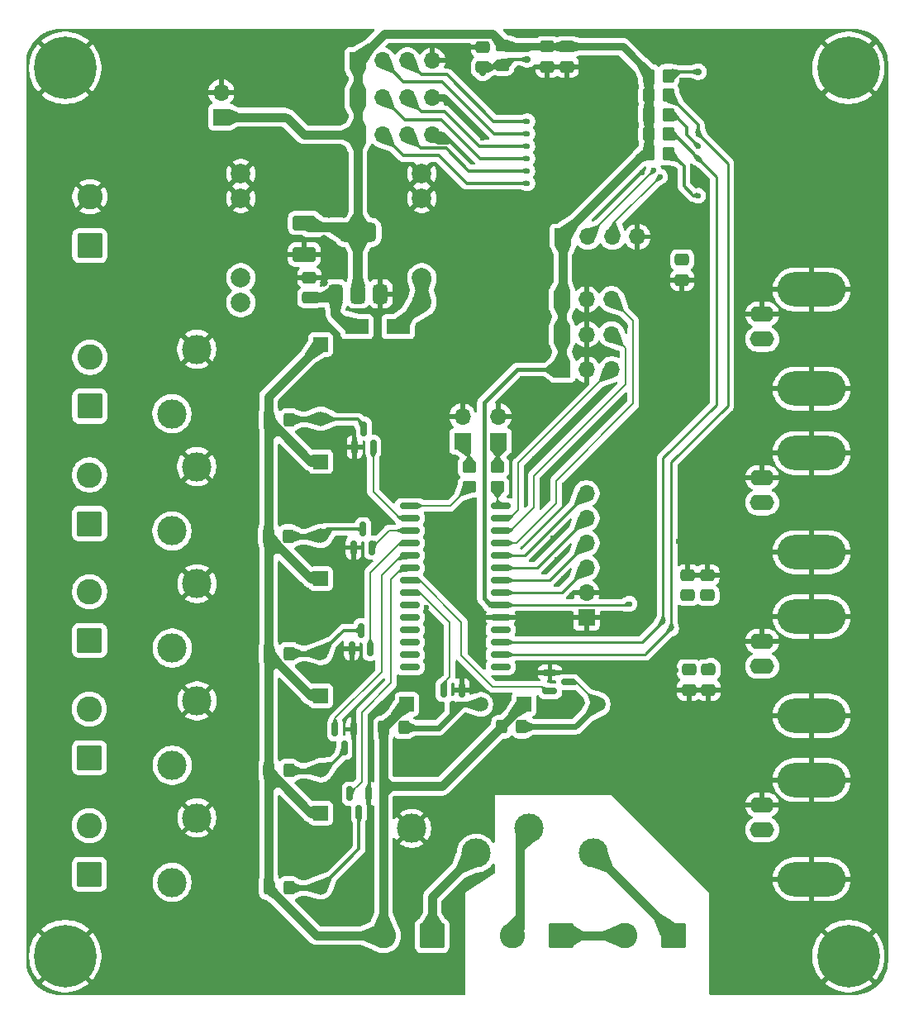
<source format=gbr>
%TF.GenerationSoftware,KiCad,Pcbnew,9.0.0*%
%TF.CreationDate,2025-03-11T10:11:04+01:00*%
%TF.ProjectId,PCB_Watersysteem,5043425f-5761-4746-9572-737973746565,rev?*%
%TF.SameCoordinates,Original*%
%TF.FileFunction,Copper,L2,Bot*%
%TF.FilePolarity,Positive*%
%FSLAX46Y46*%
G04 Gerber Fmt 4.6, Leading zero omitted, Abs format (unit mm)*
G04 Created by KiCad (PCBNEW 9.0.0) date 2025-03-11 10:11:04*
%MOMM*%
%LPD*%
G01*
G04 APERTURE LIST*
G04 Aperture macros list*
%AMRoundRect*
0 Rectangle with rounded corners*
0 $1 Rounding radius*
0 $2 $3 $4 $5 $6 $7 $8 $9 X,Y pos of 4 corners*
0 Add a 4 corners polygon primitive as box body*
4,1,4,$2,$3,$4,$5,$6,$7,$8,$9,$2,$3,0*
0 Add four circle primitives for the rounded corners*
1,1,$1+$1,$2,$3*
1,1,$1+$1,$4,$5*
1,1,$1+$1,$6,$7*
1,1,$1+$1,$8,$9*
0 Add four rect primitives between the rounded corners*
20,1,$1+$1,$2,$3,$4,$5,0*
20,1,$1+$1,$4,$5,$6,$7,0*
20,1,$1+$1,$6,$7,$8,$9,0*
20,1,$1+$1,$8,$9,$2,$3,0*%
G04 Aperture macros list end*
%TA.AperFunction,ComponentPad*%
%ADD10RoundRect,0.250000X1.050000X-1.050000X1.050000X1.050000X-1.050000X1.050000X-1.050000X-1.050000X0*%
%TD*%
%TA.AperFunction,ComponentPad*%
%ADD11C,2.600000*%
%TD*%
%TA.AperFunction,SMDPad,CuDef*%
%ADD12RoundRect,0.250000X-0.325000X-0.450000X0.325000X-0.450000X0.325000X0.450000X-0.325000X0.450000X0*%
%TD*%
%TA.AperFunction,ComponentPad*%
%ADD13R,1.700000X1.700000*%
%TD*%
%TA.AperFunction,ComponentPad*%
%ADD14O,1.700000X1.700000*%
%TD*%
%TA.AperFunction,ComponentPad*%
%ADD15R,1.500000X1.500000*%
%TD*%
%TA.AperFunction,ComponentPad*%
%ADD16C,3.000000*%
%TD*%
%TA.AperFunction,ComponentPad*%
%ADD17C,1.500000*%
%TD*%
%TA.AperFunction,ComponentPad*%
%ADD18RoundRect,0.250000X1.050000X1.050000X-1.050000X1.050000X-1.050000X-1.050000X1.050000X-1.050000X0*%
%TD*%
%TA.AperFunction,ComponentPad*%
%ADD19C,3.600000*%
%TD*%
%TA.AperFunction,ConnectorPad*%
%ADD20C,6.400000*%
%TD*%
%TA.AperFunction,ComponentPad*%
%ADD21C,2.000000*%
%TD*%
%TA.AperFunction,ComponentPad*%
%ADD22O,2.500000X1.600000*%
%TD*%
%TA.AperFunction,ComponentPad*%
%ADD23O,7.000000X3.500000*%
%TD*%
%TA.AperFunction,HeatsinkPad*%
%ADD24C,0.600000*%
%TD*%
%TA.AperFunction,SMDPad,CuDef*%
%ADD25RoundRect,0.250000X0.350000X0.450000X-0.350000X0.450000X-0.350000X-0.450000X0.350000X-0.450000X0*%
%TD*%
%TA.AperFunction,SMDPad,CuDef*%
%ADD26RoundRect,0.150000X0.150000X-0.587500X0.150000X0.587500X-0.150000X0.587500X-0.150000X-0.587500X0*%
%TD*%
%TA.AperFunction,SMDPad,CuDef*%
%ADD27RoundRect,0.250000X-0.475000X0.337500X-0.475000X-0.337500X0.475000X-0.337500X0.475000X0.337500X0*%
%TD*%
%TA.AperFunction,SMDPad,CuDef*%
%ADD28RoundRect,0.250000X0.475000X-0.337500X0.475000X0.337500X-0.475000X0.337500X-0.475000X-0.337500X0*%
%TD*%
%TA.AperFunction,SMDPad,CuDef*%
%ADD29RoundRect,0.250000X-0.350000X-0.450000X0.350000X-0.450000X0.350000X0.450000X-0.350000X0.450000X0*%
%TD*%
%TA.AperFunction,SMDPad,CuDef*%
%ADD30RoundRect,0.150000X-0.150000X0.587500X-0.150000X-0.587500X0.150000X-0.587500X0.150000X0.587500X0*%
%TD*%
%TA.AperFunction,SMDPad,CuDef*%
%ADD31RoundRect,0.150000X0.875000X0.150000X-0.875000X0.150000X-0.875000X-0.150000X0.875000X-0.150000X0*%
%TD*%
%TA.AperFunction,SMDPad,CuDef*%
%ADD32RoundRect,0.250001X-0.924999X0.499999X-0.924999X-0.499999X0.924999X-0.499999X0.924999X0.499999X0*%
%TD*%
%TA.AperFunction,SMDPad,CuDef*%
%ADD33RoundRect,0.250000X0.450000X-0.350000X0.450000X0.350000X-0.450000X0.350000X-0.450000X-0.350000X0*%
%TD*%
%TA.AperFunction,SMDPad,CuDef*%
%ADD34RoundRect,0.150000X-0.587500X-0.150000X0.587500X-0.150000X0.587500X0.150000X-0.587500X0.150000X0*%
%TD*%
%TA.AperFunction,SMDPad,CuDef*%
%ADD35RoundRect,0.250000X-0.450000X0.350000X-0.450000X-0.350000X0.450000X-0.350000X0.450000X0.350000X0*%
%TD*%
%TA.AperFunction,SMDPad,CuDef*%
%ADD36RoundRect,0.375000X0.375000X-0.625000X0.375000X0.625000X-0.375000X0.625000X-0.375000X-0.625000X0*%
%TD*%
%TA.AperFunction,SMDPad,CuDef*%
%ADD37RoundRect,0.500000X1.400000X-0.500000X1.400000X0.500000X-1.400000X0.500000X-1.400000X-0.500000X0*%
%TD*%
%TA.AperFunction,SMDPad,CuDef*%
%ADD38R,2.400000X1.550000*%
%TD*%
%TA.AperFunction,ViaPad*%
%ADD39C,0.600000*%
%TD*%
%TA.AperFunction,ViaPad*%
%ADD40C,0.800000*%
%TD*%
%TA.AperFunction,ViaPad*%
%ADD41C,0.700000*%
%TD*%
%TA.AperFunction,Conductor*%
%ADD42C,0.900000*%
%TD*%
%TA.AperFunction,Conductor*%
%ADD43C,0.600000*%
%TD*%
%TA.AperFunction,Conductor*%
%ADD44C,0.800000*%
%TD*%
%TA.AperFunction,Conductor*%
%ADD45C,1.000000*%
%TD*%
%TA.AperFunction,Conductor*%
%ADD46C,0.400000*%
%TD*%
%TA.AperFunction,Conductor*%
%ADD47C,0.250000*%
%TD*%
%TA.AperFunction,Conductor*%
%ADD48C,0.300000*%
%TD*%
%TA.AperFunction,Conductor*%
%ADD49C,0.200000*%
%TD*%
G04 APERTURE END LIST*
D10*
%TO.P,J16,1,Pin_1*%
%TO.N,PUMP3*%
X47498000Y-113157000D03*
D11*
%TO.P,J16,2,Pin_2*%
%TO.N,12V*%
X47498000Y-108157000D03*
%TD*%
D10*
%TO.P,J20,1,Pin_1*%
%TO.N,AIR*%
X47472600Y-137109200D03*
D11*
%TO.P,J20,2,Pin_2*%
%TO.N,12V*%
X47472600Y-132109200D03*
%TD*%
D10*
%TO.P,J12,1,Pin_1*%
%TO.N,PUMP2*%
X47498000Y-101189800D03*
D11*
%TO.P,J12,2,Pin_2*%
%TO.N,12V*%
X47498000Y-96189800D03*
%TD*%
D10*
%TO.P,J6,1,Pin_1*%
%TO.N,PUMP1*%
X47523400Y-89154000D03*
D11*
%TO.P,J6,2,Pin_2*%
%TO.N,12V*%
X47523400Y-84154000D03*
%TD*%
D10*
%TO.P,J5,1,Pin_1*%
%TO.N,12V*%
X47523400Y-72694800D03*
D11*
%TO.P,J5,2,Pin_2*%
%TO.N,GND*%
X47523400Y-67694800D03*
%TD*%
D10*
%TO.P,J17,1,Pin_1*%
%TO.N,PUMP4*%
X47472600Y-125171200D03*
D11*
%TO.P,J17,2,Pin_2*%
%TO.N,12V*%
X47472600Y-120171200D03*
%TD*%
D12*
%TO.P,D10,1,K*%
%TO.N,5V*%
X65887600Y-138506200D03*
%TO.P,D10,2,A*%
%TO.N,Net-(D10-A)*%
X67937600Y-138506200D03*
%TD*%
%TO.P,D9,1,K*%
%TO.N,5V*%
X65878600Y-126492000D03*
%TO.P,D9,2,A*%
%TO.N,Net-(D9-A)*%
X67928600Y-126492000D03*
%TD*%
%TO.P,D8,1,K*%
%TO.N,5V*%
X77638800Y-122072400D03*
%TO.P,D8,2,A*%
%TO.N,Net-(D8-A)*%
X79688800Y-122072400D03*
%TD*%
%TO.P,D7,1,K*%
%TO.N,5V*%
X89729200Y-121996200D03*
%TO.P,D7,2,A*%
%TO.N,Net-(D7-A)*%
X91779200Y-121996200D03*
%TD*%
%TO.P,D6,1,K*%
%TO.N,5V*%
X65904000Y-114503200D03*
%TO.P,D6,2,A*%
%TO.N,Net-(D6-A)*%
X67954000Y-114503200D03*
%TD*%
%TO.P,D5,1,K*%
%TO.N,5V*%
X65827800Y-102463600D03*
%TO.P,D5,2,A*%
%TO.N,Net-(D5-A)*%
X67877800Y-102463600D03*
%TD*%
%TO.P,D4,1,K*%
%TO.N,5V*%
X65904000Y-90551000D03*
%TO.P,D4,2,A*%
%TO.N,Net-(D4-A)*%
X67954000Y-90551000D03*
%TD*%
D13*
%TO.P,J11,1,Pin_1*%
%TO.N,3V3*%
X95920000Y-85400000D03*
D14*
%TO.P,J11,2,Pin_2*%
%TO.N,GND*%
X98460000Y-85400000D03*
%TO.P,J11,3,Pin_3*%
%TO.N,ENDSTOP1*%
X101000000Y-85400000D03*
%TD*%
D13*
%TO.P,J9,1,Pin_1*%
%TO.N,3V3*%
X95900000Y-81800000D03*
D14*
%TO.P,J9,2,Pin_2*%
%TO.N,GND*%
X98440000Y-81800000D03*
%TO.P,J9,3,Pin_3*%
%TO.N,ENDSTOP2*%
X100980000Y-81800000D03*
%TD*%
D15*
%TO.P,K1,1,COIL_1*%
%TO.N,5V*%
X71180000Y-82830000D03*
D16*
%TO.P,K1,2,COM*%
%TO.N,GND*%
X58480000Y-83330000D03*
%TO.P,K1,3,NO*%
%TO.N,PUMP1*%
X55940000Y-89930000D03*
D17*
%TO.P,K1,4,COIL_2*%
%TO.N,Net-(D4-A)*%
X71180000Y-90430000D03*
%TD*%
D18*
%TO.P,J22,1,Pin_1*%
%TO.N,MIXER*%
X82600000Y-143400000D03*
D11*
%TO.P,J22,2,Pin_2*%
%TO.N,5V*%
X77600000Y-143400000D03*
%TD*%
D13*
%TO.P,J18,1,Pin_1*%
%TO.N,GND*%
X98400000Y-110800000D03*
D14*
%TO.P,J18,2,Pin_2*%
X98400000Y-108260000D03*
%TO.P,J18,3,Pin_3*%
%TO.N,Net-(J18-Pin_3)*%
X98400000Y-105720000D03*
%TO.P,J18,4,Pin_4*%
%TO.N,Net-(J18-Pin_4)*%
X98400000Y-103180000D03*
%TO.P,J18,5,Pin_5*%
%TO.N,Net-(J18-Pin_5)*%
X98400000Y-100640000D03*
%TO.P,J18,6,Pin_6*%
%TO.N,Net-(J18-Pin_6)*%
X98400000Y-98100000D03*
%TD*%
D18*
%TO.P,J24,1,Pin_1*%
%TO.N,UV*%
X107300000Y-143400000D03*
D11*
%TO.P,J24,2,Pin_2*%
%TO.N,Net-(J23-Pin_1)*%
X102300000Y-143400000D03*
%TD*%
D15*
%TO.P,K3,1,COIL_1*%
%TO.N,5V*%
X71200000Y-106833333D03*
D16*
%TO.P,K3,2,COM*%
%TO.N,GND*%
X58500000Y-107333333D03*
%TO.P,K3,3,NO*%
%TO.N,PUMP3*%
X55960000Y-113933333D03*
D17*
%TO.P,K3,4,COIL_2*%
%TO.N,Net-(D6-A)*%
X71200000Y-114433333D03*
%TD*%
D19*
%TO.P,H2,1,1*%
%TO.N,GND*%
X125250000Y-54500000D03*
D20*
X125250000Y-54500000D03*
%TD*%
D13*
%TO.P,J14,1,Pin_1*%
%TO.N,Net-(J14-Pin_1)*%
X89400000Y-92740000D03*
D14*
%TO.P,J14,2,Pin_2*%
%TO.N,GND*%
X89400000Y-90200000D03*
%TD*%
D15*
%TO.P,K7,1,COIL_1*%
%TO.N,5V*%
X71190000Y-130840000D03*
D16*
%TO.P,K7,2,COM*%
%TO.N,GND*%
X58490000Y-131340000D03*
%TO.P,K7,3,NO*%
%TO.N,AIR*%
X55950000Y-137940000D03*
D17*
%TO.P,K7,4,COIL_2*%
%TO.N,Net-(D10-A)*%
X71190000Y-138440000D03*
%TD*%
D21*
%TO.P,U1,1,IN-*%
%TO.N,GND*%
X63000000Y-65332000D03*
X63000000Y-67872000D03*
%TO.P,U1,2,IN+*%
%TO.N,12V*%
X63000000Y-76000000D03*
X63000000Y-78540000D03*
%TO.P,U1,3,OUT+*%
%TO.N,5V*%
X81542000Y-76000000D03*
X81542000Y-78540000D03*
%TO.P,U1,4,OUT-*%
%TO.N,GND*%
X81542000Y-65332000D03*
X81542000Y-67872000D03*
%TD*%
D19*
%TO.P,H1,1,1*%
%TO.N,GND*%
X45000000Y-54500000D03*
D20*
X45000000Y-54500000D03*
%TD*%
D19*
%TO.P,H4,1,1*%
%TO.N,GND*%
X125250000Y-145500000D03*
D20*
X125250000Y-145500000D03*
%TD*%
D22*
%TO.P,J21,1,In*%
%TO.N,Nutr3*%
X116400000Y-132540000D03*
D23*
%TO.P,J21,2,Ext*%
%TO.N,GND*%
X121480000Y-127460000D03*
D22*
X116400000Y-130000000D03*
D23*
X121480000Y-137620000D03*
%TD*%
D13*
%TO.P,J1,1,Pin_1*%
%TO.N,3V3*%
X74980000Y-53750000D03*
D14*
%TO.P,J1,2,Pin_2*%
%TO.N,TRIG_WATER*%
X77520000Y-53750000D03*
%TO.P,J1,3,Pin_3*%
%TO.N,ECHO_WATER*%
X80060000Y-53750000D03*
%TO.P,J1,4,Pin_4*%
%TO.N,GND*%
X82600000Y-53750000D03*
%TD*%
D18*
%TO.P,J23,1,Pin_1*%
%TO.N,Net-(J23-Pin_1)*%
X95800000Y-143400000D03*
D11*
%TO.P,J23,2,Pin_2*%
%TO.N,230V*%
X90800000Y-143400000D03*
%TD*%
D24*
%TO.P,U2,39,GND*%
%TO.N,GND*%
X98200000Y-58100000D03*
X98200000Y-59500000D03*
X98900000Y-57400000D03*
X98900000Y-58800000D03*
X98900000Y-60200000D03*
X99575000Y-58100000D03*
X99575000Y-59500000D03*
X100300000Y-57400000D03*
X100300000Y-58800000D03*
X100300000Y-60200000D03*
X101000000Y-58100000D03*
X101000000Y-59500000D03*
%TD*%
D13*
%TO.P,J8,1,Pin_1*%
%TO.N,3V3*%
X95895000Y-78200000D03*
D14*
%TO.P,J8,2,Pin_2*%
%TO.N,GND*%
X98435000Y-78200000D03*
%TO.P,J8,3,Pin_3*%
%TO.N,ENDSTOP3*%
X100975000Y-78200000D03*
%TD*%
D13*
%TO.P,J4,1,Pin_1*%
%TO.N,3V3*%
X61000000Y-59540000D03*
D14*
%TO.P,J4,2,Pin_2*%
%TO.N,GND*%
X61000000Y-57000000D03*
%TD*%
D15*
%TO.P,K4,1,COIL_1*%
%TO.N,5V*%
X71200000Y-118840000D03*
D16*
%TO.P,K4,2,COM*%
%TO.N,GND*%
X58500000Y-119340000D03*
%TO.P,K4,3,NO*%
%TO.N,PUMP4*%
X55960000Y-125940000D03*
D17*
%TO.P,K4,4,COIL_2*%
%TO.N,Net-(D9-A)*%
X71200000Y-126440000D03*
%TD*%
D22*
%TO.P,J10,1,In*%
%TO.N,RefProbe*%
X116400000Y-82290000D03*
D23*
%TO.P,J10,2,Ext*%
%TO.N,GND*%
X121480000Y-77210000D03*
D22*
X116400000Y-79750000D03*
D23*
X121480000Y-87370000D03*
%TD*%
D13*
%TO.P,J7,1,Pin_1*%
%TO.N,3V3*%
X96000000Y-71800000D03*
D14*
%TO.P,J7,2,Pin_2*%
%TO.N,TX0*%
X98540000Y-71800000D03*
%TO.P,J7,3,Pin_3*%
%TO.N,RX0*%
X101080000Y-71800000D03*
%TO.P,J7,4,Pin_4*%
%TO.N,GND*%
X103620000Y-71800000D03*
%TD*%
D13*
%TO.P,J13,1,Pin_1*%
%TO.N,Net-(J13-Pin_1)*%
X85700000Y-92740000D03*
D14*
%TO.P,J13,2,Pin_2*%
%TO.N,GND*%
X85700000Y-90200000D03*
%TD*%
D22*
%TO.P,J15,1,In*%
%TO.N,Nutr1*%
X116400000Y-99040000D03*
D23*
%TO.P,J15,2,Ext*%
%TO.N,GND*%
X121480000Y-93960000D03*
D22*
X116400000Y-96500000D03*
D23*
X121480000Y-104120000D03*
%TD*%
D15*
%TO.P,K6,1,COIL_1*%
%TO.N,5V*%
X92010000Y-119680000D03*
D16*
%TO.P,K6,2,COM*%
%TO.N,230V*%
X92510000Y-132380000D03*
%TO.P,K6,3,NO*%
%TO.N,UV*%
X99110000Y-134920000D03*
D17*
%TO.P,K6,4,COIL_2*%
%TO.N,Net-(D7-A)*%
X99610000Y-119680000D03*
%TD*%
D15*
%TO.P,K5,1,COIL_1*%
%TO.N,5V*%
X80000000Y-119700000D03*
D16*
%TO.P,K5,2,COM*%
%TO.N,GND*%
X80500000Y-132400000D03*
%TO.P,K5,3,NO*%
%TO.N,MIXER*%
X87100000Y-134940000D03*
D17*
%TO.P,K5,4,COIL_2*%
%TO.N,Net-(D8-A)*%
X87600000Y-119700000D03*
%TD*%
D19*
%TO.P,H3,1,1*%
%TO.N,GND*%
X45000000Y-145500000D03*
D20*
X45000000Y-145500000D03*
%TD*%
D13*
%TO.P,J3,1,Pin_1*%
%TO.N,3V3*%
X74980000Y-61350000D03*
D14*
%TO.P,J3,2,Pin_2*%
%TO.N,TRIG_MIX*%
X77520000Y-61350000D03*
%TO.P,J3,3,Pin_3*%
%TO.N,ECHO_MIX*%
X80060000Y-61350000D03*
%TO.P,J3,4,Pin_4*%
%TO.N,GND*%
X82600000Y-61350000D03*
%TD*%
D15*
%TO.P,K2,1,COIL_1*%
%TO.N,5V*%
X71180000Y-94840000D03*
D16*
%TO.P,K2,2,COM*%
%TO.N,GND*%
X58480000Y-95340000D03*
%TO.P,K2,3,NO*%
%TO.N,PUMP2*%
X55940000Y-101940000D03*
D17*
%TO.P,K2,4,COIL_2*%
%TO.N,Net-(D5-A)*%
X71180000Y-102440000D03*
%TD*%
D13*
%TO.P,J2,1,Pin_1*%
%TO.N,3V3*%
X74980000Y-57550000D03*
D14*
%TO.P,J2,2,Pin_2*%
%TO.N,TRIG_NUT*%
X77520000Y-57550000D03*
%TO.P,J2,3,Pin_3*%
%TO.N,ECHO_NUT*%
X80060000Y-57550000D03*
%TO.P,J2,4,Pin_4*%
%TO.N,GND*%
X82600000Y-57550000D03*
%TD*%
D22*
%TO.P,J19,1,In*%
%TO.N,Nutr2*%
X116400000Y-115790000D03*
D23*
%TO.P,J19,2,Ext*%
%TO.N,GND*%
X121480000Y-110710000D03*
D22*
X116400000Y-113250000D03*
D23*
X121480000Y-120870000D03*
%TD*%
D25*
%TO.P,R13,1*%
%TO.N,GPIO0*%
X106800000Y-63300000D03*
%TO.P,R13,2*%
%TO.N,3V3*%
X104800000Y-63300000D03*
%TD*%
D26*
%TO.P,Q1,1,G*%
%TO.N,RELAY_PUMP1*%
X76550000Y-93337500D03*
%TO.P,Q1,2,S*%
%TO.N,GND*%
X74650000Y-93337500D03*
%TO.P,Q1,3,D*%
%TO.N,Net-(D4-A)*%
X75600000Y-91462500D03*
%TD*%
D27*
%TO.P,C14,1*%
%TO.N,Nutr3*%
X108900000Y-116162500D03*
%TO.P,C14,2*%
%TO.N,GND*%
X108900000Y-118237500D03*
%TD*%
%TO.P,C13,1*%
%TO.N,Nutr2*%
X110900000Y-116162500D03*
%TO.P,C13,2*%
%TO.N,GND*%
X110900000Y-118237500D03*
%TD*%
D26*
%TO.P,Q3,1,G*%
%TO.N,RELAY_PUMP3*%
X76250000Y-114000000D03*
%TO.P,Q3,2,S*%
%TO.N,GND*%
X74350000Y-114000000D03*
%TO.P,Q3,3,D*%
%TO.N,Net-(D6-A)*%
X75300000Y-112125000D03*
%TD*%
D28*
%TO.P,C12,1*%
%TO.N,RefProbe*%
X108800000Y-108537500D03*
%TO.P,C12,2*%
%TO.N,GND*%
X108800000Y-106462500D03*
%TD*%
D29*
%TO.P,R11,1*%
%TO.N,3V3*%
X104800000Y-59300000D03*
%TO.P,R11,2*%
%TO.N,GPIO5*%
X106800000Y-59300000D03*
%TD*%
D30*
%TO.P,Q6,1,G*%
%TO.N,RELAY_PUMP4*%
X72650000Y-122262500D03*
%TO.P,Q6,2,S*%
%TO.N,GND*%
X74550000Y-122262500D03*
%TO.P,Q6,3,D*%
%TO.N,Net-(D9-A)*%
X73600000Y-124137500D03*
%TD*%
D31*
%TO.P,U5,1,GPB0*%
%TO.N,LED NUTR*%
X89600000Y-99370000D03*
%TO.P,U5,2,GPB1*%
%TO.N,ENDSTOP1*%
X89600000Y-100640000D03*
%TO.P,U5,3,GPB2*%
%TO.N,ENDSTOP2*%
X89600000Y-101910000D03*
%TO.P,U5,4,GPB3*%
%TO.N,ENDSTOP3*%
X89600000Y-103180000D03*
%TO.P,U5,5,GPB4*%
%TO.N,Net-(J18-Pin_6)*%
X89600000Y-104450000D03*
%TO.P,U5,6,GPB5*%
%TO.N,Net-(J18-Pin_5)*%
X89600000Y-105720000D03*
%TO.P,U5,7,GPB6*%
%TO.N,Net-(J18-Pin_4)*%
X89600000Y-106990000D03*
%TO.P,U5,8,GPB7*%
%TO.N,Net-(J18-Pin_3)*%
X89600000Y-108260000D03*
%TO.P,U5,9,VDD*%
%TO.N,3V3*%
X89600000Y-109530000D03*
%TO.P,U5,10,VSS*%
%TO.N,GND*%
X89600000Y-110800000D03*
%TO.P,U5,11,NC*%
%TO.N,unconnected-(U5-NC-Pad11)*%
X89600000Y-112070000D03*
%TO.P,U5,12,SCK*%
%TO.N,SCL0*%
X89600000Y-113340000D03*
%TO.P,U5,13,SDA*%
%TO.N,SDA0*%
X89600000Y-114610000D03*
%TO.P,U5,14,NC*%
%TO.N,unconnected-(U5-NC-Pad14)*%
X89600000Y-115880000D03*
%TO.P,U5,15,A0*%
%TO.N,Net-(JP3-B)*%
X80300000Y-115880000D03*
%TO.P,U5,16,A1*%
%TO.N,Net-(JP2-B)*%
X80300000Y-114610000D03*
%TO.P,U5,17,A2*%
%TO.N,Net-(JP1-B)*%
X80300000Y-113340000D03*
%TO.P,U5,18,~{RESET}*%
%TO.N,3V3*%
X80300000Y-112070000D03*
%TO.P,U5,19,INTB*%
%TO.N,unconnected-(U5-INTB-Pad19)*%
X80300000Y-110800000D03*
%TO.P,U5,20,INTA*%
%TO.N,unconnected-(U5-INTA-Pad20)*%
X80300000Y-109530000D03*
%TO.P,U5,21,GPA0*%
%TO.N,RELAY_MIXER*%
X80300000Y-108260000D03*
%TO.P,U5,22,GPA1*%
%TO.N,RELAY_UV*%
X80300000Y-106990000D03*
%TO.P,U5,23,GPA2*%
%TO.N,RELAY_AIR*%
X80300000Y-105720000D03*
%TO.P,U5,24,GPA3*%
%TO.N,RELAY_PUMP4*%
X80300000Y-104450000D03*
%TO.P,U5,25,GPA4*%
%TO.N,RELAY_PUMP3*%
X80300000Y-103180000D03*
%TO.P,U5,26,GPA5*%
%TO.N,RELAY_PUMP2*%
X80300000Y-101910000D03*
%TO.P,U5,27,GPA6*%
%TO.N,RELAY_PUMP1*%
X80300000Y-100640000D03*
%TO.P,U5,28,GPA7*%
%TO.N,LED WATER*%
X80300000Y-99370000D03*
%TD*%
D32*
%TO.P,C8,1*%
%TO.N,3V3*%
X69500000Y-70375000D03*
%TO.P,C8,2*%
%TO.N,GND*%
X69500000Y-73625000D03*
%TD*%
D28*
%TO.P,C11,1*%
%TO.N,Nutr1*%
X110800000Y-108537500D03*
%TO.P,C11,2*%
%TO.N,GND*%
X110800000Y-106462500D03*
%TD*%
D33*
%TO.P,R9,1*%
%TO.N,ENABLE*%
X89800000Y-54200000D03*
%TO.P,R9,2*%
%TO.N,3V3*%
X89800000Y-52200000D03*
%TD*%
D34*
%TO.P,Q4,1,G*%
%TO.N,RELAY_UV*%
X94662500Y-118350000D03*
%TO.P,Q4,2,S*%
%TO.N,GND*%
X94662500Y-116450000D03*
%TO.P,Q4,3,D*%
%TO.N,Net-(D7-A)*%
X96537500Y-117400000D03*
%TD*%
D29*
%TO.P,R10,1*%
%TO.N,3V3*%
X104800000Y-57300000D03*
%TO.P,R10,2*%
%TO.N,SDA0*%
X106800000Y-57300000D03*
%TD*%
%TO.P,R12,1*%
%TO.N,3V3*%
X104800000Y-61300000D03*
%TO.P,R12,2*%
%TO.N,SCL0*%
X106800000Y-61300000D03*
%TD*%
D27*
%TO.P,C10,1*%
%TO.N,GPIO0*%
X108200000Y-74162500D03*
%TO.P,C10,2*%
%TO.N,GND*%
X108200000Y-76237500D03*
%TD*%
%TO.P,C6,1*%
%TO.N,3V3*%
X94400000Y-52325000D03*
%TO.P,C6,2*%
%TO.N,GND*%
X94400000Y-54400000D03*
%TD*%
D35*
%TO.P,R15,1*%
%TO.N,Net-(J13-Pin_1)*%
X86400000Y-95400000D03*
%TO.P,R15,2*%
%TO.N,LED WATER*%
X86400000Y-97400000D03*
%TD*%
D28*
%TO.P,C9,1*%
%TO.N,Net-(D3-K)*%
X70000000Y-78037500D03*
%TO.P,C9,2*%
%TO.N,GND*%
X70000000Y-75962500D03*
%TD*%
D27*
%TO.P,C5,1*%
%TO.N,3V3*%
X96398000Y-52325000D03*
%TO.P,C5,2*%
%TO.N,GND*%
X96398000Y-54400000D03*
%TD*%
D26*
%TO.P,Q2,1,G*%
%TO.N,RELAY_PUMP2*%
X76450000Y-103637500D03*
%TO.P,Q2,2,S*%
%TO.N,GND*%
X74550000Y-103637500D03*
%TO.P,Q2,3,D*%
%TO.N,Net-(D5-A)*%
X75500000Y-101762500D03*
%TD*%
D36*
%TO.P,U4,1,GND*%
%TO.N,GND*%
X77300000Y-77650000D03*
%TO.P,U4,2,VO*%
%TO.N,3V3*%
X75000000Y-77650000D03*
D37*
X75000000Y-71350000D03*
D36*
%TO.P,U4,3,VI*%
%TO.N,Net-(D3-K)*%
X72700000Y-77650000D03*
%TD*%
D30*
%TO.P,Q5,1,G*%
%TO.N,RELAY_MIXER*%
X83750000Y-118225000D03*
%TO.P,Q5,2,S*%
%TO.N,GND*%
X85650000Y-118225000D03*
%TO.P,Q5,3,D*%
%TO.N,Net-(D8-A)*%
X84700000Y-120100000D03*
%TD*%
D28*
%TO.P,C7,1*%
%TO.N,ENABLE*%
X87800000Y-54437500D03*
%TO.P,C7,2*%
%TO.N,GND*%
X87800000Y-52362500D03*
%TD*%
D29*
%TO.P,R8,1*%
%TO.N,3V3*%
X104800000Y-55300000D03*
%TO.P,R8,2*%
%TO.N,TX0*%
X106800000Y-55300000D03*
%TD*%
D38*
%TO.P,D3,1,K*%
%TO.N,Net-(D3-K)*%
X74900000Y-81000000D03*
%TO.P,D3,2,A*%
%TO.N,5V*%
X79100000Y-81000000D03*
%TD*%
D30*
%TO.P,Q7,1,G*%
%TO.N,RELAY_AIR*%
X74150000Y-128862500D03*
%TO.P,Q7,2,S*%
%TO.N,GND*%
X76050000Y-128862500D03*
%TO.P,Q7,3,D*%
%TO.N,Net-(D10-A)*%
X75100000Y-130737500D03*
%TD*%
D35*
%TO.P,R14,1*%
%TO.N,Net-(J14-Pin_1)*%
X89300000Y-95400000D03*
%TO.P,R14,2*%
%TO.N,LED NUTR*%
X89300000Y-97400000D03*
%TD*%
D39*
%TO.N,GND*%
X44678600Y-84937600D03*
X50038000Y-88011000D03*
X85852000Y-108204000D03*
X85852000Y-109728000D03*
X86360000Y-100584000D03*
X86360000Y-102616000D03*
X86360000Y-104648000D03*
X86360000Y-106680000D03*
X84328000Y-106680000D03*
X84328000Y-104648000D03*
X84328000Y-102616000D03*
X84328000Y-100584000D03*
X82296000Y-100584000D03*
X82296000Y-102616000D03*
X82296000Y-104648000D03*
X115000000Y-75000000D03*
X115000000Y-55000000D03*
X100000000Y-55000000D03*
X100000000Y-65000000D03*
X95000000Y-65000000D03*
X95000000Y-60000000D03*
X90000000Y-70000000D03*
X85000000Y-85000000D03*
X90000000Y-85000000D03*
X90000000Y-80000000D03*
X90000000Y-75000000D03*
X105000000Y-75000000D03*
X105000000Y-80000000D03*
X105000000Y-90000000D03*
X104300000Y-87925000D03*
X80000000Y-90000000D03*
X80000000Y-95000000D03*
X90000000Y-125000000D03*
X95000000Y-125000000D03*
X100000000Y-125000000D03*
X105000000Y-120000000D03*
X105000000Y-125000000D03*
X50000000Y-55000000D03*
X55000000Y-55000000D03*
X60000000Y-55000000D03*
X65000000Y-55000000D03*
X70000000Y-55000000D03*
X70000000Y-60000000D03*
X55000000Y-60000000D03*
X50000000Y-60000000D03*
X45000000Y-60000000D03*
X45000000Y-65000000D03*
X50000000Y-65000000D03*
X60000000Y-65000000D03*
X65000000Y-65000000D03*
X70000000Y-65000000D03*
X85000000Y-70000000D03*
X80000000Y-70000000D03*
X65000000Y-70000000D03*
X60000000Y-70000000D03*
X55000000Y-70000000D03*
X50000000Y-70000000D03*
X45000000Y-70000000D03*
X50000000Y-75000000D03*
X65000000Y-75000000D03*
X85000000Y-75000000D03*
X85000000Y-80000000D03*
X70000000Y-80000000D03*
X65000000Y-80000000D03*
X60000000Y-80000000D03*
X55000000Y-80000000D03*
X45000000Y-80000000D03*
X50000000Y-85000000D03*
X65000000Y-85000000D03*
X60000000Y-90000000D03*
X45000000Y-90000000D03*
X50000000Y-95000000D03*
X55000000Y-95000000D03*
X45000000Y-100000000D03*
X50012600Y-99669600D03*
X60000000Y-100000000D03*
X55000000Y-105000000D03*
X60000000Y-105000000D03*
X60000000Y-125000000D03*
X60000000Y-115000000D03*
X60000000Y-110000000D03*
X50000000Y-110000000D03*
X45000000Y-110000000D03*
X45000000Y-115000000D03*
X110000000Y-130000000D03*
X105000000Y-130000000D03*
X85000000Y-130000000D03*
X80000000Y-130000000D03*
X55000000Y-130000000D03*
X50000000Y-130000000D03*
X44475400Y-130962400D03*
X45000000Y-135000000D03*
X50000000Y-135000000D03*
X60000000Y-135000000D03*
X70000000Y-135000000D03*
X80000000Y-135000000D03*
X85000000Y-140000000D03*
X80000000Y-140000000D03*
X75000000Y-140000000D03*
X65000000Y-140000000D03*
X60000000Y-140000000D03*
X55000000Y-140000000D03*
X50000000Y-140000000D03*
X45000000Y-140000000D03*
X67132200Y-136931400D03*
X67132200Y-124993400D03*
X67132200Y-113030000D03*
X67106800Y-100965000D03*
X108100000Y-95400000D03*
X97300000Y-80000000D03*
X81700000Y-120600000D03*
X115500000Y-84100000D03*
X93100000Y-94500000D03*
X90600000Y-50900000D03*
D40*
X69500000Y-73625000D03*
D39*
X102400000Y-81000000D03*
X73500000Y-82800000D03*
X102800000Y-111475000D03*
X74650000Y-93337500D03*
D40*
X73500000Y-69500000D03*
D39*
X95000000Y-102700000D03*
X82000000Y-109800000D03*
X67100000Y-93800000D03*
X67200000Y-117800000D03*
X98500000Y-53600000D03*
X104000000Y-83800000D03*
D40*
X81700000Y-84500000D03*
D39*
X87800000Y-52362500D03*
X95400000Y-104900000D03*
X78900000Y-129500000D03*
X98700000Y-51000000D03*
X76050000Y-115800000D03*
X69300000Y-140000000D03*
D40*
X70000000Y-75962500D03*
D39*
X67825000Y-57665000D03*
X104000000Y-80900000D03*
X108000000Y-113937500D03*
X92350000Y-51080000D03*
X98400000Y-66800000D03*
X110900000Y-118237500D03*
X94100000Y-98400000D03*
X108200000Y-76237500D03*
D40*
X78500000Y-74000000D03*
D39*
X82300000Y-106500000D03*
X87800000Y-61720688D03*
X101500000Y-83800000D03*
D40*
X78000000Y-69500000D03*
D39*
X114000000Y-131600000D03*
X94400000Y-80000000D03*
X104100000Y-65200000D03*
X67100000Y-129500000D03*
X109850000Y-51080000D03*
X115400000Y-101400000D03*
D40*
X78500000Y-72500000D03*
D39*
X114500000Y-129100000D03*
X76050000Y-128862500D03*
X107300000Y-65600000D03*
X114000000Y-114800000D03*
D40*
X72000000Y-69500000D03*
D39*
X90700000Y-110800000D03*
D40*
X71500000Y-76500000D03*
D39*
X67100000Y-89100000D03*
X85650000Y-118225000D03*
X117400000Y-84200000D03*
X71300000Y-85200000D03*
X74350000Y-114000000D03*
X74550000Y-103637500D03*
D40*
X96398000Y-54400000D03*
D39*
X94700000Y-75800000D03*
D40*
X71500000Y-75000000D03*
D39*
X89800000Y-119800000D03*
X68400000Y-83300000D03*
X95300000Y-120100000D03*
X84000000Y-98200000D03*
X110500000Y-106300000D03*
X108200000Y-80750000D03*
X103400000Y-56100000D03*
X79200000Y-126800000D03*
X81600000Y-80900000D03*
X105800000Y-67300000D03*
X105900000Y-93600000D03*
D40*
X77300000Y-77650000D03*
D39*
X108200000Y-55800000D03*
X114000000Y-116700000D03*
X107600000Y-116237500D03*
X102900000Y-63000000D03*
X114200000Y-99700000D03*
D40*
X71500000Y-72000000D03*
D39*
X76500000Y-121000000D03*
X79100000Y-78700000D03*
X97300000Y-83600000D03*
X87600000Y-115100000D03*
X96100000Y-106800000D03*
X109200000Y-106200000D03*
X105156000Y-108280200D03*
X107800000Y-103000000D03*
X94100000Y-83700000D03*
X74550000Y-122262500D03*
X86400000Y-99300000D03*
D40*
X71500000Y-73500000D03*
X76500000Y-69500000D03*
D39*
X76500000Y-86400000D03*
X77100000Y-81600000D03*
X74300000Y-100700000D03*
D40*
X57000000Y-67300000D03*
D39*
X96900000Y-108500000D03*
X72700000Y-119700000D03*
X67100000Y-105900000D03*
X93500000Y-86600000D03*
X109200000Y-118337500D03*
D40*
X78500000Y-75500000D03*
D39*
X94662500Y-116450000D03*
D40*
X94400000Y-54400000D03*
D39*
X108300000Y-85900000D03*
X95390000Y-68840000D03*
%TO.N,5V*%
X79100000Y-81000000D03*
D41*
%TO.N,3V3*%
X92350000Y-52350000D03*
D39*
X67800000Y-59665000D03*
X88575001Y-109530000D03*
X80300000Y-112070000D03*
X102800000Y-109400000D03*
D41*
%TO.N,ENABLE*%
X87800000Y-55020688D03*
X92350000Y-53620000D03*
D39*
%TO.N,GPIO0*%
X108200000Y-74050000D03*
X109850000Y-67600000D03*
%TO.N,RefProbe*%
X108500000Y-108600000D03*
%TO.N,Nutr2*%
X111140000Y-115727500D03*
%TO.N,Nutr3*%
X108500000Y-116237500D03*
%TO.N,Nutr1*%
X110893750Y-108793750D03*
%TO.N,TX0*%
X105320000Y-65020000D03*
X106800000Y-55300000D03*
D41*
X109850000Y-54890000D03*
D39*
%TO.N,RX0*%
X105950000Y-65650000D03*
%TO.N,TRIG_WATER*%
X92350000Y-61240000D03*
%TO.N,ECHO_WATER*%
X92350000Y-59970000D03*
%TO.N,TRIG_NUT*%
X92350000Y-63780000D03*
%TO.N,ECHO_NUT*%
X92350000Y-62510000D03*
%TO.N,ECHO_MIX*%
X92350000Y-65050000D03*
%TO.N,TRIG_MIX*%
X92350000Y-66320000D03*
%TO.N,Net-(JP1-B)*%
X80300000Y-113340000D03*
%TO.N,Net-(JP2-B)*%
X80300000Y-114610000D03*
%TO.N,Net-(JP3-B)*%
X80300000Y-115880000D03*
%TO.N,GPIO5*%
X109850000Y-62510000D03*
%TO.N,SDA0*%
X109850000Y-61240000D03*
X107088500Y-111926000D03*
%TO.N,SCL0*%
X106250000Y-111187500D03*
X109850000Y-63780000D03*
%TD*%
D42*
%TO.N,5V*%
X66436800Y-127734000D02*
X65850000Y-128320800D01*
X67084000Y-127734000D02*
X66436800Y-127734000D01*
X65850000Y-126500000D02*
X65850000Y-128320800D01*
X67084000Y-127734000D02*
X70190000Y-130840000D01*
X65850000Y-128320800D02*
X65850000Y-138500000D01*
X65850000Y-126500000D02*
X67084000Y-127734000D01*
X67140400Y-115790400D02*
X66873700Y-115523700D01*
X65850000Y-116001800D02*
X65850000Y-126500000D01*
X66873700Y-115523700D02*
X66328100Y-115523700D01*
X66328100Y-115523700D02*
X65850000Y-116001800D01*
X67140400Y-115790400D02*
X70190000Y-118840000D01*
X67095200Y-103745200D02*
X66371800Y-103745200D01*
X65850000Y-102500000D02*
X65850000Y-104267000D01*
X67222200Y-103872200D02*
X67095200Y-103745200D01*
X67222200Y-103872200D02*
X70183333Y-106833333D01*
X66371800Y-103745200D02*
X65850000Y-104267000D01*
X66408800Y-91744800D02*
X65850000Y-92303600D01*
X67081400Y-91744800D02*
X70176600Y-94840000D01*
X65850000Y-90500000D02*
X65850000Y-92303600D01*
X67081400Y-91744800D02*
X66408800Y-91744800D01*
X65850000Y-90513400D02*
X67081400Y-91744800D01*
X65850000Y-92303600D02*
X65850000Y-102500000D01*
X65850000Y-104267000D02*
X65850000Y-114500000D01*
X65850000Y-102500000D02*
X67222200Y-103872200D01*
X65850000Y-114500000D02*
X67140400Y-115790400D01*
X65850000Y-114500000D02*
X65850000Y-116001800D01*
D43*
%TO.N,Net-(D8-A)*%
X83250000Y-122100000D02*
X79716400Y-122100000D01*
X85650000Y-119700000D02*
X83250000Y-122100000D01*
X79716400Y-122100000D02*
X79688800Y-122072400D01*
%TO.N,Net-(D4-A)*%
X67963200Y-90500000D02*
X71110000Y-90500000D01*
X71110000Y-90500000D02*
X71180000Y-90430000D01*
X67954000Y-90551000D02*
X67954000Y-90509200D01*
X67954000Y-90509200D02*
X67963200Y-90500000D01*
%TO.N,Net-(D5-A)*%
X71166667Y-102500000D02*
X71180000Y-102486667D01*
X67914200Y-102500000D02*
X71166667Y-102500000D01*
X67877800Y-102463600D02*
X67914200Y-102500000D01*
X71180000Y-102486667D02*
X71180000Y-102440000D01*
%TO.N,Net-(D6-A)*%
X67957200Y-114500000D02*
X71133333Y-114500000D01*
X67954000Y-114503200D02*
X67957200Y-114500000D01*
X71133333Y-114500000D02*
X71200000Y-114433333D01*
%TO.N,Net-(D9-A)*%
X71160000Y-126440000D02*
X71200000Y-126440000D01*
X71100000Y-126500000D02*
X71160000Y-126440000D01*
X67928600Y-126492000D02*
X67936600Y-126500000D01*
X67936600Y-126500000D02*
X71100000Y-126500000D01*
%TO.N,Net-(D7-A)*%
X97290000Y-122000000D02*
X91783000Y-122000000D01*
X99610000Y-119680000D02*
X97290000Y-122000000D01*
X91783000Y-122000000D02*
X91779200Y-121996200D01*
%TO.N,Net-(D10-A)*%
X71066667Y-138500000D02*
X71126667Y-138440000D01*
X67937600Y-138506200D02*
X71066667Y-138500000D01*
X71126667Y-138440000D02*
X71190000Y-138440000D01*
D42*
%TO.N,5V*%
X70176600Y-94840000D02*
X71180000Y-94840000D01*
X65850000Y-90500000D02*
X65850000Y-90513400D01*
D44*
%TO.N,GND*%
X83199000Y-61949000D02*
X84100000Y-61949000D01*
X82600000Y-57550000D02*
X83750000Y-57550000D01*
X83450000Y-61350000D02*
X83500000Y-61400000D01*
X83750000Y-57550000D02*
X84100000Y-57900000D01*
X82600000Y-61350000D02*
X83199000Y-61949000D01*
D42*
%TO.N,5V*%
X65850000Y-138500000D02*
X70750000Y-143400000D01*
X70750000Y-143400000D02*
X77600000Y-143400000D01*
X77600000Y-129000000D02*
X77600000Y-128100000D01*
X71180000Y-82830000D02*
X65850000Y-88160000D01*
X77600000Y-127400000D02*
X77600000Y-122100000D01*
X78800000Y-128100000D02*
X78300000Y-128100000D01*
D45*
X79100000Y-80982000D02*
X81542000Y-78540000D01*
D42*
X77600000Y-128100000D02*
X77600000Y-127400000D01*
X78300000Y-128100000D02*
X77600000Y-127400000D01*
X70183333Y-106833333D02*
X71200000Y-106833333D01*
X70190000Y-118840000D02*
X71200000Y-118840000D01*
X78800000Y-128100000D02*
X83590000Y-128100000D01*
X70190000Y-130840000D02*
X71190000Y-130840000D01*
X77600000Y-128800000D02*
X77600000Y-129000000D01*
X77600000Y-122100000D02*
X80000000Y-119700000D01*
X78300000Y-128100000D02*
X77600000Y-128800000D01*
X77600000Y-128100000D02*
X78800000Y-128100000D01*
X77600000Y-143400000D02*
X77600000Y-129000000D01*
X65850000Y-88160000D02*
X65850000Y-90500000D01*
X83590000Y-128100000D02*
X92010000Y-119680000D01*
D45*
X79100000Y-81000000D02*
X79100000Y-80982000D01*
D42*
X81542000Y-76000000D02*
X81542000Y-78540000D01*
D45*
%TO.N,Net-(D3-K)*%
X73950000Y-81000000D02*
X74900000Y-81000000D01*
X72700000Y-77650000D02*
X72700000Y-79750000D01*
X72700000Y-77650000D02*
X72312500Y-78037500D01*
X72312500Y-78037500D02*
X70000000Y-78037500D01*
X72700000Y-79750000D02*
X73950000Y-81000000D01*
D42*
%TO.N,3V3*%
X104300000Y-63300000D02*
X96000000Y-71600000D01*
X67800000Y-59665000D02*
X67665000Y-59665000D01*
D46*
X91300000Y-85400000D02*
X87900000Y-88800000D01*
D42*
X104800000Y-59300000D02*
X104800000Y-55000000D01*
X96000000Y-71800000D02*
X96000000Y-78095000D01*
D44*
X92350000Y-52350000D02*
X92375000Y-52325000D01*
D47*
X102800000Y-109400000D02*
X102670000Y-109530000D01*
D42*
X74980000Y-53750000D02*
X77730000Y-51000000D01*
D45*
X75000000Y-77650000D02*
X75000000Y-71350000D01*
D42*
X90150000Y-52350000D02*
X92350000Y-52350000D01*
D46*
X95920000Y-85400000D02*
X91300000Y-85400000D01*
D42*
X87800000Y-51000000D02*
X88800000Y-51000000D01*
X74980000Y-70380000D02*
X74980000Y-61350000D01*
D46*
X87900000Y-88800000D02*
X87900000Y-108854999D01*
X88575001Y-109530000D02*
X89600000Y-109530000D01*
D47*
X102670000Y-109530000D02*
X89600000Y-109530000D01*
D42*
X74980000Y-57550000D02*
X74980000Y-53750000D01*
X104800000Y-63300000D02*
X104300000Y-63300000D01*
D45*
X69977520Y-70852520D02*
X69500000Y-70375000D01*
D42*
X67665000Y-59665000D02*
X67540000Y-59540000D01*
D45*
X75000000Y-71350000D02*
X74502520Y-70852520D01*
X74502520Y-70852520D02*
X69977520Y-70852520D01*
D42*
X104800000Y-59300000D02*
X104800000Y-63300000D01*
X75000000Y-70400000D02*
X74980000Y-70380000D01*
X96000000Y-78095000D02*
X95895000Y-78200000D01*
X75000000Y-71350000D02*
X75000000Y-70400000D01*
X77730000Y-51000000D02*
X87800000Y-51000000D01*
X95895000Y-81795000D02*
X95900000Y-81800000D01*
X95900000Y-81800000D02*
X95900000Y-85380000D01*
X69485000Y-61350000D02*
X67800000Y-59665000D01*
D44*
X96398000Y-52325000D02*
X102125000Y-52325000D01*
D42*
X88800000Y-51000000D02*
X90150000Y-52350000D01*
X95900000Y-85380000D02*
X95920000Y-85400000D01*
X74980000Y-61350000D02*
X74980000Y-57550000D01*
X96000000Y-71600000D02*
X96000000Y-71800000D01*
D46*
X87900000Y-108854999D02*
X88575001Y-109530000D01*
D42*
X95895000Y-78200000D02*
X95895000Y-81795000D01*
X67540000Y-59540000D02*
X61000000Y-59540000D01*
D44*
X102125000Y-52325000D02*
X104800000Y-55000000D01*
X92375000Y-52325000D02*
X96398000Y-52325000D01*
D42*
X74980000Y-61350000D02*
X69485000Y-61350000D01*
D48*
%TO.N,ENABLE*%
X87800000Y-54437500D02*
X89562500Y-54437500D01*
X90380000Y-53620000D02*
X92350000Y-53620000D01*
X87800000Y-55020688D02*
X87800000Y-54437500D01*
X89562500Y-54437500D02*
X89800000Y-54200000D01*
X89800000Y-54200000D02*
X90380000Y-53620000D01*
%TO.N,GPIO0*%
X107100000Y-63300000D02*
X108400000Y-64600000D01*
X109390000Y-67590000D02*
X109850000Y-67590000D01*
X106800000Y-63300000D02*
X107100000Y-63300000D01*
X108400000Y-64600000D02*
X108400000Y-66600000D01*
X108400000Y-66600000D02*
X109390000Y-67590000D01*
D49*
%TO.N,Net-(D7-A)*%
X97330000Y-117400000D02*
X99610000Y-119680000D01*
X96537500Y-117400000D02*
X97330000Y-117400000D01*
D43*
%TO.N,Net-(D8-A)*%
X85650000Y-119700000D02*
X85100000Y-119700000D01*
X87600000Y-119700000D02*
X85650000Y-119700000D01*
X85100000Y-119700000D02*
X84700000Y-120100000D01*
D48*
%TO.N,Net-(D9-A)*%
X73600000Y-124137500D02*
X73600000Y-124537500D01*
X73600000Y-124537500D02*
X71737500Y-126400000D01*
X71290000Y-126400000D02*
X71250000Y-126440000D01*
X71250000Y-126440000D02*
X71200000Y-126440000D01*
X71737500Y-126400000D02*
X71290000Y-126400000D01*
%TO.N,Net-(D10-A)*%
X71190000Y-138440000D02*
X75100000Y-134530000D01*
X75100000Y-134530000D02*
X75100000Y-130737500D01*
%TO.N,Net-(D4-A)*%
X75600000Y-91462500D02*
X75400000Y-91262500D01*
X75000000Y-90500000D02*
X71250000Y-90500000D01*
X71250000Y-90500000D02*
X71180000Y-90430000D01*
X75400000Y-90900000D02*
X75000000Y-90500000D01*
X75400000Y-91262500D02*
X75400000Y-90900000D01*
%TO.N,Net-(D5-A)*%
X71206667Y-102466667D02*
X71206667Y-102413333D01*
X71206667Y-102413333D02*
X71857500Y-101762500D01*
X71857500Y-101762500D02*
X75500000Y-101762500D01*
X71180000Y-102440000D02*
X71206667Y-102466667D01*
%TO.N,Net-(D6-A)*%
X73508333Y-112125000D02*
X71200000Y-114433333D01*
X75300000Y-112125000D02*
X73508333Y-112125000D01*
%TO.N,TX0*%
X107210000Y-54890000D02*
X109850000Y-54890000D01*
X106800000Y-55300000D02*
X107210000Y-54890000D01*
D49*
X105320000Y-65020000D02*
X98540000Y-71800000D01*
%TO.N,RX0*%
X101080000Y-70520000D02*
X101080000Y-71800000D01*
X105950000Y-65650000D02*
X101080000Y-70520000D01*
D48*
%TO.N,TRIG_WATER*%
X77520000Y-53750000D02*
X79670000Y-55900000D01*
X79670000Y-55900000D02*
X83600000Y-55900000D01*
X88940000Y-61240000D02*
X92350000Y-61240000D01*
X83600000Y-55900000D02*
X88940000Y-61240000D01*
%TO.N,ECHO_WATER*%
X81510000Y-55200000D02*
X84100000Y-55200000D01*
X80060000Y-53750000D02*
X81510000Y-55200000D01*
X88870000Y-59970000D02*
X92350000Y-59970000D01*
X84100000Y-55200000D02*
X88870000Y-59970000D01*
D49*
%TO.N,ENDSTOP1*%
X91400000Y-95000000D02*
X91400000Y-99800000D01*
X91400000Y-99800000D02*
X90560000Y-100640000D01*
X101000000Y-85400000D02*
X91400000Y-95000000D01*
X90560000Y-100640000D02*
X89600000Y-100640000D01*
%TO.N,ENDSTOP2*%
X93000000Y-96300000D02*
X102400000Y-86900000D01*
X90624999Y-101910000D02*
X93000000Y-99534999D01*
X102400000Y-83220000D02*
X100980000Y-81800000D01*
X102400000Y-86900000D02*
X102400000Y-83220000D01*
X89600000Y-101910000D02*
X90624999Y-101910000D01*
X93000000Y-99534999D02*
X93000000Y-96300000D01*
%TO.N,ENDSTOP3*%
X91220000Y-103180000D02*
X95300000Y-99100000D01*
X89600000Y-103180000D02*
X91220000Y-103180000D01*
X103200000Y-88900000D02*
X103200000Y-80425000D01*
X103200000Y-80425000D02*
X100975000Y-78200000D01*
X95300000Y-96800000D02*
X103200000Y-88900000D01*
X95300000Y-99100000D02*
X95300000Y-96800000D01*
%TO.N,Net-(J13-Pin_1)*%
X86400000Y-93440000D02*
X85700000Y-92740000D01*
X86400000Y-95400000D02*
X86400000Y-93440000D01*
%TO.N,Net-(J14-Pin_1)*%
X89300000Y-95400000D02*
X89300000Y-92840000D01*
X89300000Y-92840000D02*
X89400000Y-92740000D01*
D48*
%TO.N,TRIG_NUT*%
X77520000Y-57550000D02*
X79770000Y-59800000D01*
X87480000Y-63780000D02*
X92350000Y-63780000D01*
X79770000Y-59800000D02*
X83500000Y-59800000D01*
X83500000Y-59800000D02*
X87480000Y-63780000D01*
%TO.N,ECHO_NUT*%
X80060000Y-57550000D02*
X81510000Y-59000000D01*
X81510000Y-59000000D02*
X83900000Y-59000000D01*
X87410000Y-62510000D02*
X92350000Y-62510000D01*
X83900000Y-59000000D02*
X87410000Y-62510000D01*
%TO.N,ECHO_MIX*%
X81410000Y-62700000D02*
X84000000Y-62700000D01*
X84000000Y-62700000D02*
X86350000Y-65050000D01*
X80060000Y-61350000D02*
X81410000Y-62700000D01*
X86350000Y-65050000D02*
X92350000Y-65050000D01*
%TO.N,TRIG_MIX*%
X79670000Y-63500000D02*
X83300000Y-63500000D01*
X86120000Y-66320000D02*
X92350000Y-66320000D01*
X77520000Y-61350000D02*
X79670000Y-63500000D01*
X83300000Y-63500000D02*
X86120000Y-66320000D01*
D42*
%TO.N,MIXER*%
X82600000Y-139440000D02*
X82600000Y-143400000D01*
X87100000Y-134940000D02*
X82600000Y-139440000D01*
%TO.N,UV*%
X107300000Y-143110000D02*
X107300000Y-143400000D01*
X99110000Y-134920000D02*
X107300000Y-143110000D01*
D47*
%TO.N,Net-(J18-Pin_6)*%
X92050000Y-104450000D02*
X89600000Y-104450000D01*
X98400000Y-98100000D02*
X92050000Y-104450000D01*
D42*
%TO.N,230V*%
X92510000Y-132380000D02*
X91600000Y-133290000D01*
X91600000Y-133290000D02*
X91600000Y-142600000D01*
X91600000Y-142600000D02*
X90800000Y-143400000D01*
D49*
%TO.N,RELAY_PUMP1*%
X79275001Y-100640000D02*
X80300000Y-100640000D01*
X76550000Y-93337500D02*
X76550000Y-97914999D01*
X76550000Y-97914999D02*
X79275001Y-100640000D01*
%TO.N,RELAY_PUMP2*%
X76450000Y-103637500D02*
X78177500Y-101910000D01*
X78177500Y-101910000D02*
X80300000Y-101910000D01*
%TO.N,RELAY_PUMP3*%
X76250000Y-106205001D02*
X79275001Y-103180000D01*
X76250000Y-114000000D02*
X76250000Y-106205001D01*
X79275001Y-103180000D02*
X80300000Y-103180000D01*
%TO.N,RELAY_PUMP4*%
X77400000Y-106512501D02*
X77400000Y-116400000D01*
X77400000Y-116400000D02*
X72650000Y-121150000D01*
X79462501Y-104450000D02*
X77400000Y-106512501D01*
X72650000Y-121150000D02*
X72650000Y-122262500D01*
X80300000Y-104450000D02*
X79462501Y-104450000D01*
%TO.N,RELAY_AIR*%
X78400000Y-117500000D02*
X78400000Y-106900000D01*
X74150000Y-128862500D02*
X75400000Y-127612500D01*
X78400000Y-106900000D02*
X79580000Y-105720000D01*
X75400000Y-120500000D02*
X78400000Y-117500000D01*
X79580000Y-105720000D02*
X80300000Y-105720000D01*
X75400000Y-127612500D02*
X75400000Y-120500000D01*
%TO.N,RELAY_UV*%
X94612500Y-118300000D02*
X94662500Y-118350000D01*
X80300000Y-106990000D02*
X81324999Y-106990000D01*
X81324999Y-106990000D02*
X85600000Y-111265001D01*
X93800000Y-117900000D02*
X94200000Y-118300000D01*
X88800000Y-117900000D02*
X93800000Y-117900000D01*
X85600000Y-111265001D02*
X85600000Y-114700000D01*
X85600000Y-114700000D02*
X88800000Y-117900000D01*
X94200000Y-118300000D02*
X94612500Y-118300000D01*
%TO.N,RELAY_MIXER*%
X84400000Y-116900000D02*
X84400000Y-111335001D01*
X83750000Y-118225000D02*
X83750000Y-117550000D01*
X84400000Y-111335001D02*
X81324999Y-108260000D01*
X81324999Y-108260000D02*
X80300000Y-108260000D01*
X83750000Y-117550000D02*
X84400000Y-116900000D01*
D48*
%TO.N,GPIO5*%
X106800000Y-59300000D02*
X107400000Y-59300000D01*
X108700000Y-61360000D02*
X109850000Y-62510000D01*
X107400000Y-59300000D02*
X108700000Y-60600000D01*
X108700000Y-60600000D02*
X108700000Y-61360000D01*
D47*
%TO.N,SDA0*%
X104467000Y-114547500D02*
X104404500Y-114610000D01*
X107088500Y-111926000D02*
X104467000Y-114547500D01*
X107088500Y-94911500D02*
X112900000Y-89100000D01*
D48*
X106800000Y-57300000D02*
X109850000Y-60350000D01*
D47*
X112900000Y-89100000D02*
X112900000Y-64290000D01*
D48*
X109850000Y-60350000D02*
X109850000Y-61240000D01*
D47*
X107088500Y-111926000D02*
X107088500Y-94911500D01*
X104404500Y-114610000D02*
X89600000Y-114610000D01*
X112900000Y-64290000D02*
X109850000Y-61240000D01*
%TO.N,SCL0*%
X106250000Y-111187500D02*
X106250000Y-94450000D01*
D48*
X107370000Y-61300000D02*
X109850000Y-63780000D01*
X106800000Y-61300000D02*
X107370000Y-61300000D01*
D47*
X106250000Y-94450000D02*
X111700000Y-89000000D01*
X104097500Y-113340000D02*
X89600000Y-113340000D01*
X104160000Y-113277500D02*
X104097500Y-113340000D01*
X111700000Y-65630000D02*
X109850000Y-63780000D01*
X106250000Y-111187500D02*
X104160000Y-113277500D01*
X111700000Y-89000000D02*
X111700000Y-65630000D01*
D49*
%TO.N,LED WATER*%
X84430000Y-99370000D02*
X80300000Y-99370000D01*
X86400000Y-97400000D02*
X84430000Y-99370000D01*
%TO.N,LED NUTR*%
X89300000Y-97400000D02*
X89300000Y-99070000D01*
X89300000Y-99070000D02*
X89600000Y-99370000D01*
D47*
%TO.N,Net-(J18-Pin_3)*%
X95860000Y-108260000D02*
X89600000Y-108260000D01*
X98400000Y-105720000D02*
X95860000Y-108260000D01*
%TO.N,Net-(J18-Pin_5)*%
X98400000Y-100640000D02*
X93320000Y-105720000D01*
X93320000Y-105720000D02*
X89600000Y-105720000D01*
%TO.N,Net-(J18-Pin_4)*%
X98400000Y-103180000D02*
X94590000Y-106990000D01*
X94590000Y-106990000D02*
X89600000Y-106990000D01*
D42*
%TO.N,Net-(J23-Pin_1)*%
X95800000Y-143400000D02*
X102300000Y-143400000D01*
%TD*%
%TA.AperFunction,Conductor*%
%TO.N,GND*%
G36*
X76652967Y-50520185D02*
G01*
X76698722Y-50572989D01*
X76708666Y-50642147D01*
X76679641Y-50705703D01*
X76673609Y-50712181D01*
X75825625Y-51560163D01*
X75803212Y-51577915D01*
X74506028Y-52380933D01*
X74440760Y-52399500D01*
X74082130Y-52399500D01*
X74082123Y-52399501D01*
X74022516Y-52405908D01*
X73887671Y-52456202D01*
X73887664Y-52456206D01*
X73772455Y-52542452D01*
X73772452Y-52542455D01*
X73686206Y-52657664D01*
X73686202Y-52657671D01*
X73635908Y-52792517D01*
X73629501Y-52852116D01*
X73629500Y-52852127D01*
X73629500Y-54608117D01*
X73628139Y-54622312D01*
X73628561Y-54631257D01*
X73629500Y-54640561D01*
X73629500Y-54647862D01*
X73635908Y-54707483D01*
X73662181Y-54777924D01*
X73664568Y-54784962D01*
X73676110Y-54822670D01*
X73676113Y-54822677D01*
X73826718Y-55142712D01*
X74014774Y-55542330D01*
X74017697Y-55548540D01*
X74020204Y-55559755D01*
X74024477Y-55566404D01*
X74029500Y-55601339D01*
X74029500Y-55698656D01*
X74017698Y-55751455D01*
X73676112Y-56477325D01*
X73645525Y-56566602D01*
X73644404Y-56569737D01*
X73635909Y-56592517D01*
X73629500Y-56652118D01*
X73629500Y-56652127D01*
X73629500Y-58408117D01*
X73628139Y-58422312D01*
X73628561Y-58431257D01*
X73629500Y-58440561D01*
X73629500Y-58447862D01*
X73635908Y-58507483D01*
X73662181Y-58577924D01*
X73664568Y-58584962D01*
X73676110Y-58622670D01*
X73676113Y-58622677D01*
X73792409Y-58869805D01*
X74017541Y-59348210D01*
X74017697Y-59348540D01*
X74020204Y-59359755D01*
X74024477Y-59366404D01*
X74029500Y-59401339D01*
X74029500Y-59498658D01*
X74017697Y-59551457D01*
X73769107Y-60079707D01*
X73722751Y-60131984D01*
X73709709Y-60139105D01*
X73181455Y-60387697D01*
X73128656Y-60399500D01*
X69930072Y-60399500D01*
X69863033Y-60379815D01*
X69842391Y-60363181D01*
X68405911Y-58926700D01*
X68405907Y-58926697D01*
X68250236Y-58822680D01*
X68250227Y-58822675D01*
X68148901Y-58780705D01*
X68148901Y-58780704D01*
X68071624Y-58748696D01*
X68071747Y-58748397D01*
X68061972Y-58744488D01*
X68055151Y-58741056D01*
X67990230Y-58697677D01*
X67873922Y-58649501D01*
X67869719Y-58647760D01*
X67869711Y-58647756D01*
X67817251Y-58626027D01*
X67817243Y-58626025D01*
X67725433Y-58607763D01*
X67633620Y-58589500D01*
X67633617Y-58589500D01*
X67633616Y-58589500D01*
X62851343Y-58589500D01*
X62798544Y-58577698D01*
X62522666Y-58447873D01*
X62072676Y-58236113D01*
X62069843Y-58235142D01*
X61983384Y-58205521D01*
X61980240Y-58204397D01*
X61968451Y-58200000D01*
X61960399Y-58196996D01*
X61904467Y-58155125D01*
X61880050Y-58089661D01*
X61894902Y-58021388D01*
X61916053Y-57993133D01*
X62029728Y-57879458D01*
X62154620Y-57707557D01*
X62251095Y-57518217D01*
X62316757Y-57316129D01*
X62316757Y-57316126D01*
X62327231Y-57250000D01*
X61433012Y-57250000D01*
X61465925Y-57192993D01*
X61500000Y-57065826D01*
X61500000Y-56934174D01*
X61465925Y-56807007D01*
X61433012Y-56750000D01*
X62327231Y-56750000D01*
X62316757Y-56683873D01*
X62316757Y-56683870D01*
X62251095Y-56481782D01*
X62154620Y-56292442D01*
X62029727Y-56120540D01*
X62029723Y-56120535D01*
X61879464Y-55970276D01*
X61879459Y-55970272D01*
X61707557Y-55845379D01*
X61518215Y-55748903D01*
X61316124Y-55683241D01*
X61250000Y-55672768D01*
X61250000Y-56566988D01*
X61192993Y-56534075D01*
X61065826Y-56500000D01*
X60934174Y-56500000D01*
X60807007Y-56534075D01*
X60750000Y-56566988D01*
X60750000Y-55672768D01*
X60749999Y-55672768D01*
X60683875Y-55683241D01*
X60481784Y-55748903D01*
X60292442Y-55845379D01*
X60120540Y-55970272D01*
X60120535Y-55970276D01*
X59970276Y-56120535D01*
X59970272Y-56120540D01*
X59845379Y-56292442D01*
X59748904Y-56481782D01*
X59683242Y-56683870D01*
X59683242Y-56683873D01*
X59672769Y-56750000D01*
X60566988Y-56750000D01*
X60534075Y-56807007D01*
X60500000Y-56934174D01*
X60500000Y-57065826D01*
X60534075Y-57192993D01*
X60566988Y-57250000D01*
X59672769Y-57250000D01*
X59683242Y-57316126D01*
X59683242Y-57316129D01*
X59748904Y-57518217D01*
X59845379Y-57707557D01*
X59970272Y-57879459D01*
X59970276Y-57879464D01*
X60083946Y-57993134D01*
X60117431Y-58054457D01*
X60112447Y-58124149D01*
X60070575Y-58180082D01*
X60039598Y-58196997D01*
X59907671Y-58246202D01*
X59907664Y-58246206D01*
X59792455Y-58332452D01*
X59792452Y-58332455D01*
X59706206Y-58447664D01*
X59706202Y-58447671D01*
X59655908Y-58582517D01*
X59649501Y-58642116D01*
X59649500Y-58642135D01*
X59649500Y-60437870D01*
X59649501Y-60437876D01*
X59655908Y-60497483D01*
X59706202Y-60632328D01*
X59706206Y-60632335D01*
X59792452Y-60747544D01*
X59792455Y-60747547D01*
X59907664Y-60833793D01*
X59907671Y-60833797D01*
X60042517Y-60884091D01*
X60042516Y-60884091D01*
X60049444Y-60884835D01*
X60102127Y-60890500D01*
X61858127Y-60890499D01*
X61872312Y-60891860D01*
X61881257Y-60891438D01*
X61890551Y-60890499D01*
X61897872Y-60890499D01*
X61957483Y-60884091D01*
X62019891Y-60860814D01*
X62027940Y-60857812D01*
X62034962Y-60855429D01*
X62072675Y-60843886D01*
X62743375Y-60528262D01*
X62798543Y-60502302D01*
X62851342Y-60490500D01*
X67152237Y-60490500D01*
X67160903Y-60492256D01*
X67166378Y-60491309D01*
X67185149Y-60497169D01*
X67200512Y-60500283D01*
X67210641Y-60504564D01*
X67214770Y-60507323D01*
X67309268Y-60546465D01*
X67334725Y-60557009D01*
X67335079Y-60557159D01*
X67336453Y-60558282D01*
X67374485Y-60583695D01*
X68879088Y-62088299D01*
X68879092Y-62088302D01*
X69034765Y-62192320D01*
X69034766Y-62192320D01*
X69034770Y-62192323D01*
X69107171Y-62222312D01*
X69207749Y-62263973D01*
X69270742Y-62276503D01*
X69325286Y-62287352D01*
X69391380Y-62300500D01*
X69391383Y-62300500D01*
X69391384Y-62300500D01*
X73128658Y-62300500D01*
X73181457Y-62312302D01*
X73709712Y-62560892D01*
X73761987Y-62607246D01*
X73769104Y-62620283D01*
X74004066Y-63119574D01*
X74017697Y-63148540D01*
X74029500Y-63201339D01*
X74029500Y-69181617D01*
X74014606Y-69240540D01*
X73722840Y-69780791D01*
X73673663Y-69830424D01*
X73605460Y-69845592D01*
X73596303Y-69844636D01*
X73595392Y-69844507D01*
X73595388Y-69844507D01*
X72853111Y-69845754D01*
X72110830Y-69847001D01*
X72057181Y-69849946D01*
X72057177Y-69849946D01*
X72057175Y-69849947D01*
X72053098Y-69850575D01*
X72034223Y-69852020D01*
X71610403Y-69852020D01*
X71545710Y-69833807D01*
X71146560Y-69589709D01*
X71105715Y-69549020D01*
X71017711Y-69406345D01*
X70893655Y-69282289D01*
X70893651Y-69282286D01*
X70744337Y-69190187D01*
X70744335Y-69190186D01*
X70637890Y-69154914D01*
X70577797Y-69135001D01*
X70577795Y-69135000D01*
X70475015Y-69124500D01*
X70475008Y-69124500D01*
X68524992Y-69124500D01*
X68524984Y-69124500D01*
X68422204Y-69135000D01*
X68422203Y-69135001D01*
X68255664Y-69190186D01*
X68255662Y-69190187D01*
X68106348Y-69282286D01*
X68106344Y-69282289D01*
X67982289Y-69406344D01*
X67982286Y-69406348D01*
X67890187Y-69555662D01*
X67890186Y-69555664D01*
X67835001Y-69722203D01*
X67835000Y-69722204D01*
X67824500Y-69824984D01*
X67824500Y-70925015D01*
X67835000Y-71027795D01*
X67835001Y-71027796D01*
X67890186Y-71194335D01*
X67890187Y-71194337D01*
X67982286Y-71343651D01*
X67982289Y-71343655D01*
X68106344Y-71467710D01*
X68106348Y-71467713D01*
X68255662Y-71559812D01*
X68255664Y-71559813D01*
X68255666Y-71559814D01*
X68422203Y-71614999D01*
X68524992Y-71625500D01*
X69295898Y-71625500D01*
X69362937Y-71645185D01*
X69364788Y-71646398D01*
X69503595Y-71739145D01*
X69503598Y-71739146D01*
X69503606Y-71739152D01*
X69594379Y-71776751D01*
X69685684Y-71814571D01*
X69759289Y-71829212D01*
X69785700Y-71834465D01*
X69878976Y-71853020D01*
X71352258Y-71853020D01*
X71355344Y-71853368D01*
X71383501Y-71855749D01*
X71384812Y-71855823D01*
X71467346Y-71853728D01*
X71470120Y-71853020D01*
X71902088Y-71853020D01*
X71969127Y-71872705D01*
X71970790Y-71873792D01*
X72737755Y-72384478D01*
X72765131Y-72409329D01*
X72888890Y-72561109D01*
X72982803Y-72637684D01*
X73046593Y-72689698D01*
X73226951Y-72783909D01*
X73422582Y-72839886D01*
X73541963Y-72850500D01*
X73608445Y-72850499D01*
X73675484Y-72870183D01*
X73719355Y-72919044D01*
X73986409Y-73453150D01*
X73999500Y-73508605D01*
X73999500Y-75807703D01*
X73996459Y-75834995D01*
X73885992Y-76324583D01*
X73852035Y-76385646D01*
X73790455Y-76418657D01*
X73720804Y-76413135D01*
X73687347Y-76393939D01*
X73549296Y-76282970D01*
X73549295Y-76282969D01*
X73549292Y-76282967D01*
X73378697Y-76198360D01*
X73193892Y-76152400D01*
X73172506Y-76150950D01*
X73151123Y-76149500D01*
X73151120Y-76149500D01*
X72248877Y-76149500D01*
X72248874Y-76149501D01*
X72206113Y-76152399D01*
X72206112Y-76152399D01*
X72021303Y-76198360D01*
X71850707Y-76282967D01*
X71850704Y-76282969D01*
X71702278Y-76402277D01*
X71702277Y-76402278D01*
X71582969Y-76550704D01*
X71582967Y-76550707D01*
X71498359Y-76721305D01*
X71496801Y-76725546D01*
X71482974Y-76744203D01*
X71473051Y-76765199D01*
X71458007Y-76777892D01*
X71455200Y-76781681D01*
X71446076Y-76787960D01*
X71259677Y-76904325D01*
X71192385Y-76923128D01*
X71125610Y-76902566D01*
X71080552Y-76849166D01*
X71071516Y-76779883D01*
X71088474Y-76734041D01*
X71159355Y-76619126D01*
X71159358Y-76619119D01*
X71214505Y-76452697D01*
X71214506Y-76452690D01*
X71224999Y-76349986D01*
X71225000Y-76349973D01*
X71225000Y-76212500D01*
X68775001Y-76212500D01*
X68775001Y-76349986D01*
X68785494Y-76452697D01*
X68840641Y-76619119D01*
X68840643Y-76619124D01*
X68932684Y-76768345D01*
X69056655Y-76892316D01*
X69056659Y-76892319D01*
X69059656Y-76894168D01*
X69061279Y-76895972D01*
X69062323Y-76896798D01*
X69062181Y-76896976D01*
X69106381Y-76946116D01*
X69117602Y-77015079D01*
X69089759Y-77079161D01*
X69059661Y-77105241D01*
X69056349Y-77107283D01*
X69056343Y-77107288D01*
X68932289Y-77231342D01*
X68840187Y-77380663D01*
X68840186Y-77380666D01*
X68785001Y-77547203D01*
X68785001Y-77547204D01*
X68785000Y-77547204D01*
X68774500Y-77649983D01*
X68774500Y-78425001D01*
X68774501Y-78425019D01*
X68785000Y-78527796D01*
X68785001Y-78527799D01*
X68828178Y-78658097D01*
X68840186Y-78694334D01*
X68932288Y-78843656D01*
X69056344Y-78967712D01*
X69205666Y-79059814D01*
X69372203Y-79114999D01*
X69474991Y-79125500D01*
X70490011Y-79125499D01*
X70494807Y-79125592D01*
X70496580Y-79125660D01*
X70533838Y-79127103D01*
X71286676Y-79048447D01*
X71304784Y-79047888D01*
X71510393Y-79056594D01*
X71576538Y-79079097D01*
X71620018Y-79133790D01*
X71626104Y-79153191D01*
X71696459Y-79465002D01*
X71699500Y-79492294D01*
X71699500Y-79848541D01*
X71707817Y-79890352D01*
X71737949Y-80041836D01*
X71743934Y-80056284D01*
X71747937Y-80065948D01*
X71747938Y-80065952D01*
X71813368Y-80223914D01*
X71813369Y-80223917D01*
X71922860Y-80387781D01*
X71922863Y-80387785D01*
X72066537Y-80531459D01*
X72066559Y-80531479D01*
X72463223Y-80928143D01*
X72485346Y-80952620D01*
X72499234Y-80964154D01*
X73163181Y-81628101D01*
X73196666Y-81689424D01*
X73199500Y-81715781D01*
X73199500Y-81822869D01*
X73199501Y-81822876D01*
X73205908Y-81882483D01*
X73256202Y-82017328D01*
X73256206Y-82017335D01*
X73342452Y-82132544D01*
X73342455Y-82132547D01*
X73457664Y-82218793D01*
X73457671Y-82218797D01*
X73592517Y-82269091D01*
X73592516Y-82269091D01*
X73599444Y-82269835D01*
X73652127Y-82275500D01*
X76147872Y-82275499D01*
X76207483Y-82269091D01*
X76342331Y-82218796D01*
X76457546Y-82132546D01*
X76543796Y-82017331D01*
X76594091Y-81882483D01*
X76600500Y-81822873D01*
X76600499Y-80177135D01*
X77399500Y-80177135D01*
X77399500Y-81822870D01*
X77399501Y-81822876D01*
X77405908Y-81882483D01*
X77456202Y-82017328D01*
X77456206Y-82017335D01*
X77542452Y-82132544D01*
X77542455Y-82132547D01*
X77657664Y-82218793D01*
X77657671Y-82218797D01*
X77792517Y-82269091D01*
X77792516Y-82269091D01*
X77799444Y-82269835D01*
X77852127Y-82275500D01*
X80347872Y-82275499D01*
X80407483Y-82269091D01*
X80542331Y-82218796D01*
X80657546Y-82132546D01*
X80743796Y-82017331D01*
X80794091Y-81882483D01*
X80800500Y-81822873D01*
X80800499Y-81054290D01*
X80815180Y-80995764D01*
X81032710Y-80589462D01*
X81080153Y-80540533D01*
X82305834Y-79834857D01*
X82328433Y-79823343D01*
X82338356Y-79816133D01*
X82338963Y-79815784D01*
X82353176Y-79807289D01*
X82353829Y-79806884D01*
X82411191Y-79765481D01*
X82411194Y-79765478D01*
X82416103Y-79761071D01*
X82416393Y-79761394D01*
X82427639Y-79751264D01*
X82519510Y-79684517D01*
X82686517Y-79517510D01*
X82825343Y-79326433D01*
X82932568Y-79115992D01*
X83005553Y-78891368D01*
X83015571Y-78828115D01*
X83042500Y-78658097D01*
X83042500Y-78421902D01*
X83008508Y-78207292D01*
X83005553Y-78188632D01*
X82984150Y-78122764D01*
X82983253Y-78119877D01*
X82741134Y-77305327D01*
X82740902Y-77235460D01*
X82741073Y-77234877D01*
X82983688Y-76418659D01*
X83005553Y-76351368D01*
X83008138Y-76335040D01*
X83009759Y-76329096D01*
X83010017Y-76328056D01*
X83022830Y-76251919D01*
X83022830Y-76251912D01*
X83023218Y-76245126D01*
X83023793Y-76245158D01*
X83024489Y-76231801D01*
X83042500Y-76118092D01*
X83042500Y-75881908D01*
X83042500Y-75881902D01*
X83005553Y-75648631D01*
X82948262Y-75472309D01*
X82932568Y-75424008D01*
X82932566Y-75424005D01*
X82932566Y-75424003D01*
X82844161Y-75250500D01*
X82825343Y-75213567D01*
X82686517Y-75022490D01*
X82519510Y-74855483D01*
X82328433Y-74716657D01*
X82117996Y-74609433D01*
X81893368Y-74536446D01*
X81660097Y-74499500D01*
X81660092Y-74499500D01*
X81423908Y-74499500D01*
X81423903Y-74499500D01*
X81190631Y-74536446D01*
X80966003Y-74609433D01*
X80755566Y-74716657D01*
X80668211Y-74780125D01*
X80564490Y-74855483D01*
X80564488Y-74855485D01*
X80564487Y-74855485D01*
X80397485Y-75022487D01*
X80397485Y-75022488D01*
X80397483Y-75022490D01*
X80346464Y-75092711D01*
X80258657Y-75213566D01*
X80151433Y-75424003D01*
X80078446Y-75648631D01*
X80041500Y-75881902D01*
X80041500Y-76118097D01*
X80078447Y-76351368D01*
X80078447Y-76351371D01*
X80099823Y-76417157D01*
X80100744Y-76420119D01*
X80228375Y-76849500D01*
X80342863Y-77234667D01*
X80343096Y-77304536D01*
X80342863Y-77305327D01*
X80159847Y-77921038D01*
X80148449Y-77947578D01*
X79493889Y-79084476D01*
X79457996Y-79123867D01*
X78640352Y-79701761D01*
X78574245Y-79724380D01*
X78568783Y-79724500D01*
X77852129Y-79724500D01*
X77852123Y-79724501D01*
X77792516Y-79730908D01*
X77657671Y-79781202D01*
X77657664Y-79781206D01*
X77542455Y-79867452D01*
X77542452Y-79867455D01*
X77456206Y-79982664D01*
X77456202Y-79982671D01*
X77405908Y-80117517D01*
X77399501Y-80177116D01*
X77399500Y-80177135D01*
X76600499Y-80177135D01*
X76600499Y-80177128D01*
X76594091Y-80117517D01*
X76571253Y-80056286D01*
X76543797Y-79982671D01*
X76543793Y-79982664D01*
X76457547Y-79867455D01*
X76457544Y-79867452D01*
X76342335Y-79781206D01*
X76342328Y-79781202D01*
X76207482Y-79730908D01*
X76207483Y-79730908D01*
X76147883Y-79724501D01*
X76147881Y-79724500D01*
X76147873Y-79724500D01*
X76147865Y-79724500D01*
X75163310Y-79724500D01*
X75134253Y-79721047D01*
X73841343Y-79409402D01*
X73780783Y-79374557D01*
X73748675Y-79312501D01*
X73749440Y-79261567D01*
X73814005Y-78975413D01*
X73847962Y-78914352D01*
X73909542Y-78881341D01*
X73979193Y-78886863D01*
X74012651Y-78906060D01*
X74150704Y-79017030D01*
X74150707Y-79017032D01*
X74321302Y-79101639D01*
X74321303Y-79101639D01*
X74321307Y-79101641D01*
X74506111Y-79147600D01*
X74548877Y-79150500D01*
X75451122Y-79150499D01*
X75493889Y-79147600D01*
X75678693Y-79101641D01*
X75849296Y-79017030D01*
X75997722Y-78897722D01*
X76053675Y-78828112D01*
X76111015Y-78788196D01*
X76180837Y-78785616D01*
X76240970Y-78821194D01*
X76246967Y-78828115D01*
X76302632Y-78897366D01*
X76302633Y-78897367D01*
X76450974Y-79016607D01*
X76450977Y-79016609D01*
X76621476Y-79101168D01*
X76806175Y-79147102D01*
X76848903Y-79150000D01*
X77050000Y-79150000D01*
X77550000Y-79150000D01*
X77751097Y-79150000D01*
X77793824Y-79147102D01*
X77978523Y-79101168D01*
X78149022Y-79016609D01*
X78149025Y-79016607D01*
X78297366Y-78897367D01*
X78297367Y-78897366D01*
X78416607Y-78749025D01*
X78416609Y-78749022D01*
X78501168Y-78578523D01*
X78547102Y-78393824D01*
X78550000Y-78351096D01*
X78550000Y-77900000D01*
X77550000Y-77900000D01*
X77550000Y-79150000D01*
X77050000Y-79150000D01*
X77050000Y-77400000D01*
X77550000Y-77400000D01*
X78550000Y-77400000D01*
X78550000Y-76948903D01*
X78547102Y-76906175D01*
X78501168Y-76721476D01*
X78416609Y-76550977D01*
X78416607Y-76550974D01*
X78297367Y-76402633D01*
X78297366Y-76402632D01*
X78149025Y-76283392D01*
X78149022Y-76283390D01*
X77978523Y-76198831D01*
X77793824Y-76152897D01*
X77751097Y-76150000D01*
X77550000Y-76150000D01*
X77550000Y-77400000D01*
X77050000Y-77400000D01*
X77050000Y-76150000D01*
X76848903Y-76150000D01*
X76806175Y-76152897D01*
X76621476Y-76198831D01*
X76450977Y-76283390D01*
X76450974Y-76283392D01*
X76312774Y-76394481D01*
X76248190Y-76421140D01*
X76179446Y-76408649D01*
X76128367Y-76360976D01*
X76114129Y-76325130D01*
X76014124Y-75881902D01*
X76003541Y-75834996D01*
X76000500Y-75807704D01*
X76000500Y-73508602D01*
X76013591Y-73453148D01*
X76124021Y-73232289D01*
X76280642Y-72919044D01*
X76328229Y-72867886D01*
X76391551Y-72850499D01*
X76458028Y-72850499D01*
X76458036Y-72850499D01*
X76577418Y-72839886D01*
X76773049Y-72783909D01*
X76953407Y-72689698D01*
X77111109Y-72561109D01*
X77239698Y-72403407D01*
X77333909Y-72223049D01*
X77389886Y-72027418D01*
X77400500Y-71908037D01*
X77400499Y-70791964D01*
X77389886Y-70672582D01*
X77333909Y-70476951D01*
X77239698Y-70296593D01*
X77187684Y-70232803D01*
X77111109Y-70138890D01*
X76953409Y-70010304D01*
X76953410Y-70010304D01*
X76953407Y-70010302D01*
X76773049Y-69916091D01*
X76773048Y-69916090D01*
X76773045Y-69916089D01*
X76655829Y-69882550D01*
X76577418Y-69860114D01*
X76577415Y-69860113D01*
X76577413Y-69860113D01*
X76504631Y-69853642D01*
X76458037Y-69849500D01*
X76458033Y-69849500D01*
X76361795Y-69849500D01*
X76294756Y-69829815D01*
X76253606Y-69786090D01*
X75946311Y-69237391D01*
X75942414Y-69222459D01*
X75935523Y-69211736D01*
X75930500Y-69176801D01*
X75930500Y-63201340D01*
X75942302Y-63148541D01*
X76283886Y-62422675D01*
X76314462Y-62333421D01*
X76315562Y-62330345D01*
X76322812Y-62310910D01*
X76364681Y-62254982D01*
X76430145Y-62230565D01*
X76498418Y-62245417D01*
X76526672Y-62266568D01*
X76640213Y-62380109D01*
X76812179Y-62505048D01*
X76812181Y-62505049D01*
X76812184Y-62505051D01*
X77001588Y-62601557D01*
X77203757Y-62667246D01*
X77203761Y-62667246D01*
X77206569Y-62668159D01*
X77211286Y-62669797D01*
X78311016Y-63076982D01*
X78355641Y-63105586D01*
X79164724Y-63914669D01*
X79210754Y-63960699D01*
X79255332Y-64005277D01*
X79361866Y-64076461D01*
X79361872Y-64076464D01*
X79361873Y-64076465D01*
X79480256Y-64125501D01*
X79480260Y-64125501D01*
X79480261Y-64125502D01*
X79605928Y-64150500D01*
X79605931Y-64150500D01*
X80662692Y-64150500D01*
X80729731Y-64170185D01*
X80750373Y-64186819D01*
X81412591Y-64849037D01*
X81349007Y-64866075D01*
X81234993Y-64931901D01*
X81141901Y-65024993D01*
X81076075Y-65139007D01*
X81059037Y-65202591D01*
X80319340Y-64462894D01*
X80259084Y-64545830D01*
X80151897Y-64756197D01*
X80078934Y-64980752D01*
X80042000Y-65213947D01*
X80042000Y-65450052D01*
X80078934Y-65683247D01*
X80151897Y-65907802D01*
X80259087Y-66118174D01*
X80319338Y-66201104D01*
X80319340Y-66201105D01*
X81059037Y-65461408D01*
X81076075Y-65524993D01*
X81141901Y-65639007D01*
X81234993Y-65732099D01*
X81349007Y-65797925D01*
X81412590Y-65814962D01*
X80672893Y-66554658D01*
X80675854Y-66592276D01*
X80675854Y-66611733D01*
X80672894Y-66649340D01*
X81412591Y-67389037D01*
X81349007Y-67406075D01*
X81234993Y-67471901D01*
X81141901Y-67564993D01*
X81076075Y-67679007D01*
X81059037Y-67742591D01*
X80319340Y-67002894D01*
X80259084Y-67085830D01*
X80151897Y-67296197D01*
X80078934Y-67520752D01*
X80042000Y-67753947D01*
X80042000Y-67990052D01*
X80078934Y-68223247D01*
X80151897Y-68447802D01*
X80259087Y-68658174D01*
X80319338Y-68741104D01*
X80319340Y-68741105D01*
X81059037Y-68001408D01*
X81076075Y-68064993D01*
X81141901Y-68179007D01*
X81234993Y-68272099D01*
X81349007Y-68337925D01*
X81412590Y-68354962D01*
X80672893Y-69094658D01*
X80755828Y-69154914D01*
X80966197Y-69262102D01*
X81190752Y-69335065D01*
X81190751Y-69335065D01*
X81423948Y-69372000D01*
X81660052Y-69372000D01*
X81893247Y-69335065D01*
X82117802Y-69262102D01*
X82328163Y-69154918D01*
X82328169Y-69154914D01*
X82411104Y-69094658D01*
X82411105Y-69094658D01*
X81671408Y-68354962D01*
X81734993Y-68337925D01*
X81849007Y-68272099D01*
X81942099Y-68179007D01*
X82007925Y-68064993D01*
X82024962Y-68001409D01*
X82764658Y-68741105D01*
X82764658Y-68741104D01*
X82824914Y-68658169D01*
X82824918Y-68658163D01*
X82932102Y-68447802D01*
X83005065Y-68223247D01*
X83042000Y-67990052D01*
X83042000Y-67753947D01*
X83005065Y-67520752D01*
X82932102Y-67296197D01*
X82824914Y-67085828D01*
X82764658Y-67002894D01*
X82764658Y-67002893D01*
X82024962Y-67742590D01*
X82007925Y-67679007D01*
X81942099Y-67564993D01*
X81849007Y-67471901D01*
X81734993Y-67406075D01*
X81671409Y-67389037D01*
X82411104Y-66649340D01*
X82408144Y-66611735D01*
X82408144Y-66592275D01*
X82411104Y-66554657D01*
X81671408Y-65814962D01*
X81734993Y-65797925D01*
X81849007Y-65732099D01*
X81942099Y-65639007D01*
X82007925Y-65524993D01*
X82024962Y-65461409D01*
X82764658Y-66201105D01*
X82764658Y-66201104D01*
X82824914Y-66118169D01*
X82824918Y-66118163D01*
X82932102Y-65907802D01*
X83005065Y-65683247D01*
X83042000Y-65450052D01*
X83042000Y-65213947D01*
X83005065Y-64980752D01*
X82932102Y-64756197D01*
X82824914Y-64545828D01*
X82764658Y-64462894D01*
X82764658Y-64462893D01*
X82024962Y-65202590D01*
X82007925Y-65139007D01*
X81942099Y-65024993D01*
X81849007Y-64931901D01*
X81734993Y-64866075D01*
X81671408Y-64849037D01*
X82333627Y-64186819D01*
X82394950Y-64153334D01*
X82421308Y-64150500D01*
X82979192Y-64150500D01*
X83046231Y-64170185D01*
X83066873Y-64186819D01*
X85705324Y-66825271D01*
X85705327Y-66825274D01*
X85776759Y-66873003D01*
X85811866Y-66896461D01*
X85811875Y-66896466D01*
X85813116Y-66896980D01*
X85930256Y-66945501D01*
X85930260Y-66945501D01*
X85930261Y-66945502D01*
X86055928Y-66970500D01*
X86055931Y-66970500D01*
X91653933Y-66970500D01*
X91686171Y-66974764D01*
X92148013Y-67099111D01*
X92163580Y-67103038D01*
X92164302Y-67103208D01*
X92233500Y-67114506D01*
X92233509Y-67114505D01*
X92235228Y-67114602D01*
X92252519Y-67116792D01*
X92271158Y-67120500D01*
X92428844Y-67120500D01*
X92428845Y-67120499D01*
X92583497Y-67089737D01*
X92729179Y-67029394D01*
X92860289Y-66941789D01*
X92971789Y-66830289D01*
X93059394Y-66699179D01*
X93062108Y-66692628D01*
X93095615Y-66611733D01*
X93119737Y-66553497D01*
X93150500Y-66398842D01*
X93150500Y-66241158D01*
X93150500Y-66241155D01*
X93150499Y-66241153D01*
X93142533Y-66201104D01*
X93119737Y-66086503D01*
X93115784Y-66076960D01*
X93059397Y-65940827D01*
X93059390Y-65940814D01*
X92971789Y-65809711D01*
X92971786Y-65809707D01*
X92934760Y-65772681D01*
X92901275Y-65711358D01*
X92906259Y-65641666D01*
X92934760Y-65597319D01*
X92971786Y-65560292D01*
X92971789Y-65560289D01*
X93059394Y-65429179D01*
X93119737Y-65283497D01*
X93150500Y-65128842D01*
X93150500Y-64971158D01*
X93150500Y-64971155D01*
X93150499Y-64971153D01*
X93130268Y-64869446D01*
X93119737Y-64816503D01*
X93094758Y-64756197D01*
X93059397Y-64670827D01*
X93059390Y-64670814D01*
X92971789Y-64539711D01*
X92971786Y-64539707D01*
X92934760Y-64502681D01*
X92901275Y-64441358D01*
X92906259Y-64371666D01*
X92934760Y-64327319D01*
X92971786Y-64290292D01*
X92971789Y-64290289D01*
X93059394Y-64159179D01*
X93119737Y-64013497D01*
X93150500Y-63858842D01*
X93150500Y-63701158D01*
X93150500Y-63701155D01*
X93150499Y-63701153D01*
X93119738Y-63546510D01*
X93119737Y-63546503D01*
X93069712Y-63425731D01*
X93059397Y-63400827D01*
X93059390Y-63400814D01*
X92971789Y-63269711D01*
X92971786Y-63269707D01*
X92934760Y-63232681D01*
X92901275Y-63171358D01*
X92906259Y-63101666D01*
X92934760Y-63057319D01*
X92971786Y-63020292D01*
X92971788Y-63020290D01*
X92971789Y-63020289D01*
X93059394Y-62889179D01*
X93119737Y-62743497D01*
X93150500Y-62588842D01*
X93150500Y-62431158D01*
X93150500Y-62431155D01*
X93150499Y-62431153D01*
X93140345Y-62380104D01*
X93119737Y-62276503D01*
X93084868Y-62192320D01*
X93059397Y-62130827D01*
X93059390Y-62130814D01*
X92971789Y-61999711D01*
X92971786Y-61999707D01*
X92934760Y-61962681D01*
X92901275Y-61901358D01*
X92906259Y-61831666D01*
X92934760Y-61787319D01*
X92971786Y-61750292D01*
X92971789Y-61750289D01*
X93059394Y-61619179D01*
X93119737Y-61473497D01*
X93150500Y-61318842D01*
X93150500Y-61161158D01*
X93150500Y-61161155D01*
X93150499Y-61161153D01*
X93119738Y-61006510D01*
X93119737Y-61006503D01*
X93119735Y-61006498D01*
X93059397Y-60860827D01*
X93059390Y-60860814D01*
X92971789Y-60729711D01*
X92971786Y-60729707D01*
X92934760Y-60692681D01*
X92901275Y-60631358D01*
X92906259Y-60561666D01*
X92934760Y-60517319D01*
X92971786Y-60480292D01*
X92971789Y-60480289D01*
X93059394Y-60349179D01*
X93119737Y-60203497D01*
X93150500Y-60048842D01*
X93150500Y-59891158D01*
X93150500Y-59891155D01*
X93150499Y-59891153D01*
X93119738Y-59736510D01*
X93119737Y-59736503D01*
X93113481Y-59721399D01*
X93059397Y-59590827D01*
X93059390Y-59590814D01*
X92971789Y-59459711D01*
X92971786Y-59459707D01*
X92860292Y-59348213D01*
X92860288Y-59348210D01*
X92729185Y-59260609D01*
X92729172Y-59260602D01*
X92583501Y-59200264D01*
X92583489Y-59200261D01*
X92428845Y-59169500D01*
X92428842Y-59169500D01*
X92271158Y-59169500D01*
X92192411Y-59185162D01*
X92183097Y-59186649D01*
X92148013Y-59190888D01*
X91686168Y-59315236D01*
X91653930Y-59319500D01*
X89190808Y-59319500D01*
X89123769Y-59299815D01*
X89103127Y-59283181D01*
X84514674Y-54694727D01*
X84514673Y-54694726D01*
X84501799Y-54686124D01*
X84408127Y-54623535D01*
X84405174Y-54622312D01*
X84289744Y-54574499D01*
X84289738Y-54574497D01*
X84164071Y-54549500D01*
X84164069Y-54549500D01*
X83910124Y-54549500D01*
X83843085Y-54529815D01*
X83797330Y-54477011D01*
X83787386Y-54407853D01*
X83799639Y-54369205D01*
X83851095Y-54268217D01*
X83916757Y-54066129D01*
X83916757Y-54066126D01*
X83927231Y-54000000D01*
X83033012Y-54000000D01*
X83065925Y-53942993D01*
X83100000Y-53815826D01*
X83100000Y-53684174D01*
X83065925Y-53557007D01*
X83033012Y-53500000D01*
X83927231Y-53500000D01*
X83916757Y-53433873D01*
X83916757Y-53433870D01*
X83851095Y-53231782D01*
X83754620Y-53042442D01*
X83629727Y-52870540D01*
X83629723Y-52870535D01*
X83479464Y-52720276D01*
X83479459Y-52720272D01*
X83307557Y-52595379D01*
X83118215Y-52498903D01*
X82916124Y-52433241D01*
X82850000Y-52422768D01*
X82850000Y-53316988D01*
X82792993Y-53284075D01*
X82665826Y-53250000D01*
X82534174Y-53250000D01*
X82407007Y-53284075D01*
X82350000Y-53316988D01*
X82350000Y-52422768D01*
X82349999Y-52422768D01*
X82283875Y-52433241D01*
X82081784Y-52498903D01*
X81892442Y-52595379D01*
X81720540Y-52720272D01*
X81720535Y-52720276D01*
X81570276Y-52870535D01*
X81570272Y-52870540D01*
X81445378Y-53042443D01*
X81440762Y-53051502D01*
X81392784Y-53102295D01*
X81324963Y-53119087D01*
X81258829Y-53096546D01*
X81219794Y-53051493D01*
X81215051Y-53042184D01*
X81215049Y-53042181D01*
X81215048Y-53042179D01*
X81090109Y-52870213D01*
X80939786Y-52719890D01*
X80767820Y-52594951D01*
X80578414Y-52498444D01*
X80578413Y-52498443D01*
X80578412Y-52498443D01*
X80376243Y-52432754D01*
X80376241Y-52432753D01*
X80376240Y-52432753D01*
X80208084Y-52406120D01*
X80166287Y-52399500D01*
X79953713Y-52399500D01*
X79911916Y-52406120D01*
X79743760Y-52432753D01*
X79541585Y-52498444D01*
X79352179Y-52594951D01*
X79180213Y-52719890D01*
X79029890Y-52870213D01*
X78904949Y-53042182D01*
X78900484Y-53050946D01*
X78852509Y-53101742D01*
X78784688Y-53118536D01*
X78718553Y-53095998D01*
X78679516Y-53050946D01*
X78675050Y-53042182D01*
X78550109Y-52870213D01*
X78399786Y-52719890D01*
X78227820Y-52594951D01*
X78038414Y-52498444D01*
X78038413Y-52498443D01*
X78038412Y-52498443D01*
X77881668Y-52447513D01*
X77823993Y-52408076D01*
X77796795Y-52343718D01*
X77808710Y-52274871D01*
X77832300Y-52241909D01*
X78087393Y-51986816D01*
X78148714Y-51953334D01*
X78175072Y-51950500D01*
X86451000Y-51950500D01*
X86518039Y-51970185D01*
X86563794Y-52022989D01*
X86575000Y-52074500D01*
X86575000Y-52112500D01*
X87676000Y-52112500D01*
X87743039Y-52132185D01*
X87788794Y-52184989D01*
X87800000Y-52236500D01*
X87800000Y-52488500D01*
X87780315Y-52555539D01*
X87727511Y-52601294D01*
X87676000Y-52612500D01*
X86575001Y-52612500D01*
X86575001Y-52749986D01*
X86585494Y-52852697D01*
X86640641Y-53019119D01*
X86640643Y-53019124D01*
X86732684Y-53168345D01*
X86856655Y-53292316D01*
X86856659Y-53292319D01*
X86859656Y-53294168D01*
X86861279Y-53295972D01*
X86862323Y-53296798D01*
X86862181Y-53296976D01*
X86906381Y-53346116D01*
X86917602Y-53415079D01*
X86889759Y-53479161D01*
X86859661Y-53505241D01*
X86856349Y-53507283D01*
X86856343Y-53507288D01*
X86732289Y-53631342D01*
X86640187Y-53780663D01*
X86640186Y-53780666D01*
X86585001Y-53947203D01*
X86585001Y-53947204D01*
X86585000Y-53947204D01*
X86574500Y-54049983D01*
X86574500Y-54825001D01*
X86574501Y-54825019D01*
X86585000Y-54927796D01*
X86585001Y-54927799D01*
X86615109Y-55018657D01*
X86640186Y-55094334D01*
X86732288Y-55243656D01*
X86856344Y-55367712D01*
X87005666Y-55459814D01*
X87048539Y-55474020D01*
X87105983Y-55513793D01*
X87112634Y-55522831D01*
X87129812Y-55548540D01*
X87139376Y-55562853D01*
X87257837Y-55681314D01*
X87335348Y-55733105D01*
X87397137Y-55774391D01*
X87551918Y-55838504D01*
X87702433Y-55868443D01*
X87716228Y-55871187D01*
X87716232Y-55871188D01*
X87716233Y-55871188D01*
X87883768Y-55871188D01*
X87883769Y-55871187D01*
X88048082Y-55838504D01*
X88202863Y-55774391D01*
X88342162Y-55681314D01*
X88460626Y-55562850D01*
X88487362Y-55522836D01*
X88501594Y-55510940D01*
X88512083Y-55495641D01*
X88534872Y-55483127D01*
X88540971Y-55478031D01*
X88542328Y-55477450D01*
X88546813Y-55475560D01*
X88594334Y-55459814D01*
X88616166Y-55446347D01*
X88624977Y-55442636D01*
X88625255Y-55442604D01*
X88626746Y-55441898D01*
X88626746Y-55441897D01*
X88626751Y-55441896D01*
X88948946Y-55260143D01*
X88976823Y-55253674D01*
X89003866Y-55244290D01*
X89013184Y-55245237D01*
X89017005Y-55244351D01*
X89039003Y-55247616D01*
X89039801Y-55247808D01*
X89122049Y-55268904D01*
X89142630Y-55272665D01*
X89146015Y-55273484D01*
X89146948Y-55274022D01*
X89155881Y-55276306D01*
X89197203Y-55289999D01*
X89299991Y-55300500D01*
X90300008Y-55300499D01*
X90300016Y-55300498D01*
X90300019Y-55300498D01*
X90374789Y-55292860D01*
X90402797Y-55289999D01*
X90569334Y-55234814D01*
X90718656Y-55142712D01*
X90842712Y-55018656D01*
X90934814Y-54869334D01*
X90961936Y-54787486D01*
X93175001Y-54787486D01*
X93185494Y-54890197D01*
X93240641Y-55056619D01*
X93240643Y-55056624D01*
X93332684Y-55205845D01*
X93456654Y-55329815D01*
X93605875Y-55421856D01*
X93605880Y-55421858D01*
X93772302Y-55477005D01*
X93772309Y-55477006D01*
X93875019Y-55487499D01*
X94149999Y-55487499D01*
X94650000Y-55487499D01*
X94924972Y-55487499D01*
X94924986Y-55487498D01*
X95027697Y-55477005D01*
X95194119Y-55421858D01*
X95194130Y-55421853D01*
X95333903Y-55335640D01*
X95401295Y-55317199D01*
X95464097Y-55335640D01*
X95603869Y-55421853D01*
X95603880Y-55421858D01*
X95770302Y-55477005D01*
X95770309Y-55477006D01*
X95873019Y-55487499D01*
X96147999Y-55487499D01*
X96648000Y-55487499D01*
X96922972Y-55487499D01*
X96922986Y-55487498D01*
X97025697Y-55477005D01*
X97192119Y-55421858D01*
X97192124Y-55421856D01*
X97341345Y-55329815D01*
X97465315Y-55205845D01*
X97557356Y-55056624D01*
X97557358Y-55056619D01*
X97612505Y-54890197D01*
X97612506Y-54890190D01*
X97622999Y-54787486D01*
X97623000Y-54787473D01*
X97623000Y-54650000D01*
X96648000Y-54650000D01*
X96648000Y-55487499D01*
X96147999Y-55487499D01*
X96148000Y-55487498D01*
X96148000Y-54650000D01*
X94650000Y-54650000D01*
X94650000Y-55487499D01*
X94149999Y-55487499D01*
X94150000Y-55487498D01*
X94150000Y-54650000D01*
X93175001Y-54650000D01*
X93175001Y-54787486D01*
X90961936Y-54787486D01*
X90989999Y-54702797D01*
X90989999Y-54702790D01*
X90990107Y-54702293D01*
X90990450Y-54701435D01*
X90991740Y-54697541D01*
X90991704Y-54695714D01*
X91005716Y-54663320D01*
X91019703Y-54640561D01*
X91210817Y-54329575D01*
X91218467Y-54322672D01*
X91222749Y-54313297D01*
X91243966Y-54299661D01*
X91262688Y-54282767D01*
X91274419Y-54280090D01*
X91281527Y-54275523D01*
X91316462Y-54270500D01*
X91545445Y-54270500D01*
X91582078Y-54276034D01*
X92086665Y-54432074D01*
X92097481Y-54435978D01*
X92101918Y-54437816D01*
X92104891Y-54438407D01*
X92117343Y-54441562D01*
X92120007Y-54442386D01*
X92144531Y-54449298D01*
X92145673Y-54449589D01*
X92224057Y-54463105D01*
X92224058Y-54463104D01*
X92226118Y-54463460D01*
X92239514Y-54465185D01*
X92266233Y-54470500D01*
X92266235Y-54470500D01*
X92433768Y-54470500D01*
X92433769Y-54470499D01*
X92598082Y-54437816D01*
X92752863Y-54373703D01*
X92892162Y-54280626D01*
X93010626Y-54162162D01*
X93010628Y-54162158D01*
X93011212Y-54161575D01*
X93072535Y-54128090D01*
X93142227Y-54133074D01*
X93168564Y-54150000D01*
X97622999Y-54150000D01*
X97622999Y-54012528D01*
X97622998Y-54012513D01*
X97612505Y-53909802D01*
X97557358Y-53743380D01*
X97557356Y-53743375D01*
X97465315Y-53594154D01*
X97383679Y-53512518D01*
X97350194Y-53451195D01*
X97355178Y-53381503D01*
X97397050Y-53325570D01*
X97443897Y-53303916D01*
X97775634Y-53228578D01*
X97803095Y-53225500D01*
X101700638Y-53225500D01*
X101767677Y-53245185D01*
X101788319Y-53261819D01*
X103262063Y-54735563D01*
X103285960Y-54769149D01*
X103313038Y-54825001D01*
X103663825Y-55548541D01*
X103687078Y-55596502D01*
X103689810Y-55608400D01*
X103694477Y-55615662D01*
X103699500Y-55650597D01*
X103699500Y-55687255D01*
X103699228Y-55695459D01*
X103698853Y-55701105D01*
X103699437Y-55719419D01*
X103699500Y-55723365D01*
X103699500Y-55800000D01*
X103699501Y-55800017D01*
X103702218Y-55826607D01*
X103703144Y-55835673D01*
X103703439Y-55844917D01*
X103704979Y-55853644D01*
X103705438Y-55858139D01*
X103705440Y-55858153D01*
X103710001Y-55902797D01*
X103710001Y-55902799D01*
X103714975Y-55917810D01*
X103719381Y-55935260D01*
X103802185Y-56404480D01*
X103803067Y-56409475D01*
X103795333Y-56478916D01*
X103786493Y-56496121D01*
X103765189Y-56530659D01*
X103765185Y-56530668D01*
X103742244Y-56599901D01*
X103710001Y-56697203D01*
X103710001Y-56697204D01*
X103710000Y-56697204D01*
X103699500Y-56799983D01*
X103699500Y-56799996D01*
X103699501Y-57800000D01*
X103699501Y-57800019D01*
X103710000Y-57902796D01*
X103710001Y-57902799D01*
X103717013Y-57923959D01*
X103765186Y-58069334D01*
X103786493Y-58103878D01*
X103804932Y-58171270D01*
X103803066Y-58190522D01*
X103719380Y-58664740D01*
X103717810Y-58673633D01*
X103710001Y-58697203D01*
X103704981Y-58746323D01*
X103704197Y-58750771D01*
X103704197Y-58750778D01*
X103703439Y-58755075D01*
X103703434Y-58755112D01*
X103695817Y-58834511D01*
X103695816Y-58834540D01*
X103695755Y-58838200D01*
X103698672Y-58863316D01*
X103699500Y-58877621D01*
X103699500Y-59697212D01*
X103698854Y-59701109D01*
X103699500Y-59721399D01*
X103699500Y-59800000D01*
X103699501Y-59800017D01*
X103702218Y-59826607D01*
X103703144Y-59835673D01*
X103703439Y-59844917D01*
X103704979Y-59853644D01*
X103705438Y-59858139D01*
X103705440Y-59858153D01*
X103710001Y-59902797D01*
X103710001Y-59902799D01*
X103714975Y-59917810D01*
X103719381Y-59935260D01*
X103759087Y-60160256D01*
X103787257Y-60319889D01*
X103803067Y-60409475D01*
X103795333Y-60478916D01*
X103786493Y-60496121D01*
X103765189Y-60530659D01*
X103765185Y-60530668D01*
X103753393Y-60566254D01*
X103710001Y-60697203D01*
X103710001Y-60697204D01*
X103710000Y-60697204D01*
X103699500Y-60799983D01*
X103699500Y-61800001D01*
X103699501Y-61800019D01*
X103710000Y-61902796D01*
X103710001Y-61902799D01*
X103734593Y-61977011D01*
X103765186Y-62069334D01*
X103786493Y-62103878D01*
X103804932Y-62171270D01*
X103803066Y-62190523D01*
X103752576Y-62476629D01*
X103721540Y-62539227D01*
X103699361Y-62558176D01*
X103694099Y-62561691D01*
X103694089Y-62561700D01*
X103156662Y-63099126D01*
X103152461Y-63103326D01*
X103133957Y-63118592D01*
X103132842Y-63119574D01*
X103073347Y-63181731D01*
X103072309Y-63183478D01*
X96638306Y-69617482D01*
X96621402Y-69631618D01*
X95476742Y-70427317D01*
X95410460Y-70449419D01*
X95405965Y-70449500D01*
X95102130Y-70449500D01*
X95102123Y-70449501D01*
X95042516Y-70455908D01*
X94907671Y-70506202D01*
X94907664Y-70506206D01*
X94792455Y-70592452D01*
X94792452Y-70592455D01*
X94706206Y-70707664D01*
X94706202Y-70707671D01*
X94655908Y-70842517D01*
X94650341Y-70894301D01*
X94649500Y-70902127D01*
X94649500Y-72658117D01*
X94648139Y-72672312D01*
X94648561Y-72681257D01*
X94649500Y-72690561D01*
X94649500Y-72697862D01*
X94655908Y-72757483D01*
X94682181Y-72827924D01*
X94684568Y-72834962D01*
X94696110Y-72872670D01*
X94696113Y-72872677D01*
X95037697Y-73598540D01*
X95049500Y-73651339D01*
X95049500Y-76333034D01*
X95034871Y-76391463D01*
X94744363Y-76935258D01*
X94709307Y-76976092D01*
X94687461Y-76992447D01*
X94687451Y-76992457D01*
X94601206Y-77107664D01*
X94601202Y-77107671D01*
X94550908Y-77242517D01*
X94544501Y-77302116D01*
X94544500Y-77302127D01*
X94544500Y-79058117D01*
X94543139Y-79072312D01*
X94543561Y-79081257D01*
X94544500Y-79090561D01*
X94544500Y-79097862D01*
X94550908Y-79157483D01*
X94577181Y-79227924D01*
X94579568Y-79234961D01*
X94591113Y-79272676D01*
X94900709Y-79930568D01*
X94909029Y-79948247D01*
X94919763Y-80017287D01*
X94909282Y-80053302D01*
X94595026Y-80729552D01*
X94595021Y-80729563D01*
X94566016Y-80815245D01*
X94564749Y-80818809D01*
X94555909Y-80842514D01*
X94555908Y-80842515D01*
X94549501Y-80902116D01*
X94549500Y-80902127D01*
X94549500Y-82658117D01*
X94548139Y-82672312D01*
X94548561Y-82681257D01*
X94549500Y-82690561D01*
X94549500Y-82697862D01*
X94555908Y-82757483D01*
X94582181Y-82827924D01*
X94584568Y-82834961D01*
X94596113Y-82872676D01*
X94882421Y-83481081D01*
X94915496Y-83551366D01*
X94926230Y-83620407D01*
X94916501Y-83654773D01*
X94673782Y-84197698D01*
X94635903Y-84245590D01*
X94075677Y-84674000D01*
X94010466Y-84699087D01*
X94000353Y-84699500D01*
X91231005Y-84699500D01*
X91095677Y-84726418D01*
X91095667Y-84726421D01*
X90968192Y-84779222D01*
X90853454Y-84855887D01*
X87355890Y-88353451D01*
X87355884Y-88353458D01*
X87309608Y-88422717D01*
X87309608Y-88422718D01*
X87279223Y-88468191D01*
X87279222Y-88468193D01*
X87226421Y-88595667D01*
X87226418Y-88595677D01*
X87199500Y-88731004D01*
X87199500Y-89663388D01*
X87179815Y-89730427D01*
X87127011Y-89776182D01*
X87057853Y-89786126D01*
X86994297Y-89757101D01*
X86957569Y-89701706D01*
X86951095Y-89681782D01*
X86854620Y-89492442D01*
X86729727Y-89320540D01*
X86729723Y-89320535D01*
X86579464Y-89170276D01*
X86579459Y-89170272D01*
X86407557Y-89045379D01*
X86218215Y-88948903D01*
X86016124Y-88883241D01*
X85950000Y-88872768D01*
X85950000Y-89766988D01*
X85892993Y-89734075D01*
X85765826Y-89700000D01*
X85634174Y-89700000D01*
X85507007Y-89734075D01*
X85450000Y-89766988D01*
X85450000Y-88872768D01*
X85449999Y-88872768D01*
X85383875Y-88883241D01*
X85181784Y-88948903D01*
X84992442Y-89045379D01*
X84820540Y-89170272D01*
X84820535Y-89170276D01*
X84670276Y-89320535D01*
X84670272Y-89320540D01*
X84545379Y-89492442D01*
X84448904Y-89681782D01*
X84383242Y-89883870D01*
X84383242Y-89883873D01*
X84372769Y-89950000D01*
X85266988Y-89950000D01*
X85234075Y-90007007D01*
X85200000Y-90134174D01*
X85200000Y-90265826D01*
X85234075Y-90392993D01*
X85266988Y-90450000D01*
X84372769Y-90450000D01*
X84383242Y-90516126D01*
X84383242Y-90516129D01*
X84448904Y-90718217D01*
X84545379Y-90907557D01*
X84670272Y-91079459D01*
X84670276Y-91079464D01*
X84783946Y-91193134D01*
X84817431Y-91254457D01*
X84812447Y-91324149D01*
X84770575Y-91380082D01*
X84739598Y-91396997D01*
X84607671Y-91446202D01*
X84607664Y-91446206D01*
X84492455Y-91532452D01*
X84492452Y-91532455D01*
X84406206Y-91647664D01*
X84406202Y-91647671D01*
X84355908Y-91782517D01*
X84350976Y-91828397D01*
X84349501Y-91842123D01*
X84349500Y-91842135D01*
X84349500Y-93637870D01*
X84349501Y-93637876D01*
X84355908Y-93697483D01*
X84406202Y-93832328D01*
X84406206Y-93832335D01*
X84492452Y-93947544D01*
X84492455Y-93947547D01*
X84607664Y-94033793D01*
X84607671Y-94033797D01*
X84629995Y-94042123D01*
X84742517Y-94084091D01*
X84802127Y-94090500D01*
X84919493Y-94090499D01*
X84986533Y-94110183D01*
X84992419Y-94114210D01*
X85118373Y-94205797D01*
X85356763Y-94379141D01*
X85399407Y-94434487D01*
X85405359Y-94504103D01*
X85372728Y-94565885D01*
X85371522Y-94567109D01*
X85357291Y-94581340D01*
X85357289Y-94581342D01*
X85357288Y-94581344D01*
X85345380Y-94600650D01*
X85265187Y-94730663D01*
X85265185Y-94730668D01*
X85252744Y-94768214D01*
X85210001Y-94897203D01*
X85210001Y-94897204D01*
X85210000Y-94897204D01*
X85199500Y-94999983D01*
X85199500Y-95800001D01*
X85199501Y-95800019D01*
X85210000Y-95902796D01*
X85210001Y-95902799D01*
X85265185Y-96069331D01*
X85265187Y-96069336D01*
X85278241Y-96090500D01*
X85343058Y-96195586D01*
X85357289Y-96218657D01*
X85450951Y-96312319D01*
X85484436Y-96373642D01*
X85479452Y-96443334D01*
X85450951Y-96487681D01*
X85357289Y-96581342D01*
X85265187Y-96730663D01*
X85265185Y-96730668D01*
X85251080Y-96773236D01*
X85210001Y-96897203D01*
X85210001Y-96897204D01*
X85210000Y-96897204D01*
X85199500Y-96999983D01*
X85199500Y-97133049D01*
X85192954Y-97172805D01*
X84902912Y-98029698D01*
X84873139Y-98077623D01*
X84217584Y-98733181D01*
X84156261Y-98766666D01*
X84129903Y-98769500D01*
X81778759Y-98769500D01*
X81725069Y-98757274D01*
X81455416Y-98627747D01*
X81452092Y-98626327D01*
X81441127Y-98621644D01*
X81435398Y-98618256D01*
X81428506Y-98616253D01*
X81421606Y-98613306D01*
X81421605Y-98613305D01*
X81414392Y-98610225D01*
X81414390Y-98610224D01*
X81414389Y-98610224D01*
X81390962Y-98605065D01*
X81383040Y-98603044D01*
X81277573Y-98572402D01*
X81277567Y-98572401D01*
X81240701Y-98569500D01*
X81240694Y-98569500D01*
X79359306Y-98569500D01*
X79359298Y-98569500D01*
X79322432Y-98572401D01*
X79322426Y-98572402D01*
X79164606Y-98618254D01*
X79164603Y-98618255D01*
X79023137Y-98701917D01*
X79023129Y-98701923D01*
X78906923Y-98818129D01*
X78906917Y-98818137D01*
X78823255Y-98959603D01*
X78823254Y-98959604D01*
X78796336Y-99052258D01*
X78758730Y-99111143D01*
X78695257Y-99140349D01*
X78626070Y-99130603D01*
X78589579Y-99105343D01*
X77186819Y-97702583D01*
X77153334Y-97641260D01*
X77150500Y-97614902D01*
X77150500Y-94528758D01*
X77162726Y-94475068D01*
X77291893Y-94206164D01*
X77300018Y-94188316D01*
X77301744Y-94185398D01*
X77304528Y-94175814D01*
X77325369Y-94115443D01*
X77326360Y-94106879D01*
X77330461Y-94086551D01*
X77338470Y-94058984D01*
X77347598Y-94027569D01*
X77350500Y-93990694D01*
X77350500Y-92684306D01*
X77347598Y-92647431D01*
X77324544Y-92568081D01*
X77301745Y-92489606D01*
X77301744Y-92489603D01*
X77301744Y-92489602D01*
X77218081Y-92348135D01*
X77218079Y-92348133D01*
X77218076Y-92348129D01*
X77101870Y-92231923D01*
X77101862Y-92231917D01*
X77023681Y-92185681D01*
X76960398Y-92148256D01*
X76960397Y-92148255D01*
X76960396Y-92148255D01*
X76960393Y-92148254D01*
X76802573Y-92102402D01*
X76802567Y-92102401D01*
X76765701Y-92099500D01*
X76765694Y-92099500D01*
X76524500Y-92099500D01*
X76457461Y-92079815D01*
X76411706Y-92027011D01*
X76400500Y-91975500D01*
X76400500Y-90809313D01*
X76400499Y-90809298D01*
X76399508Y-90796710D01*
X76397598Y-90772431D01*
X76387191Y-90736611D01*
X76351745Y-90614606D01*
X76351744Y-90614603D01*
X76351744Y-90614602D01*
X76268081Y-90473135D01*
X76268079Y-90473133D01*
X76268076Y-90473129D01*
X76151870Y-90356923D01*
X76151862Y-90356917D01*
X76010396Y-90273255D01*
X76010393Y-90273254D01*
X75852573Y-90227402D01*
X75852567Y-90227401D01*
X75815701Y-90224500D01*
X75815694Y-90224500D01*
X75733077Y-90224500D01*
X75712338Y-90218410D01*
X75690767Y-90217058D01*
X75670097Y-90206006D01*
X75666038Y-90204815D01*
X75659655Y-90200426D01*
X75519027Y-90097071D01*
X75504781Y-90084835D01*
X75494695Y-90074749D01*
X75414669Y-89994723D01*
X75308127Y-89923535D01*
X75189744Y-89874499D01*
X75189738Y-89874497D01*
X75064071Y-89849500D01*
X75064069Y-89849500D01*
X72826294Y-89849500D01*
X72770084Y-89836028D01*
X72697038Y-89798880D01*
X72430615Y-89663388D01*
X71841835Y-89363959D01*
X71837701Y-89361646D01*
X71660029Y-89271117D01*
X71472826Y-89210290D01*
X71278422Y-89179500D01*
X71278417Y-89179500D01*
X71081583Y-89179500D01*
X71081578Y-89179500D01*
X70887172Y-89210291D01*
X70887169Y-89210291D01*
X70699978Y-89271114D01*
X70638268Y-89302556D01*
X70625770Y-89308079D01*
X69610094Y-89691509D01*
X69566299Y-89699500D01*
X69236101Y-89699500D01*
X69190698Y-89690889D01*
X68785318Y-89531380D01*
X68754546Y-89511213D01*
X68753319Y-89512766D01*
X68747658Y-89508290D01*
X68747656Y-89508288D01*
X68598334Y-89416186D01*
X68431797Y-89361001D01*
X68431795Y-89361000D01*
X68329010Y-89350500D01*
X67578998Y-89350500D01*
X67578980Y-89350501D01*
X67476203Y-89361000D01*
X67476200Y-89361001D01*
X67309668Y-89416185D01*
X67309663Y-89416187D01*
X67160345Y-89508287D01*
X67080171Y-89588461D01*
X67018847Y-89621945D01*
X66949156Y-89616961D01*
X66893222Y-89575089D01*
X66871280Y-89526933D01*
X66803290Y-89211840D01*
X66800500Y-89185686D01*
X66800500Y-88605072D01*
X66820185Y-88538033D01*
X66836819Y-88517391D01*
X68661993Y-86692217D01*
X70510030Y-84844179D01*
X70528916Y-84828696D01*
X71619973Y-84101324D01*
X71686672Y-84080517D01*
X71688756Y-84080499D01*
X71977871Y-84080499D01*
X71977872Y-84080499D01*
X72037483Y-84074091D01*
X72172331Y-84023796D01*
X72287546Y-83937546D01*
X72373796Y-83822331D01*
X72424091Y-83687483D01*
X72430500Y-83627873D01*
X72430499Y-82032128D01*
X72424091Y-81972517D01*
X72373796Y-81837669D01*
X72373795Y-81837668D01*
X72373793Y-81837664D01*
X72287547Y-81722455D01*
X72287544Y-81722452D01*
X72172335Y-81636206D01*
X72172328Y-81636202D01*
X72037482Y-81585908D01*
X72037483Y-81585908D01*
X71977883Y-81579501D01*
X71977881Y-81579500D01*
X71977873Y-81579500D01*
X71977864Y-81579500D01*
X70382129Y-81579500D01*
X70382123Y-81579501D01*
X70322516Y-81585908D01*
X70187671Y-81636202D01*
X70187664Y-81636206D01*
X70072455Y-81722452D01*
X70072452Y-81722455D01*
X69986206Y-81837664D01*
X69986202Y-81837671D01*
X69935908Y-81972517D01*
X69931090Y-82017335D01*
X69929501Y-82032123D01*
X69929500Y-82032135D01*
X69929500Y-82321241D01*
X69909815Y-82388280D01*
X69908674Y-82390024D01*
X69181302Y-83481081D01*
X69165809Y-83499979D01*
X65111700Y-87554088D01*
X65111697Y-87554092D01*
X65007680Y-87709763D01*
X65007673Y-87709776D01*
X64936028Y-87882746D01*
X64936025Y-87882758D01*
X64906419Y-88031600D01*
X64906419Y-88031602D01*
X64902959Y-88048993D01*
X64899500Y-88066383D01*
X64899500Y-89211671D01*
X64896273Y-89239775D01*
X64895440Y-89243351D01*
X64895440Y-89243355D01*
X64825904Y-90051338D01*
X64824119Y-90103543D01*
X64824119Y-90103557D01*
X64824161Y-90105939D01*
X64827572Y-90133667D01*
X64828500Y-90148807D01*
X64828500Y-91001562D01*
X64828299Y-91008617D01*
X64825903Y-91050644D01*
X64825904Y-91050650D01*
X64895438Y-91858621D01*
X64898639Y-91885633D01*
X64899500Y-91900224D01*
X64899500Y-101105022D01*
X64897596Y-101126670D01*
X64774323Y-101821919D01*
X64769935Y-101839268D01*
X64762801Y-101860798D01*
X64762801Y-101860801D01*
X64752300Y-101963583D01*
X64752300Y-102963601D01*
X64752301Y-102963619D01*
X64762800Y-103066396D01*
X64769936Y-103087932D01*
X64774324Y-103105283D01*
X64897596Y-103800527D01*
X64899500Y-103822175D01*
X64899500Y-113163871D01*
X64896273Y-113191975D01*
X64895440Y-113195551D01*
X64895440Y-113195555D01*
X64825904Y-114003538D01*
X64824490Y-114044866D01*
X64824119Y-114055738D01*
X64824161Y-114058140D01*
X64827572Y-114085867D01*
X64828500Y-114101007D01*
X64828500Y-114953762D01*
X64828299Y-114960817D01*
X64825903Y-115002844D01*
X64825904Y-115002850D01*
X64895438Y-115810821D01*
X64898639Y-115837833D01*
X64899500Y-115852424D01*
X64899500Y-125142304D01*
X64897321Y-125165447D01*
X64896708Y-125168673D01*
X64808704Y-125921814D01*
X64808703Y-125921823D01*
X64808114Y-125926870D01*
X64802278Y-125976808D01*
X64798862Y-126036582D01*
X64798868Y-126039344D01*
X64803100Y-126076064D01*
X64803100Y-126085306D01*
X64803100Y-126974414D01*
X64803057Y-126977692D01*
X64802277Y-127007181D01*
X64802277Y-127007187D01*
X64896706Y-127815316D01*
X64898273Y-127826367D01*
X64899500Y-127843769D01*
X64899500Y-137159938D01*
X64896501Y-137183965D01*
X64896984Y-137184052D01*
X64896204Y-137188411D01*
X64818523Y-137921674D01*
X64818522Y-137921682D01*
X64818067Y-137925984D01*
X64810596Y-137996498D01*
X64807797Y-138053592D01*
X64807817Y-138056229D01*
X64812100Y-138092529D01*
X64812100Y-138102014D01*
X64812100Y-138102015D01*
X64812100Y-139006201D01*
X64812101Y-139006219D01*
X64822600Y-139108996D01*
X64822601Y-139108999D01*
X64877785Y-139275531D01*
X64877787Y-139275536D01*
X64902295Y-139315270D01*
X64969888Y-139424856D01*
X65093944Y-139548912D01*
X65243266Y-139641014D01*
X65409803Y-139696199D01*
X65512591Y-139706700D01*
X65539154Y-139706699D01*
X65606192Y-139726381D01*
X65616235Y-139733566D01*
X66192869Y-140191147D01*
X66202461Y-140198376D01*
X66215511Y-140209721D01*
X70011698Y-144005908D01*
X70137347Y-144131557D01*
X70144093Y-144138303D01*
X70299762Y-144242318D01*
X70299768Y-144242321D01*
X70299769Y-144242322D01*
X70472749Y-144313973D01*
X70656378Y-144350499D01*
X70656382Y-144350500D01*
X70656383Y-144350500D01*
X70656384Y-144350500D01*
X75183605Y-144350500D01*
X75227158Y-144358400D01*
X76509411Y-144839421D01*
X76541344Y-144857145D01*
X76578705Y-144885813D01*
X76597550Y-144900273D01*
X76597557Y-144900277D01*
X76801943Y-145018280D01*
X76801948Y-145018282D01*
X76801951Y-145018284D01*
X77020007Y-145108606D01*
X77247986Y-145169693D01*
X77481989Y-145200500D01*
X77481996Y-145200500D01*
X77718004Y-145200500D01*
X77718011Y-145200500D01*
X77952014Y-145169693D01*
X78179993Y-145108606D01*
X78398049Y-145018284D01*
X78602450Y-144900273D01*
X78789699Y-144756592D01*
X78956592Y-144589699D01*
X79100273Y-144402450D01*
X79218284Y-144198049D01*
X79308606Y-143979993D01*
X79369693Y-143752014D01*
X79400500Y-143518011D01*
X79400500Y-143281989D01*
X79369693Y-143047986D01*
X79308606Y-142820007D01*
X79218284Y-142601951D01*
X79218282Y-142601948D01*
X79218280Y-142601943D01*
X79100277Y-142397557D01*
X79100273Y-142397550D01*
X79094867Y-142390505D01*
X79057145Y-142341344D01*
X79039421Y-142309411D01*
X78558400Y-141027155D01*
X78550500Y-140983602D01*
X78550500Y-133486140D01*
X78570185Y-133419101D01*
X78622989Y-133373346D01*
X78692147Y-133363402D01*
X78755703Y-133392427D01*
X78781887Y-133424140D01*
X78833489Y-133513517D01*
X78833494Y-133513524D01*
X78920080Y-133626365D01*
X79637425Y-132909019D01*
X79723249Y-133037463D01*
X79862537Y-133176751D01*
X79990978Y-133262573D01*
X79273633Y-133979917D01*
X79273633Y-133979918D01*
X79386475Y-134066505D01*
X79386483Y-134066511D01*
X79613517Y-134197590D01*
X79613528Y-134197595D01*
X79855744Y-134297924D01*
X80108979Y-134365777D01*
X80108990Y-134365779D01*
X80368905Y-134399999D01*
X80368920Y-134400000D01*
X80631080Y-134400000D01*
X80631094Y-134399999D01*
X80891009Y-134365779D01*
X80891020Y-134365777D01*
X81144255Y-134297924D01*
X81386471Y-134197595D01*
X81386482Y-134197590D01*
X81613516Y-134066511D01*
X81613534Y-134066499D01*
X81726365Y-133979919D01*
X81726365Y-133979917D01*
X81009020Y-133262573D01*
X81137463Y-133176751D01*
X81276751Y-133037463D01*
X81362573Y-132909020D01*
X82079917Y-133626365D01*
X82079919Y-133626365D01*
X82166499Y-133513534D01*
X82166511Y-133513516D01*
X82297590Y-133286482D01*
X82297595Y-133286471D01*
X82397924Y-133044255D01*
X82465777Y-132791020D01*
X82465779Y-132791009D01*
X82499999Y-132531094D01*
X82500000Y-132531080D01*
X82500000Y-132268919D01*
X82499999Y-132268905D01*
X82465779Y-132008990D01*
X82465777Y-132008979D01*
X82397924Y-131755744D01*
X82297595Y-131513528D01*
X82297590Y-131513517D01*
X82166511Y-131286483D01*
X82166505Y-131286475D01*
X82079918Y-131173633D01*
X82079917Y-131173633D01*
X81362572Y-131890978D01*
X81276751Y-131762537D01*
X81137463Y-131623249D01*
X81009019Y-131537425D01*
X81726365Y-130820080D01*
X81613524Y-130733494D01*
X81613516Y-130733488D01*
X81386482Y-130602409D01*
X81386471Y-130602404D01*
X81144255Y-130502075D01*
X80891020Y-130434222D01*
X80891009Y-130434220D01*
X80631094Y-130400000D01*
X80368905Y-130400000D01*
X80108990Y-130434220D01*
X80108979Y-130434222D01*
X79855744Y-130502075D01*
X79613528Y-130602404D01*
X79613517Y-130602409D01*
X79386471Y-130733496D01*
X79273633Y-130820079D01*
X79273633Y-130820080D01*
X79990979Y-131537426D01*
X79862537Y-131623249D01*
X79723249Y-131762537D01*
X79637426Y-131890979D01*
X78920080Y-131173633D01*
X78920079Y-131173633D01*
X78833498Y-131286468D01*
X78781887Y-131375861D01*
X78731319Y-131424076D01*
X78662712Y-131437298D01*
X78597848Y-131411330D01*
X78557320Y-131354416D01*
X78550500Y-131313860D01*
X78550500Y-129245072D01*
X78559144Y-129215631D01*
X78565668Y-129185645D01*
X78569422Y-129180629D01*
X78570185Y-129178033D01*
X78586819Y-129157391D01*
X78657391Y-129086819D01*
X78718714Y-129053334D01*
X78745072Y-129050500D01*
X83683618Y-129050500D01*
X83693305Y-129048572D01*
X83775433Y-129032236D01*
X83867251Y-129013973D01*
X83973208Y-128970084D01*
X84040230Y-128942323D01*
X84195908Y-128838302D01*
X85824210Y-127210000D01*
X117493497Y-127210000D01*
X120505038Y-127210000D01*
X120475000Y-127361016D01*
X120475000Y-127558984D01*
X120505038Y-127710000D01*
X117493498Y-127710000D01*
X117518496Y-127899884D01*
X117518499Y-127899897D01*
X117594835Y-128184790D01*
X117594838Y-128184800D01*
X117707704Y-128457281D01*
X117707709Y-128457292D01*
X117855174Y-128712707D01*
X117855185Y-128712723D01*
X118034729Y-128946709D01*
X118034735Y-128946716D01*
X118243283Y-129155264D01*
X118243290Y-129155270D01*
X118477276Y-129334814D01*
X118477292Y-129334825D01*
X118732707Y-129482290D01*
X118732718Y-129482295D01*
X119005199Y-129595161D01*
X119005209Y-129595164D01*
X119290102Y-129671500D01*
X119290115Y-129671503D01*
X119582516Y-129709998D01*
X119582534Y-129710000D01*
X121230000Y-129710000D01*
X121230000Y-128434961D01*
X121381016Y-128465000D01*
X121578984Y-128465000D01*
X121730000Y-128434961D01*
X121730000Y-129710000D01*
X123377466Y-129710000D01*
X123377483Y-129709998D01*
X123669884Y-129671503D01*
X123669897Y-129671500D01*
X123954790Y-129595164D01*
X123954800Y-129595161D01*
X124227281Y-129482295D01*
X124227292Y-129482290D01*
X124482707Y-129334825D01*
X124482723Y-129334814D01*
X124716709Y-129155270D01*
X124716716Y-129155264D01*
X124925264Y-128946716D01*
X124925270Y-128946709D01*
X125104814Y-128712723D01*
X125104825Y-128712707D01*
X125252290Y-128457292D01*
X125252295Y-128457281D01*
X125365161Y-128184800D01*
X125365164Y-128184790D01*
X125441500Y-127899897D01*
X125441503Y-127899884D01*
X125466502Y-127710000D01*
X122454962Y-127710000D01*
X122485000Y-127558984D01*
X122485000Y-127361016D01*
X122454962Y-127210000D01*
X125466502Y-127210000D01*
X125441503Y-127020115D01*
X125441500Y-127020102D01*
X125365164Y-126735209D01*
X125365161Y-126735199D01*
X125252295Y-126462718D01*
X125252290Y-126462707D01*
X125104825Y-126207292D01*
X125104814Y-126207276D01*
X124925270Y-125973290D01*
X124925264Y-125973283D01*
X124716716Y-125764735D01*
X124716709Y-125764729D01*
X124482723Y-125585185D01*
X124482707Y-125585174D01*
X124227292Y-125437709D01*
X124227281Y-125437704D01*
X123954800Y-125324838D01*
X123954790Y-125324835D01*
X123669897Y-125248499D01*
X123669884Y-125248496D01*
X123377483Y-125210001D01*
X123377466Y-125210000D01*
X121730000Y-125210000D01*
X121730000Y-126485038D01*
X121578984Y-126455000D01*
X121381016Y-126455000D01*
X121230000Y-126485038D01*
X121230000Y-125210000D01*
X119582534Y-125210000D01*
X119582516Y-125210001D01*
X119290115Y-125248496D01*
X119290102Y-125248499D01*
X119005209Y-125324835D01*
X119005199Y-125324838D01*
X118732718Y-125437704D01*
X118732707Y-125437709D01*
X118477292Y-125585174D01*
X118477276Y-125585185D01*
X118243290Y-125764729D01*
X118243283Y-125764735D01*
X118034735Y-125973283D01*
X118034729Y-125973290D01*
X117855185Y-126207276D01*
X117855174Y-126207292D01*
X117707709Y-126462707D01*
X117707704Y-126462718D01*
X117594838Y-126735199D01*
X117594835Y-126735209D01*
X117518499Y-127020102D01*
X117518496Y-127020115D01*
X117493497Y-127210000D01*
X85824210Y-127210000D01*
X87057402Y-125976808D01*
X89801191Y-123233018D01*
X89862514Y-123199533D01*
X89888872Y-123196699D01*
X90104202Y-123196699D01*
X90104208Y-123196699D01*
X90206997Y-123186199D01*
X90373534Y-123131014D01*
X90522856Y-123038912D01*
X90646912Y-122914856D01*
X90648661Y-122912019D01*
X90650369Y-122910483D01*
X90651393Y-122909189D01*
X90651614Y-122909363D01*
X90700606Y-122865296D01*
X90769568Y-122854072D01*
X90833651Y-122881913D01*
X90859737Y-122912017D01*
X90861488Y-122914856D01*
X90985544Y-123038912D01*
X91134866Y-123131014D01*
X91301403Y-123186199D01*
X91404191Y-123196700D01*
X92154208Y-123196699D01*
X92154216Y-123196698D01*
X92154219Y-123196698D01*
X92210502Y-123190948D01*
X92256997Y-123186199D01*
X92423534Y-123131014D01*
X92572856Y-123038912D01*
X92606222Y-123005545D01*
X92643582Y-122979895D01*
X92926975Y-122854072D01*
X93023608Y-122811168D01*
X93073926Y-122800500D01*
X97368844Y-122800500D01*
X97368845Y-122800499D01*
X97523497Y-122769737D01*
X97669179Y-122709394D01*
X97800289Y-122621789D01*
X99044132Y-121377944D01*
X99075544Y-121355128D01*
X100088480Y-120839385D01*
X100090025Y-120838884D01*
X100265405Y-120749524D01*
X100271221Y-120745297D01*
X100271348Y-120745224D01*
X100339776Y-120697193D01*
X100339779Y-120697188D01*
X100345020Y-120692548D01*
X100345428Y-120693009D01*
X100354754Y-120684606D01*
X100424646Y-120633828D01*
X100438474Y-120620000D01*
X117493497Y-120620000D01*
X120505038Y-120620000D01*
X120475000Y-120771016D01*
X120475000Y-120968984D01*
X120505038Y-121120000D01*
X117493498Y-121120000D01*
X117518496Y-121309884D01*
X117518499Y-121309897D01*
X117594835Y-121594790D01*
X117594838Y-121594800D01*
X117707704Y-121867281D01*
X117707709Y-121867292D01*
X117855174Y-122122707D01*
X117855185Y-122122723D01*
X118034729Y-122356709D01*
X118034735Y-122356716D01*
X118243283Y-122565264D01*
X118243290Y-122565270D01*
X118477276Y-122744814D01*
X118477292Y-122744825D01*
X118732707Y-122892290D01*
X118732718Y-122892295D01*
X119005199Y-123005161D01*
X119005209Y-123005164D01*
X119290102Y-123081500D01*
X119290115Y-123081503D01*
X119582516Y-123119998D01*
X119582534Y-123120000D01*
X121230000Y-123120000D01*
X121230000Y-121844961D01*
X121381016Y-121875000D01*
X121578984Y-121875000D01*
X121730000Y-121844961D01*
X121730000Y-123120000D01*
X123377466Y-123120000D01*
X123377483Y-123119998D01*
X123669884Y-123081503D01*
X123669897Y-123081500D01*
X123954790Y-123005164D01*
X123954800Y-123005161D01*
X124227281Y-122892295D01*
X124227292Y-122892290D01*
X124482707Y-122744825D01*
X124482723Y-122744814D01*
X124716709Y-122565270D01*
X124716716Y-122565264D01*
X124925264Y-122356716D01*
X124925270Y-122356709D01*
X125104814Y-122122723D01*
X125104825Y-122122707D01*
X125252290Y-121867292D01*
X125252295Y-121867281D01*
X125365161Y-121594800D01*
X125365164Y-121594790D01*
X125441500Y-121309897D01*
X125441503Y-121309884D01*
X125466502Y-121120000D01*
X122454962Y-121120000D01*
X122485000Y-120968984D01*
X122485000Y-120771016D01*
X122454962Y-120620000D01*
X125466502Y-120620000D01*
X125441503Y-120430115D01*
X125441500Y-120430102D01*
X125365164Y-120145209D01*
X125365161Y-120145199D01*
X125252295Y-119872718D01*
X125252290Y-119872707D01*
X125104825Y-119617292D01*
X125104814Y-119617276D01*
X124925270Y-119383290D01*
X124925264Y-119383283D01*
X124716716Y-119174735D01*
X124716709Y-119174729D01*
X124482723Y-118995185D01*
X124482707Y-118995174D01*
X124227292Y-118847709D01*
X124227281Y-118847704D01*
X123954800Y-118734838D01*
X123954790Y-118734835D01*
X123669897Y-118658499D01*
X123669884Y-118658496D01*
X123377483Y-118620001D01*
X123377466Y-118620000D01*
X121730000Y-118620000D01*
X121730000Y-119895038D01*
X121578984Y-119865000D01*
X121381016Y-119865000D01*
X121230000Y-119895038D01*
X121230000Y-118620000D01*
X119582534Y-118620000D01*
X119582516Y-118620001D01*
X119290115Y-118658496D01*
X119290102Y-118658499D01*
X119005209Y-118734835D01*
X119005199Y-118734838D01*
X118732718Y-118847704D01*
X118732707Y-118847709D01*
X118477292Y-118995174D01*
X118477276Y-118995185D01*
X118243290Y-119174729D01*
X118243283Y-119174735D01*
X118034735Y-119383283D01*
X118034729Y-119383290D01*
X117855185Y-119617276D01*
X117855174Y-119617292D01*
X117707709Y-119872707D01*
X117707704Y-119872718D01*
X117594838Y-120145199D01*
X117594835Y-120145209D01*
X117518499Y-120430102D01*
X117518496Y-120430115D01*
X117493497Y-120620000D01*
X100438474Y-120620000D01*
X100563828Y-120494646D01*
X100679524Y-120335405D01*
X100768884Y-120160025D01*
X100829709Y-119972826D01*
X100840670Y-119903621D01*
X100860500Y-119778422D01*
X100860500Y-119581577D01*
X100829709Y-119387173D01*
X100788177Y-119259353D01*
X100768884Y-119199975D01*
X100768882Y-119199972D01*
X100768882Y-119199970D01*
X100704133Y-119072893D01*
X100679524Y-119024595D01*
X100563828Y-118865354D01*
X100424646Y-118726172D01*
X100285376Y-118624986D01*
X107675001Y-118624986D01*
X107685494Y-118727697D01*
X107740641Y-118894119D01*
X107740643Y-118894124D01*
X107832684Y-119043345D01*
X107956654Y-119167315D01*
X108105875Y-119259356D01*
X108105880Y-119259358D01*
X108272302Y-119314505D01*
X108272309Y-119314506D01*
X108375019Y-119324999D01*
X108649999Y-119324999D01*
X109150000Y-119324999D01*
X109424972Y-119324999D01*
X109424986Y-119324998D01*
X109527697Y-119314505D01*
X109694119Y-119259358D01*
X109694130Y-119259353D01*
X109834903Y-119172523D01*
X109902295Y-119154082D01*
X109965097Y-119172523D01*
X110105869Y-119259353D01*
X110105880Y-119259358D01*
X110272302Y-119314505D01*
X110272309Y-119314506D01*
X110375019Y-119324999D01*
X110649999Y-119324999D01*
X111150000Y-119324999D01*
X111424972Y-119324999D01*
X111424986Y-119324998D01*
X111527697Y-119314505D01*
X111694119Y-119259358D01*
X111694124Y-119259356D01*
X111843345Y-119167315D01*
X111967315Y-119043345D01*
X112059356Y-118894124D01*
X112059358Y-118894119D01*
X112114505Y-118727697D01*
X112114506Y-118727690D01*
X112124999Y-118624986D01*
X112125000Y-118624973D01*
X112125000Y-118487500D01*
X111150000Y-118487500D01*
X111150000Y-119324999D01*
X110649999Y-119324999D01*
X110650000Y-119324998D01*
X110650000Y-118487500D01*
X109150000Y-118487500D01*
X109150000Y-119324999D01*
X108649999Y-119324999D01*
X108650000Y-119324998D01*
X108650000Y-118487500D01*
X107675001Y-118487500D01*
X107675001Y-118624986D01*
X100285376Y-118624986D01*
X100265405Y-118610476D01*
X100172716Y-118563249D01*
X100140086Y-118546623D01*
X100140084Y-118546621D01*
X100090030Y-118521118D01*
X100090027Y-118521117D01*
X100090025Y-118521116D01*
X99905291Y-118461092D01*
X99903451Y-118460478D01*
X99883154Y-118453528D01*
X99144214Y-118200500D01*
X98921275Y-118124161D01*
X98873764Y-118094529D01*
X97930649Y-117151414D01*
X97904913Y-117120242D01*
X97845097Y-117065862D01*
X97817590Y-117038355D01*
X97817587Y-117038351D01*
X97817587Y-117038352D01*
X97810520Y-117031285D01*
X97810520Y-117031284D01*
X97698716Y-116919480D01*
X97698715Y-116919479D01*
X97698713Y-116919477D01*
X97693140Y-116915201D01*
X97661894Y-116879946D01*
X97643082Y-116848137D01*
X97643081Y-116848135D01*
X97643079Y-116848133D01*
X97643076Y-116848129D01*
X97526870Y-116731923D01*
X97526862Y-116731917D01*
X97393076Y-116652797D01*
X97385398Y-116648256D01*
X97385397Y-116648255D01*
X97385396Y-116648255D01*
X97385393Y-116648254D01*
X97227573Y-116602402D01*
X97227567Y-116602401D01*
X97190701Y-116599500D01*
X97190694Y-116599500D01*
X95884306Y-116599500D01*
X95884298Y-116599500D01*
X95847432Y-116602401D01*
X95847426Y-116602402D01*
X95689606Y-116648254D01*
X95689603Y-116648255D01*
X95631306Y-116682732D01*
X95568185Y-116700000D01*
X94912500Y-116700000D01*
X94912500Y-117250000D01*
X95175500Y-117250000D01*
X95184185Y-117252550D01*
X95193147Y-117251262D01*
X95217187Y-117262240D01*
X95242539Y-117269685D01*
X95248466Y-117276525D01*
X95256703Y-117280287D01*
X95270992Y-117302521D01*
X95288294Y-117322489D01*
X95290581Y-117333003D01*
X95294477Y-117339065D01*
X95299500Y-117374000D01*
X95299500Y-117425500D01*
X95279815Y-117492539D01*
X95227011Y-117538294D01*
X95175500Y-117549500D01*
X94833065Y-117549500D01*
X94802236Y-117545607D01*
X94789757Y-117542404D01*
X94760624Y-117534926D01*
X94467462Y-117459677D01*
X94407422Y-117423943D01*
X94376231Y-117361421D01*
X94383794Y-117291962D01*
X94410611Y-117251888D01*
X94412500Y-117249999D01*
X94412500Y-116700000D01*
X93427705Y-116700000D01*
X93427704Y-116700001D01*
X93427899Y-116702486D01*
X93473718Y-116860198D01*
X93557314Y-117001552D01*
X93557321Y-117001561D01*
X93643579Y-117087819D01*
X93677064Y-117149142D01*
X93672080Y-117218834D01*
X93630208Y-117274767D01*
X93564744Y-117299184D01*
X93555898Y-117299500D01*
X89100097Y-117299500D01*
X89033058Y-117279815D01*
X89012416Y-117263181D01*
X88641416Y-116892181D01*
X88607931Y-116830858D01*
X88612915Y-116761166D01*
X88654787Y-116705233D01*
X88720251Y-116680816D01*
X88729097Y-116680500D01*
X90540686Y-116680500D01*
X90540694Y-116680500D01*
X90577569Y-116677598D01*
X90577571Y-116677597D01*
X90577573Y-116677597D01*
X90623189Y-116664344D01*
X90735398Y-116631744D01*
X90876865Y-116548081D01*
X90993081Y-116431865D01*
X91076744Y-116290398D01*
X91103008Y-116199998D01*
X93427704Y-116199998D01*
X93427705Y-116200000D01*
X94412500Y-116200000D01*
X94912500Y-116200000D01*
X95897295Y-116200000D01*
X95897295Y-116199998D01*
X95897100Y-116197513D01*
X95851281Y-116039801D01*
X95767685Y-115898447D01*
X95767678Y-115898438D01*
X95651561Y-115782321D01*
X95651552Y-115782314D01*
X95639156Y-115774983D01*
X107674500Y-115774983D01*
X107674500Y-116550001D01*
X107674501Y-116550019D01*
X107685000Y-116652796D01*
X107685001Y-116652799D01*
X107716952Y-116749220D01*
X107740186Y-116819334D01*
X107832288Y-116968656D01*
X107956344Y-117092712D01*
X107958549Y-117094072D01*
X107959653Y-117094753D01*
X107961445Y-117096746D01*
X107962011Y-117097193D01*
X107961934Y-117097289D01*
X108006379Y-117146699D01*
X108017603Y-117215661D01*
X107989761Y-117279744D01*
X107959665Y-117305826D01*
X107956660Y-117307679D01*
X107956655Y-117307683D01*
X107832684Y-117431654D01*
X107740643Y-117580875D01*
X107740641Y-117580880D01*
X107685494Y-117747302D01*
X107685493Y-117747309D01*
X107675000Y-117850013D01*
X107675000Y-117987500D01*
X112124999Y-117987500D01*
X112124999Y-117850028D01*
X112124998Y-117850013D01*
X112114505Y-117747302D01*
X112059358Y-117580880D01*
X112059356Y-117580875D01*
X111967315Y-117431654D01*
X111843344Y-117307683D01*
X111843341Y-117307681D01*
X111840339Y-117305829D01*
X111838713Y-117304021D01*
X111837677Y-117303202D01*
X111837817Y-117303024D01*
X111793617Y-117253880D01*
X111782397Y-117184917D01*
X111810243Y-117120836D01*
X111840344Y-117094754D01*
X111843656Y-117092712D01*
X111967712Y-116968656D01*
X112059814Y-116819334D01*
X112114999Y-116652797D01*
X112125500Y-116550009D01*
X112125499Y-115774992D01*
X112116577Y-115687648D01*
X114649500Y-115687648D01*
X114649500Y-115892352D01*
X114652007Y-115908183D01*
X114681522Y-116094534D01*
X114744781Y-116289223D01*
X114808691Y-116414653D01*
X114817464Y-116431870D01*
X114837715Y-116471613D01*
X114958028Y-116637213D01*
X115102786Y-116781971D01*
X115237640Y-116879946D01*
X115268390Y-116902287D01*
X115382335Y-116960345D01*
X115450776Y-116995218D01*
X115450778Y-116995218D01*
X115450781Y-116995220D01*
X115530293Y-117021055D01*
X115645465Y-117058477D01*
X115699763Y-117067077D01*
X115847648Y-117090500D01*
X115847649Y-117090500D01*
X116952351Y-117090500D01*
X116952352Y-117090500D01*
X117154534Y-117058477D01*
X117349219Y-116995220D01*
X117531610Y-116902287D01*
X117636177Y-116826315D01*
X117697213Y-116781971D01*
X117697215Y-116781968D01*
X117697219Y-116781966D01*
X117841966Y-116637219D01*
X117841968Y-116637215D01*
X117841971Y-116637213D01*
X117923173Y-116525446D01*
X117962287Y-116471610D01*
X118055220Y-116289219D01*
X118118477Y-116094534D01*
X118150500Y-115892352D01*
X118150500Y-115687648D01*
X118142639Y-115638014D01*
X118118477Y-115485465D01*
X118076052Y-115354896D01*
X118055220Y-115290781D01*
X118055218Y-115290778D01*
X118055218Y-115290776D01*
X118009844Y-115201726D01*
X117962287Y-115108390D01*
X117945293Y-115085000D01*
X117841971Y-114942786D01*
X117697213Y-114798028D01*
X117531611Y-114677713D01*
X117438369Y-114630203D01*
X117387574Y-114582229D01*
X117370779Y-114514407D01*
X117393317Y-114448273D01*
X117438371Y-114409234D01*
X117531347Y-114361861D01*
X117696894Y-114241582D01*
X117696895Y-114241582D01*
X117841582Y-114096895D01*
X117841582Y-114096894D01*
X117961859Y-113931349D01*
X118054755Y-113749029D01*
X118117990Y-113554413D01*
X118126609Y-113500000D01*
X116769504Y-113500000D01*
X116814674Y-113421764D01*
X116845000Y-113308585D01*
X116845000Y-113191415D01*
X116814674Y-113078236D01*
X116769504Y-113000000D01*
X118126609Y-113000000D01*
X118117990Y-112945586D01*
X118054755Y-112750970D01*
X117961859Y-112568650D01*
X117841582Y-112403105D01*
X117841582Y-112403104D01*
X117696895Y-112258417D01*
X117531349Y-112138140D01*
X117349031Y-112045244D01*
X117154417Y-111982009D01*
X116952317Y-111950000D01*
X116650000Y-111950000D01*
X116650000Y-112880495D01*
X116571764Y-112835326D01*
X116458585Y-112805000D01*
X116341415Y-112805000D01*
X116228236Y-112835326D01*
X116150000Y-112880495D01*
X116150000Y-111950000D01*
X115847683Y-111950000D01*
X115645582Y-111982009D01*
X115450968Y-112045244D01*
X115268650Y-112138140D01*
X115103105Y-112258417D01*
X115103104Y-112258417D01*
X114958417Y-112403104D01*
X114958417Y-112403105D01*
X114838140Y-112568650D01*
X114745244Y-112750970D01*
X114682009Y-112945586D01*
X114673391Y-113000000D01*
X116030496Y-113000000D01*
X115985326Y-113078236D01*
X115955000Y-113191415D01*
X115955000Y-113308585D01*
X115985326Y-113421764D01*
X116030496Y-113500000D01*
X114673391Y-113500000D01*
X114682009Y-113554413D01*
X114745244Y-113749029D01*
X114838140Y-113931349D01*
X114958417Y-114096894D01*
X114958417Y-114096895D01*
X115103104Y-114241582D01*
X115268652Y-114361861D01*
X115361628Y-114409234D01*
X115412425Y-114457208D01*
X115429220Y-114525029D01*
X115406683Y-114591164D01*
X115361630Y-114630203D01*
X115268388Y-114677713D01*
X115102786Y-114798028D01*
X114958028Y-114942786D01*
X114837715Y-115108386D01*
X114744781Y-115290776D01*
X114681522Y-115485465D01*
X114654981Y-115653042D01*
X114649500Y-115687648D01*
X112116577Y-115687648D01*
X112114999Y-115672203D01*
X112059814Y-115505666D01*
X111967712Y-115356344D01*
X111843656Y-115232288D01*
X111694334Y-115140186D01*
X111694332Y-115140185D01*
X111688187Y-115136395D01*
X111688597Y-115135729D01*
X111660942Y-115116363D01*
X111650292Y-115105713D01*
X111650288Y-115105710D01*
X111519185Y-115018109D01*
X111519172Y-115018102D01*
X111373501Y-114957764D01*
X111373489Y-114957761D01*
X111218845Y-114927000D01*
X111218842Y-114927000D01*
X111061158Y-114927000D01*
X111061155Y-114927000D01*
X110906510Y-114957761D01*
X110906498Y-114957764D01*
X110760828Y-115018102D01*
X110760817Y-115018108D01*
X110707695Y-115053603D01*
X110641017Y-115074480D01*
X110638805Y-115074500D01*
X110374999Y-115074500D01*
X110374980Y-115074501D01*
X110272203Y-115085000D01*
X110272200Y-115085001D01*
X110105668Y-115140185D01*
X110105659Y-115140189D01*
X109965096Y-115226889D01*
X109897704Y-115245329D01*
X109834904Y-115226889D01*
X109694340Y-115140189D01*
X109694335Y-115140187D01*
X109694334Y-115140186D01*
X109527797Y-115085001D01*
X109527795Y-115085000D01*
X109425010Y-115074500D01*
X108374998Y-115074500D01*
X108374980Y-115074501D01*
X108272203Y-115085000D01*
X108272200Y-115085001D01*
X108105668Y-115140185D01*
X108105663Y-115140187D01*
X107956342Y-115232289D01*
X107832289Y-115356342D01*
X107740187Y-115505663D01*
X107740186Y-115505666D01*
X107685001Y-115672203D01*
X107685001Y-115672204D01*
X107685000Y-115672204D01*
X107674500Y-115774983D01*
X95639156Y-115774983D01*
X95510196Y-115698717D01*
X95510193Y-115698716D01*
X95352495Y-115652900D01*
X95352489Y-115652899D01*
X95315649Y-115650000D01*
X94912500Y-115650000D01*
X94912500Y-116200000D01*
X94412500Y-116200000D01*
X94412500Y-115650000D01*
X94009350Y-115650000D01*
X93972510Y-115652899D01*
X93972504Y-115652900D01*
X93814806Y-115698716D01*
X93814803Y-115698717D01*
X93673447Y-115782314D01*
X93673438Y-115782321D01*
X93557321Y-115898438D01*
X93557314Y-115898447D01*
X93473718Y-116039801D01*
X93427899Y-116197513D01*
X93427704Y-116199998D01*
X91103008Y-116199998D01*
X91122598Y-116132569D01*
X91125500Y-116095694D01*
X91125500Y-115664306D01*
X91122598Y-115627431D01*
X91112367Y-115592217D01*
X91076745Y-115469606D01*
X91076745Y-115469605D01*
X91076744Y-115469603D01*
X91076744Y-115469602D01*
X91048958Y-115422619D01*
X91031778Y-115354896D01*
X91053938Y-115288634D01*
X91108404Y-115244871D01*
X91155692Y-115235500D01*
X104466108Y-115235500D01*
X104466108Y-115235499D01*
X104549497Y-115218913D01*
X104586952Y-115211463D01*
X104624908Y-115195741D01*
X104700786Y-115164312D01*
X104759635Y-115124989D01*
X104803233Y-115095858D01*
X104890358Y-115008733D01*
X104890358Y-115008731D01*
X104952857Y-114946234D01*
X104952859Y-114946230D01*
X107030777Y-112868311D01*
X107061256Y-112845976D01*
X107456274Y-112640621D01*
X107466010Y-112636085D01*
X107467679Y-112635394D01*
X107467682Y-112635392D01*
X107468362Y-112635028D01*
X107475570Y-112630631D01*
X107476720Y-112629993D01*
X107476788Y-112629958D01*
X107500525Y-112616796D01*
X107501596Y-112616164D01*
X107567552Y-112569776D01*
X107567554Y-112569773D01*
X107569476Y-112568422D01*
X107579676Y-112560559D01*
X107598789Y-112547789D01*
X107710289Y-112436289D01*
X107797894Y-112305179D01*
X107858237Y-112159497D01*
X107889000Y-112004842D01*
X107889000Y-111847158D01*
X107889000Y-111847155D01*
X107877166Y-111787663D01*
X107863484Y-111718881D01*
X107860834Y-111702787D01*
X107859345Y-111698074D01*
X107858237Y-111692503D01*
X107857542Y-111690825D01*
X107853873Y-111680753D01*
X107719760Y-111256222D01*
X107714000Y-111218869D01*
X107714000Y-110460000D01*
X117493497Y-110460000D01*
X120505038Y-110460000D01*
X120475000Y-110611016D01*
X120475000Y-110808984D01*
X120505038Y-110960000D01*
X117493498Y-110960000D01*
X117518496Y-111149884D01*
X117518499Y-111149897D01*
X117594835Y-111434790D01*
X117594838Y-111434800D01*
X117707704Y-111707281D01*
X117707709Y-111707292D01*
X117855174Y-111962707D01*
X117855185Y-111962723D01*
X118034729Y-112196709D01*
X118034735Y-112196716D01*
X118243283Y-112405264D01*
X118243290Y-112405270D01*
X118477276Y-112584814D01*
X118477292Y-112584825D01*
X118732707Y-112732290D01*
X118732718Y-112732295D01*
X119005199Y-112845161D01*
X119005209Y-112845164D01*
X119290102Y-112921500D01*
X119290115Y-112921503D01*
X119582516Y-112959998D01*
X119582534Y-112960000D01*
X121230000Y-112960000D01*
X121230000Y-111684961D01*
X121381016Y-111715000D01*
X121578984Y-111715000D01*
X121730000Y-111684961D01*
X121730000Y-112960000D01*
X123377466Y-112960000D01*
X123377483Y-112959998D01*
X123669884Y-112921503D01*
X123669897Y-112921500D01*
X123954790Y-112845164D01*
X123954800Y-112845161D01*
X124227281Y-112732295D01*
X124227292Y-112732290D01*
X124482707Y-112584825D01*
X124482723Y-112584814D01*
X124716709Y-112405270D01*
X124716716Y-112405264D01*
X124925264Y-112196716D01*
X124925270Y-112196709D01*
X125104814Y-111962723D01*
X125104825Y-111962707D01*
X125252290Y-111707292D01*
X125252295Y-111707281D01*
X125365161Y-111434800D01*
X125365164Y-111434790D01*
X125441500Y-111149897D01*
X125441503Y-111149884D01*
X125466502Y-110960000D01*
X122454962Y-110960000D01*
X122485000Y-110808984D01*
X122485000Y-110611016D01*
X122454962Y-110460000D01*
X125466502Y-110460000D01*
X125441503Y-110270115D01*
X125441500Y-110270102D01*
X125365164Y-109985209D01*
X125365161Y-109985199D01*
X125252295Y-109712718D01*
X125252290Y-109712707D01*
X125104825Y-109457292D01*
X125104814Y-109457276D01*
X124925270Y-109223290D01*
X124925264Y-109223283D01*
X124716716Y-109014735D01*
X124716709Y-109014729D01*
X124482723Y-108835185D01*
X124482707Y-108835174D01*
X124227292Y-108687709D01*
X124227281Y-108687704D01*
X123954800Y-108574838D01*
X123954790Y-108574835D01*
X123669897Y-108498499D01*
X123669884Y-108498496D01*
X123377483Y-108460001D01*
X123377466Y-108460000D01*
X121730000Y-108460000D01*
X121730000Y-109735038D01*
X121578984Y-109705000D01*
X121381016Y-109705000D01*
X121230000Y-109735038D01*
X121230000Y-108460000D01*
X119582534Y-108460000D01*
X119582516Y-108460001D01*
X119290115Y-108498496D01*
X119290102Y-108498499D01*
X119005209Y-108574835D01*
X119005199Y-108574838D01*
X118732718Y-108687704D01*
X118732707Y-108687709D01*
X118477292Y-108835174D01*
X118477276Y-108835185D01*
X118243290Y-109014729D01*
X118243283Y-109014735D01*
X118034735Y-109223283D01*
X118034729Y-109223290D01*
X117855185Y-109457276D01*
X117855174Y-109457292D01*
X117707709Y-109712707D01*
X117707704Y-109712718D01*
X117594838Y-109985199D01*
X117594835Y-109985209D01*
X117518499Y-110270102D01*
X117518496Y-110270115D01*
X117493497Y-110460000D01*
X107714000Y-110460000D01*
X107714000Y-109602087D01*
X107733685Y-109535048D01*
X107786489Y-109489293D01*
X107855647Y-109479349D01*
X107903095Y-109496548D01*
X107940015Y-109519320D01*
X108005657Y-109559809D01*
X108005660Y-109559810D01*
X108005666Y-109559814D01*
X108172203Y-109614999D01*
X108274991Y-109625500D01*
X109325008Y-109625499D01*
X109325016Y-109625498D01*
X109325019Y-109625498D01*
X109381302Y-109619748D01*
X109427797Y-109614999D01*
X109594334Y-109559814D01*
X109734905Y-109473109D01*
X109802296Y-109454670D01*
X109865094Y-109473109D01*
X110005666Y-109559814D01*
X110172203Y-109614999D01*
X110274991Y-109625500D01*
X111325008Y-109625499D01*
X111325016Y-109625498D01*
X111325019Y-109625498D01*
X111381302Y-109619748D01*
X111427797Y-109614999D01*
X111594334Y-109559814D01*
X111743656Y-109467712D01*
X111867712Y-109343656D01*
X111959814Y-109194334D01*
X112014999Y-109027797D01*
X112025500Y-108925009D01*
X112025499Y-108149992D01*
X112014999Y-108047203D01*
X111959814Y-107880666D01*
X111867712Y-107731344D01*
X111743656Y-107607288D01*
X111740342Y-107605243D01*
X111738546Y-107603248D01*
X111737989Y-107602807D01*
X111738064Y-107602711D01*
X111693618Y-107553297D01*
X111682397Y-107484334D01*
X111710240Y-107420252D01*
X111740348Y-107394165D01*
X111743342Y-107392318D01*
X111867315Y-107268345D01*
X111959356Y-107119124D01*
X111959358Y-107119119D01*
X112014505Y-106952697D01*
X112014506Y-106952690D01*
X112024999Y-106849986D01*
X112025000Y-106849973D01*
X112025000Y-106712500D01*
X108924000Y-106712500D01*
X108856961Y-106692815D01*
X108811206Y-106640011D01*
X108800000Y-106588500D01*
X108800000Y-106462500D01*
X108674000Y-106462500D01*
X108606961Y-106442815D01*
X108561206Y-106390011D01*
X108550000Y-106338500D01*
X108550000Y-106212500D01*
X109050000Y-106212500D01*
X110550000Y-106212500D01*
X111050000Y-106212500D01*
X112024999Y-106212500D01*
X112024999Y-106075028D01*
X112024998Y-106075013D01*
X112014505Y-105972302D01*
X111959358Y-105805880D01*
X111959356Y-105805875D01*
X111867315Y-105656654D01*
X111743345Y-105532684D01*
X111594124Y-105440643D01*
X111594119Y-105440641D01*
X111427697Y-105385494D01*
X111427690Y-105385493D01*
X111324986Y-105375000D01*
X111050000Y-105375000D01*
X111050000Y-106212500D01*
X110550000Y-106212500D01*
X110550000Y-105375000D01*
X110275029Y-105375000D01*
X110275012Y-105375001D01*
X110172302Y-105385494D01*
X110005880Y-105440641D01*
X110005875Y-105440643D01*
X109865097Y-105527477D01*
X109797704Y-105545917D01*
X109734903Y-105527477D01*
X109594124Y-105440643D01*
X109594119Y-105440641D01*
X109427697Y-105385494D01*
X109427690Y-105385493D01*
X109324986Y-105375000D01*
X109050000Y-105375000D01*
X109050000Y-106212500D01*
X108550000Y-106212500D01*
X108550000Y-105375000D01*
X108275029Y-105375000D01*
X108275012Y-105375001D01*
X108172302Y-105385494D01*
X108005880Y-105440641D01*
X108005875Y-105440643D01*
X107903097Y-105504038D01*
X107835704Y-105522478D01*
X107769041Y-105501555D01*
X107724271Y-105447913D01*
X107714000Y-105398499D01*
X107714000Y-103870000D01*
X117493497Y-103870000D01*
X120505038Y-103870000D01*
X120475000Y-104021016D01*
X120475000Y-104218984D01*
X120505038Y-104370000D01*
X117493498Y-104370000D01*
X117518496Y-104559884D01*
X117518499Y-104559897D01*
X117594835Y-104844790D01*
X117594838Y-104844800D01*
X117707704Y-105117281D01*
X117707709Y-105117292D01*
X117855174Y-105372707D01*
X117855185Y-105372723D01*
X118034729Y-105606709D01*
X118034735Y-105606716D01*
X118243283Y-105815264D01*
X118243290Y-105815270D01*
X118477276Y-105994814D01*
X118477292Y-105994825D01*
X118732707Y-106142290D01*
X118732718Y-106142295D01*
X119005199Y-106255161D01*
X119005209Y-106255164D01*
X119290102Y-106331500D01*
X119290115Y-106331503D01*
X119582516Y-106369998D01*
X119582534Y-106370000D01*
X121230000Y-106370000D01*
X121230000Y-105094961D01*
X121381016Y-105125000D01*
X121578984Y-105125000D01*
X121730000Y-105094961D01*
X121730000Y-106370000D01*
X123377466Y-106370000D01*
X123377483Y-106369998D01*
X123669884Y-106331503D01*
X123669897Y-106331500D01*
X123954790Y-106255164D01*
X123954800Y-106255161D01*
X124227281Y-106142295D01*
X124227292Y-106142290D01*
X124482707Y-105994825D01*
X124482723Y-105994814D01*
X124716709Y-105815270D01*
X124716716Y-105815264D01*
X124925264Y-105606716D01*
X124925270Y-105606709D01*
X125104814Y-105372723D01*
X125104825Y-105372707D01*
X125252290Y-105117292D01*
X125252295Y-105117281D01*
X125365161Y-104844800D01*
X125365164Y-104844790D01*
X125441500Y-104559897D01*
X125441503Y-104559884D01*
X125466502Y-104370000D01*
X122454962Y-104370000D01*
X122485000Y-104218984D01*
X122485000Y-104021016D01*
X122454962Y-103870000D01*
X125466502Y-103870000D01*
X125441503Y-103680115D01*
X125441500Y-103680102D01*
X125365164Y-103395209D01*
X125365161Y-103395199D01*
X125252295Y-103122718D01*
X125252290Y-103122707D01*
X125104825Y-102867292D01*
X125104814Y-102867276D01*
X124925270Y-102633290D01*
X124925264Y-102633283D01*
X124716716Y-102424735D01*
X124716709Y-102424729D01*
X124482723Y-102245185D01*
X124482707Y-102245174D01*
X124227292Y-102097709D01*
X124227281Y-102097704D01*
X123954800Y-101984838D01*
X123954790Y-101984835D01*
X123669897Y-101908499D01*
X123669884Y-101908496D01*
X123377483Y-101870001D01*
X123377466Y-101870000D01*
X121730000Y-101870000D01*
X121730000Y-103145038D01*
X121578984Y-103115000D01*
X121381016Y-103115000D01*
X121230000Y-103145038D01*
X121230000Y-101870000D01*
X119582534Y-101870000D01*
X119582516Y-101870001D01*
X119290115Y-101908496D01*
X119290102Y-101908499D01*
X119005209Y-101984835D01*
X119005199Y-101984838D01*
X118732718Y-102097704D01*
X118732707Y-102097709D01*
X118477292Y-102245174D01*
X118477276Y-102245185D01*
X118243290Y-102424729D01*
X118243283Y-102424735D01*
X118034735Y-102633283D01*
X118034729Y-102633290D01*
X117855185Y-102867276D01*
X117855174Y-102867292D01*
X117707709Y-103122707D01*
X117707704Y-103122718D01*
X117594838Y-103395199D01*
X117594835Y-103395209D01*
X117518499Y-103680102D01*
X117518496Y-103680115D01*
X117493497Y-103870000D01*
X107714000Y-103870000D01*
X107714000Y-98937648D01*
X114649500Y-98937648D01*
X114649500Y-99142351D01*
X114681522Y-99344534D01*
X114744781Y-99539223D01*
X114837715Y-99721613D01*
X114958028Y-99887213D01*
X115102786Y-100031971D01*
X115182515Y-100089896D01*
X115268390Y-100152287D01*
X115384607Y-100211503D01*
X115450776Y-100245218D01*
X115450778Y-100245218D01*
X115450781Y-100245220D01*
X115536510Y-100273075D01*
X115645465Y-100308477D01*
X115746557Y-100324488D01*
X115847648Y-100340500D01*
X115847649Y-100340500D01*
X116952351Y-100340500D01*
X116952352Y-100340500D01*
X117154534Y-100308477D01*
X117349219Y-100245220D01*
X117531610Y-100152287D01*
X117624590Y-100084732D01*
X117697213Y-100031971D01*
X117697215Y-100031968D01*
X117697219Y-100031966D01*
X117841966Y-99887219D01*
X117841968Y-99887215D01*
X117841971Y-99887213D01*
X117929467Y-99766783D01*
X117962287Y-99721610D01*
X118055220Y-99539219D01*
X118118477Y-99344534D01*
X118150500Y-99142352D01*
X118150500Y-98937648D01*
X118118477Y-98735466D01*
X118055220Y-98540781D01*
X118055218Y-98540778D01*
X118055218Y-98540776D01*
X117997680Y-98427853D01*
X117962287Y-98358390D01*
X117905319Y-98279979D01*
X117841968Y-98192783D01*
X117697213Y-98048028D01*
X117531611Y-97927713D01*
X117438369Y-97880203D01*
X117387574Y-97832229D01*
X117370779Y-97764407D01*
X117393317Y-97698273D01*
X117438371Y-97659234D01*
X117531347Y-97611861D01*
X117696894Y-97491582D01*
X117696895Y-97491582D01*
X117841582Y-97346895D01*
X117841582Y-97346894D01*
X117961859Y-97181349D01*
X118054755Y-96999029D01*
X118117990Y-96804413D01*
X118126609Y-96750000D01*
X116769504Y-96750000D01*
X116814674Y-96671764D01*
X116845000Y-96558585D01*
X116845000Y-96441415D01*
X116814674Y-96328236D01*
X116769504Y-96250000D01*
X118126609Y-96250000D01*
X118117990Y-96195586D01*
X118054755Y-96000970D01*
X117961859Y-95818650D01*
X117841582Y-95653105D01*
X117841582Y-95653104D01*
X117696895Y-95508417D01*
X117531349Y-95388140D01*
X117349031Y-95295244D01*
X117154417Y-95232009D01*
X116952317Y-95200000D01*
X116650000Y-95200000D01*
X116650000Y-96130495D01*
X116571764Y-96085326D01*
X116458585Y-96055000D01*
X116341415Y-96055000D01*
X116228236Y-96085326D01*
X116150000Y-96130495D01*
X116150000Y-95200000D01*
X115847683Y-95200000D01*
X115645582Y-95232009D01*
X115450968Y-95295244D01*
X115268650Y-95388140D01*
X115103105Y-95508417D01*
X115103104Y-95508417D01*
X114958417Y-95653104D01*
X114958417Y-95653105D01*
X114838140Y-95818650D01*
X114745244Y-96000970D01*
X114682009Y-96195586D01*
X114673391Y-96250000D01*
X116030496Y-96250000D01*
X115985326Y-96328236D01*
X115955000Y-96441415D01*
X115955000Y-96558585D01*
X115985326Y-96671764D01*
X116030496Y-96750000D01*
X114673391Y-96750000D01*
X114682009Y-96804413D01*
X114745244Y-96999029D01*
X114838140Y-97181349D01*
X114958417Y-97346894D01*
X114958417Y-97346895D01*
X115103104Y-97491582D01*
X115268652Y-97611861D01*
X115361628Y-97659234D01*
X115412425Y-97707208D01*
X115429220Y-97775029D01*
X115406683Y-97841164D01*
X115361630Y-97880203D01*
X115268388Y-97927713D01*
X115102786Y-98048028D01*
X114958032Y-98192782D01*
X114958032Y-98192783D01*
X114837715Y-98358386D01*
X114744781Y-98540776D01*
X114681522Y-98735465D01*
X114649500Y-98937648D01*
X107714000Y-98937648D01*
X107714000Y-95221951D01*
X107733685Y-95154912D01*
X107750314Y-95134275D01*
X109174589Y-93710000D01*
X117493497Y-93710000D01*
X120505038Y-93710000D01*
X120475000Y-93861016D01*
X120475000Y-94058984D01*
X120505038Y-94210000D01*
X117493498Y-94210000D01*
X117518496Y-94399884D01*
X117518499Y-94399897D01*
X117594835Y-94684790D01*
X117594838Y-94684800D01*
X117707704Y-94957281D01*
X117707709Y-94957292D01*
X117855174Y-95212707D01*
X117855185Y-95212723D01*
X118034729Y-95446709D01*
X118034735Y-95446716D01*
X118243283Y-95655264D01*
X118243290Y-95655270D01*
X118477276Y-95834814D01*
X118477292Y-95834825D01*
X118732707Y-95982290D01*
X118732718Y-95982295D01*
X119005199Y-96095161D01*
X119005209Y-96095164D01*
X119290102Y-96171500D01*
X119290115Y-96171503D01*
X119582516Y-96209998D01*
X119582534Y-96210000D01*
X121230000Y-96210000D01*
X121230000Y-94934961D01*
X121381016Y-94965000D01*
X121578984Y-94965000D01*
X121730000Y-94934961D01*
X121730000Y-96210000D01*
X123377466Y-96210000D01*
X123377483Y-96209998D01*
X123669884Y-96171503D01*
X123669897Y-96171500D01*
X123954790Y-96095164D01*
X123954800Y-96095161D01*
X124227281Y-95982295D01*
X124227292Y-95982290D01*
X124482707Y-95834825D01*
X124482723Y-95834814D01*
X124716709Y-95655270D01*
X124716716Y-95655264D01*
X124925264Y-95446716D01*
X124925270Y-95446709D01*
X125104814Y-95212723D01*
X125104825Y-95212707D01*
X125252290Y-94957292D01*
X125252295Y-94957281D01*
X125365161Y-94684800D01*
X125365164Y-94684790D01*
X125441500Y-94399897D01*
X125441503Y-94399884D01*
X125466502Y-94210000D01*
X122454962Y-94210000D01*
X122485000Y-94058984D01*
X122485000Y-93861016D01*
X122454962Y-93710000D01*
X125466502Y-93710000D01*
X125441503Y-93520115D01*
X125441500Y-93520102D01*
X125365164Y-93235209D01*
X125365161Y-93235199D01*
X125252295Y-92962718D01*
X125252290Y-92962707D01*
X125104825Y-92707292D01*
X125104814Y-92707276D01*
X124925270Y-92473290D01*
X124925264Y-92473283D01*
X124716716Y-92264735D01*
X124716709Y-92264729D01*
X124482723Y-92085185D01*
X124482707Y-92085174D01*
X124227292Y-91937709D01*
X124227281Y-91937704D01*
X123954800Y-91824838D01*
X123954790Y-91824835D01*
X123669897Y-91748499D01*
X123669884Y-91748496D01*
X123377483Y-91710001D01*
X123377466Y-91710000D01*
X121730000Y-91710000D01*
X121730000Y-92985038D01*
X121578984Y-92955000D01*
X121381016Y-92955000D01*
X121230000Y-92985038D01*
X121230000Y-91710000D01*
X119582534Y-91710000D01*
X119582516Y-91710001D01*
X119290115Y-91748496D01*
X119290102Y-91748499D01*
X119005209Y-91824835D01*
X119005199Y-91824838D01*
X118732718Y-91937704D01*
X118732707Y-91937709D01*
X118477292Y-92085174D01*
X118477276Y-92085185D01*
X118243290Y-92264729D01*
X118243283Y-92264735D01*
X118034735Y-92473283D01*
X118034729Y-92473290D01*
X117855185Y-92707276D01*
X117855174Y-92707292D01*
X117707709Y-92962707D01*
X117707704Y-92962718D01*
X117594838Y-93235199D01*
X117594835Y-93235209D01*
X117518499Y-93520102D01*
X117518496Y-93520115D01*
X117493497Y-93710000D01*
X109174589Y-93710000D01*
X113298729Y-89585860D01*
X113298733Y-89585858D01*
X113385858Y-89498733D01*
X113437948Y-89420775D01*
X113454312Y-89396286D01*
X113492279Y-89304623D01*
X113501463Y-89282452D01*
X113525500Y-89161606D01*
X113525500Y-87120000D01*
X117493497Y-87120000D01*
X120505038Y-87120000D01*
X120475000Y-87271016D01*
X120475000Y-87468984D01*
X120505038Y-87620000D01*
X117493498Y-87620000D01*
X117518496Y-87809884D01*
X117518499Y-87809897D01*
X117594835Y-88094790D01*
X117594838Y-88094800D01*
X117707704Y-88367281D01*
X117707709Y-88367292D01*
X117855174Y-88622707D01*
X117855185Y-88622723D01*
X118034729Y-88856709D01*
X118034735Y-88856716D01*
X118243283Y-89065264D01*
X118243290Y-89065270D01*
X118477276Y-89244814D01*
X118477292Y-89244825D01*
X118732707Y-89392290D01*
X118732718Y-89392295D01*
X119005199Y-89505161D01*
X119005209Y-89505164D01*
X119290102Y-89581500D01*
X119290115Y-89581503D01*
X119582516Y-89619998D01*
X119582534Y-89620000D01*
X121230000Y-89620000D01*
X121230000Y-88344961D01*
X121381016Y-88375000D01*
X121578984Y-88375000D01*
X121730000Y-88344961D01*
X121730000Y-89620000D01*
X123377466Y-89620000D01*
X123377483Y-89619998D01*
X123669884Y-89581503D01*
X123669897Y-89581500D01*
X123954790Y-89505164D01*
X123954800Y-89505161D01*
X124227281Y-89392295D01*
X124227292Y-89392290D01*
X124482707Y-89244825D01*
X124482723Y-89244814D01*
X124716709Y-89065270D01*
X124716716Y-89065264D01*
X124925264Y-88856716D01*
X124925270Y-88856709D01*
X125104814Y-88622723D01*
X125104825Y-88622707D01*
X125252290Y-88367292D01*
X125252295Y-88367281D01*
X125365161Y-88094800D01*
X125365164Y-88094790D01*
X125441500Y-87809897D01*
X125441503Y-87809884D01*
X125466502Y-87620000D01*
X122454962Y-87620000D01*
X122485000Y-87468984D01*
X122485000Y-87271016D01*
X122454962Y-87120000D01*
X125466502Y-87120000D01*
X125441503Y-86930115D01*
X125441500Y-86930102D01*
X125365164Y-86645209D01*
X125365161Y-86645199D01*
X125252295Y-86372718D01*
X125252290Y-86372707D01*
X125104825Y-86117292D01*
X125104814Y-86117276D01*
X124925270Y-85883290D01*
X124925264Y-85883283D01*
X124716716Y-85674735D01*
X124716709Y-85674729D01*
X124482723Y-85495185D01*
X124482707Y-85495174D01*
X124227292Y-85347709D01*
X124227281Y-85347704D01*
X123954800Y-85234838D01*
X123954790Y-85234835D01*
X123669897Y-85158499D01*
X123669884Y-85158496D01*
X123377483Y-85120001D01*
X123377466Y-85120000D01*
X121730000Y-85120000D01*
X121730000Y-86395038D01*
X121578984Y-86365000D01*
X121381016Y-86365000D01*
X121230000Y-86395038D01*
X121230000Y-85120000D01*
X119582534Y-85120000D01*
X119582516Y-85120001D01*
X119290115Y-85158496D01*
X119290102Y-85158499D01*
X119005209Y-85234835D01*
X119005199Y-85234838D01*
X118732718Y-85347704D01*
X118732707Y-85347709D01*
X118477292Y-85495174D01*
X118477276Y-85495185D01*
X118243290Y-85674729D01*
X118243283Y-85674735D01*
X118034735Y-85883283D01*
X118034729Y-85883290D01*
X117855185Y-86117276D01*
X117855174Y-86117292D01*
X117707709Y-86372707D01*
X117707704Y-86372718D01*
X117594838Y-86645199D01*
X117594835Y-86645209D01*
X117518499Y-86930102D01*
X117518496Y-86930115D01*
X117493497Y-87120000D01*
X113525500Y-87120000D01*
X113525500Y-82187648D01*
X114649500Y-82187648D01*
X114649500Y-82392351D01*
X114681522Y-82594534D01*
X114744781Y-82789223D01*
X114808691Y-82914653D01*
X114833989Y-82964302D01*
X114837715Y-82971613D01*
X114958028Y-83137213D01*
X115102786Y-83281971D01*
X115257749Y-83394556D01*
X115268390Y-83402287D01*
X115383778Y-83461080D01*
X115450776Y-83495218D01*
X115450778Y-83495218D01*
X115450781Y-83495220D01*
X115483017Y-83505694D01*
X115645465Y-83558477D01*
X115719727Y-83570239D01*
X115847648Y-83590500D01*
X115847649Y-83590500D01*
X116952351Y-83590500D01*
X116952352Y-83590500D01*
X117154534Y-83558477D01*
X117349219Y-83495220D01*
X117531610Y-83402287D01*
X117631107Y-83329999D01*
X117697213Y-83281971D01*
X117697215Y-83281968D01*
X117697219Y-83281966D01*
X117841966Y-83137219D01*
X117841968Y-83137215D01*
X117841971Y-83137213D01*
X117894732Y-83064590D01*
X117962287Y-82971610D01*
X118055220Y-82789219D01*
X118118477Y-82594534D01*
X118150500Y-82392352D01*
X118150500Y-82187648D01*
X118125868Y-82032128D01*
X118118477Y-81985465D01*
X118085015Y-81882482D01*
X118055220Y-81790781D01*
X118055218Y-81790778D01*
X118055218Y-81790776D01*
X118019275Y-81720235D01*
X117962287Y-81608390D01*
X117941298Y-81579501D01*
X117841971Y-81442786D01*
X117697213Y-81298028D01*
X117531611Y-81177713D01*
X117438369Y-81130203D01*
X117387574Y-81082229D01*
X117370779Y-81014407D01*
X117393317Y-80948273D01*
X117438371Y-80909234D01*
X117531347Y-80861861D01*
X117696894Y-80741582D01*
X117696895Y-80741582D01*
X117841582Y-80596895D01*
X117841582Y-80596894D01*
X117961859Y-80431349D01*
X118054755Y-80249029D01*
X118117990Y-80054413D01*
X118126609Y-80000000D01*
X116769504Y-80000000D01*
X116814674Y-79921764D01*
X116845000Y-79808585D01*
X116845000Y-79691415D01*
X116814674Y-79578236D01*
X116769504Y-79500000D01*
X118126609Y-79500000D01*
X118117990Y-79445586D01*
X118054755Y-79250970D01*
X117961859Y-79068650D01*
X117841582Y-78903105D01*
X117841582Y-78903104D01*
X117696895Y-78758417D01*
X117531349Y-78638140D01*
X117349031Y-78545244D01*
X117154417Y-78482009D01*
X116952317Y-78450000D01*
X116650000Y-78450000D01*
X116650000Y-79380495D01*
X116571764Y-79335326D01*
X116458585Y-79305000D01*
X116341415Y-79305000D01*
X116228236Y-79335326D01*
X116150000Y-79380495D01*
X116150000Y-78450000D01*
X115847683Y-78450000D01*
X115645582Y-78482009D01*
X115450968Y-78545244D01*
X115268650Y-78638140D01*
X115103105Y-78758417D01*
X115103104Y-78758417D01*
X114958417Y-78903104D01*
X114958417Y-78903105D01*
X114838140Y-79068650D01*
X114745244Y-79250970D01*
X114682009Y-79445586D01*
X114673391Y-79500000D01*
X116030496Y-79500000D01*
X115985326Y-79578236D01*
X115955000Y-79691415D01*
X115955000Y-79808585D01*
X115985326Y-79921764D01*
X116030496Y-80000000D01*
X114673391Y-80000000D01*
X114682009Y-80054413D01*
X114745244Y-80249029D01*
X114838140Y-80431349D01*
X114958417Y-80596894D01*
X114958417Y-80596895D01*
X115103104Y-80741582D01*
X115268652Y-80861861D01*
X115361628Y-80909234D01*
X115412425Y-80957208D01*
X115429220Y-81025029D01*
X115406683Y-81091164D01*
X115361630Y-81130203D01*
X115268388Y-81177713D01*
X115102786Y-81298028D01*
X114958028Y-81442786D01*
X114837715Y-81608386D01*
X114744781Y-81790776D01*
X114681522Y-81985465D01*
X114649500Y-82187648D01*
X113525500Y-82187648D01*
X113525500Y-76960000D01*
X117493497Y-76960000D01*
X120505038Y-76960000D01*
X120475000Y-77111016D01*
X120475000Y-77308984D01*
X120505038Y-77460000D01*
X117493498Y-77460000D01*
X117518496Y-77649884D01*
X117518499Y-77649897D01*
X117594835Y-77934790D01*
X117594838Y-77934800D01*
X117707704Y-78207281D01*
X117707709Y-78207292D01*
X117855174Y-78462707D01*
X117855185Y-78462723D01*
X118034729Y-78696709D01*
X118034735Y-78696716D01*
X118243283Y-78905264D01*
X118243290Y-78905270D01*
X118477276Y-79084814D01*
X118477292Y-79084825D01*
X118732707Y-79232290D01*
X118732718Y-79232295D01*
X119005199Y-79345161D01*
X119005209Y-79345164D01*
X119290102Y-79421500D01*
X119290115Y-79421503D01*
X119582516Y-79459998D01*
X119582534Y-79460000D01*
X121230000Y-79460000D01*
X121230000Y-78184961D01*
X121381016Y-78215000D01*
X121578984Y-78215000D01*
X121730000Y-78184961D01*
X121730000Y-79460000D01*
X123377466Y-79460000D01*
X123377483Y-79459998D01*
X123669884Y-79421503D01*
X123669897Y-79421500D01*
X123954790Y-79345164D01*
X123954800Y-79345161D01*
X124227281Y-79232295D01*
X124227292Y-79232290D01*
X124482707Y-79084825D01*
X124482723Y-79084814D01*
X124716709Y-78905270D01*
X124716716Y-78905264D01*
X124925264Y-78696716D01*
X124925270Y-78696709D01*
X125104814Y-78462723D01*
X125104825Y-78462707D01*
X125252290Y-78207292D01*
X125252295Y-78207281D01*
X125365161Y-77934800D01*
X125365164Y-77934790D01*
X125441500Y-77649897D01*
X125441503Y-77649884D01*
X125466502Y-77460000D01*
X122454962Y-77460000D01*
X122485000Y-77308984D01*
X122485000Y-77111016D01*
X122454962Y-76960000D01*
X125466502Y-76960000D01*
X125441503Y-76770115D01*
X125441500Y-76770102D01*
X125365164Y-76485209D01*
X125365161Y-76485199D01*
X125252295Y-76212718D01*
X125252290Y-76212707D01*
X125104825Y-75957292D01*
X125104814Y-75957276D01*
X124925270Y-75723290D01*
X124925264Y-75723283D01*
X124716716Y-75514735D01*
X124716709Y-75514729D01*
X124482723Y-75335185D01*
X124482707Y-75335174D01*
X124227292Y-75187709D01*
X124227281Y-75187704D01*
X123954800Y-75074838D01*
X123954790Y-75074835D01*
X123669897Y-74998499D01*
X123669884Y-74998496D01*
X123377483Y-74960001D01*
X123377466Y-74960000D01*
X121730000Y-74960000D01*
X121730000Y-76235038D01*
X121578984Y-76205000D01*
X121381016Y-76205000D01*
X121230000Y-76235038D01*
X121230000Y-74960000D01*
X119582534Y-74960000D01*
X119582516Y-74960001D01*
X119290115Y-74998496D01*
X119290102Y-74998499D01*
X119005209Y-75074835D01*
X119005199Y-75074838D01*
X118732718Y-75187704D01*
X118732707Y-75187709D01*
X118477292Y-75335174D01*
X118477276Y-75335185D01*
X118243290Y-75514729D01*
X118243283Y-75514735D01*
X118034735Y-75723283D01*
X118034729Y-75723290D01*
X117855185Y-75957276D01*
X117855174Y-75957292D01*
X117707709Y-76212707D01*
X117707704Y-76212718D01*
X117594838Y-76485199D01*
X117594835Y-76485209D01*
X117518499Y-76770102D01*
X117518496Y-76770115D01*
X117493497Y-76960000D01*
X113525500Y-76960000D01*
X113525500Y-64228394D01*
X113524721Y-64224480D01*
X113501463Y-64107549D01*
X113488513Y-64076286D01*
X113454311Y-63993714D01*
X113454309Y-63993712D01*
X113454309Y-63993710D01*
X113385859Y-63891268D01*
X113353433Y-63858842D01*
X113298733Y-63804142D01*
X113298732Y-63804141D01*
X110792313Y-61297723D01*
X110769974Y-61267239D01*
X110612013Y-60963386D01*
X110602298Y-60938428D01*
X110504764Y-60576171D01*
X110500500Y-60543933D01*
X110500500Y-60285928D01*
X110475502Y-60160261D01*
X110475501Y-60160260D01*
X110475501Y-60160256D01*
X110429353Y-60048846D01*
X110426466Y-60041875D01*
X110426465Y-60041873D01*
X110414212Y-60023535D01*
X110355276Y-59935330D01*
X110355274Y-59935327D01*
X110355271Y-59935324D01*
X108343905Y-57923959D01*
X108318028Y-57886083D01*
X108315123Y-57879459D01*
X107951336Y-57050000D01*
X107910941Y-56957897D01*
X107900499Y-56908092D01*
X107900499Y-56799998D01*
X107900498Y-56799981D01*
X107889999Y-56697203D01*
X107889998Y-56697200D01*
X107880568Y-56668742D01*
X107834814Y-56530666D01*
X107742712Y-56381344D01*
X107742707Y-56381339D01*
X107739209Y-56376915D01*
X107713066Y-56312121D01*
X107726103Y-56243478D01*
X107739209Y-56223085D01*
X107742703Y-56218664D01*
X107742712Y-56218656D01*
X107834814Y-56069334D01*
X107864451Y-55979891D01*
X107888652Y-55937455D01*
X108138519Y-55650597D01*
X108197352Y-55583055D01*
X108256228Y-55545433D01*
X108290854Y-55540500D01*
X109045445Y-55540500D01*
X109082078Y-55546034D01*
X109586662Y-55702073D01*
X109586663Y-55702074D01*
X109592165Y-55703775D01*
X109601918Y-55707816D01*
X109611192Y-55709659D01*
X109617340Y-55711561D01*
X109620007Y-55712386D01*
X109644531Y-55719298D01*
X109645673Y-55719589D01*
X109724057Y-55733105D01*
X109724058Y-55733104D01*
X109726118Y-55733460D01*
X109739514Y-55735185D01*
X109766233Y-55740500D01*
X109766235Y-55740500D01*
X109933768Y-55740500D01*
X109933769Y-55740499D01*
X110098082Y-55707816D01*
X110252863Y-55643703D01*
X110392162Y-55550626D01*
X110510626Y-55432162D01*
X110603703Y-55292863D01*
X110667816Y-55138082D01*
X110700500Y-54973767D01*
X110700500Y-54806233D01*
X110667816Y-54641918D01*
X110618227Y-54522201D01*
X110603704Y-54487139D01*
X110587509Y-54462902D01*
X110531750Y-54379452D01*
X110510626Y-54347837D01*
X110481023Y-54318234D01*
X121550000Y-54318234D01*
X121550000Y-54681765D01*
X121585632Y-55043556D01*
X121656550Y-55400090D01*
X121656553Y-55400101D01*
X121762086Y-55747997D01*
X121901207Y-56083864D01*
X121901209Y-56083869D01*
X122072570Y-56404462D01*
X122072581Y-56404480D01*
X122274551Y-56706750D01*
X122461678Y-56934765D01*
X122461679Y-56934766D01*
X123955747Y-55440697D01*
X124029588Y-55542330D01*
X124207670Y-55720412D01*
X124309301Y-55794251D01*
X122815232Y-57288319D01*
X122815233Y-57288320D01*
X123043249Y-57475448D01*
X123345519Y-57677418D01*
X123345537Y-57677429D01*
X123666130Y-57848790D01*
X123666135Y-57848792D01*
X124002002Y-57987913D01*
X124349898Y-58093446D01*
X124349909Y-58093449D01*
X124706443Y-58164367D01*
X125068234Y-58200000D01*
X125431766Y-58200000D01*
X125793556Y-58164367D01*
X126150090Y-58093449D01*
X126150101Y-58093446D01*
X126497997Y-57987913D01*
X126833864Y-57848792D01*
X126833869Y-57848790D01*
X127154462Y-57677429D01*
X127154480Y-57677418D01*
X127456736Y-57475457D01*
X127456750Y-57475447D01*
X127684765Y-57288320D01*
X127684766Y-57288319D01*
X126190698Y-55794251D01*
X126292330Y-55720412D01*
X126470412Y-55542330D01*
X126544251Y-55440698D01*
X128038319Y-56934766D01*
X128038320Y-56934765D01*
X128225447Y-56706750D01*
X128225457Y-56706736D01*
X128427418Y-56404480D01*
X128427429Y-56404462D01*
X128598790Y-56083869D01*
X128598792Y-56083864D01*
X128737913Y-55747997D01*
X128843446Y-55400101D01*
X128843449Y-55400090D01*
X128914367Y-55043556D01*
X128950000Y-54681765D01*
X128950000Y-54318234D01*
X128914367Y-53956443D01*
X128843449Y-53599909D01*
X128843446Y-53599898D01*
X128737913Y-53252002D01*
X128598792Y-52916135D01*
X128598790Y-52916130D01*
X128427429Y-52595537D01*
X128427418Y-52595519D01*
X128225448Y-52293249D01*
X128038320Y-52065233D01*
X128038319Y-52065232D01*
X126544251Y-53559300D01*
X126470412Y-53457670D01*
X126292330Y-53279588D01*
X126190698Y-53205748D01*
X127684766Y-51711679D01*
X127684765Y-51711678D01*
X127456750Y-51524551D01*
X127154480Y-51322581D01*
X127154462Y-51322570D01*
X126833869Y-51151209D01*
X126833864Y-51151207D01*
X126497997Y-51012086D01*
X126150101Y-50906553D01*
X126150090Y-50906550D01*
X125793556Y-50835632D01*
X125431766Y-50800000D01*
X125068234Y-50800000D01*
X124706443Y-50835632D01*
X124349909Y-50906550D01*
X124349898Y-50906553D01*
X124002002Y-51012086D01*
X123666135Y-51151207D01*
X123666130Y-51151209D01*
X123345537Y-51322570D01*
X123345519Y-51322581D01*
X123043258Y-51524545D01*
X123043254Y-51524548D01*
X122815233Y-51711679D01*
X122815233Y-51711680D01*
X124309301Y-53205748D01*
X124207670Y-53279588D01*
X124029588Y-53457670D01*
X123955748Y-53559301D01*
X122461680Y-52065233D01*
X122461679Y-52065233D01*
X122274548Y-52293254D01*
X122274545Y-52293258D01*
X122072581Y-52595519D01*
X122072570Y-52595537D01*
X121901209Y-52916130D01*
X121901207Y-52916135D01*
X121762086Y-53252002D01*
X121656553Y-53599898D01*
X121656550Y-53599909D01*
X121585632Y-53956443D01*
X121550000Y-54318234D01*
X110481023Y-54318234D01*
X110392162Y-54229373D01*
X110252860Y-54136295D01*
X110098082Y-54072184D01*
X110098074Y-54072182D01*
X109933771Y-54039500D01*
X109933767Y-54039500D01*
X109766233Y-54039500D01*
X109713489Y-54049991D01*
X109646396Y-54063336D01*
X109646395Y-54063335D01*
X109643990Y-54063813D01*
X109620010Y-54067613D01*
X109611208Y-54070334D01*
X109604912Y-54071587D01*
X109604909Y-54071588D01*
X109601920Y-54072182D01*
X109601917Y-54072183D01*
X109597483Y-54074020D01*
X109586678Y-54077919D01*
X109161922Y-54209272D01*
X109096922Y-54229374D01*
X109082076Y-54233965D01*
X109045441Y-54239500D01*
X108081855Y-54239500D01*
X108061703Y-54237852D01*
X107329530Y-54117258D01*
X107329530Y-54117257D01*
X107319918Y-54115674D01*
X107302797Y-54110001D01*
X107257157Y-54105338D01*
X107253396Y-54104718D01*
X107253395Y-54104718D01*
X107240648Y-54102619D01*
X107240651Y-54102619D01*
X107233083Y-54102298D01*
X107227063Y-54102043D01*
X107219718Y-54101513D01*
X107218471Y-54101385D01*
X107200019Y-54099500D01*
X107200009Y-54099500D01*
X107169581Y-54099500D01*
X107164337Y-54099389D01*
X107161093Y-54099251D01*
X107118793Y-54097461D01*
X107118790Y-54097461D01*
X107118786Y-54097461D01*
X107113202Y-54097901D01*
X107113191Y-54097902D01*
X107113181Y-54097903D01*
X107105572Y-54098746D01*
X107091922Y-54099500D01*
X106399998Y-54099500D01*
X106399980Y-54099501D01*
X106297203Y-54110000D01*
X106297200Y-54110001D01*
X106130668Y-54165185D01*
X106130663Y-54165187D01*
X105981342Y-54257289D01*
X105887681Y-54350951D01*
X105826358Y-54384436D01*
X105756666Y-54379452D01*
X105712319Y-54350951D01*
X105618657Y-54257289D01*
X105618656Y-54257288D01*
X105469334Y-54165186D01*
X105372427Y-54133074D01*
X105302798Y-54110001D01*
X105302791Y-54110000D01*
X105278202Y-54107488D01*
X105213511Y-54081091D01*
X105207158Y-54075667D01*
X104829237Y-53730315D01*
X104616131Y-53535574D01*
X104583371Y-53508087D01*
X104578971Y-53504395D01*
X104579199Y-53504122D01*
X104569660Y-53496161D01*
X102921676Y-51848175D01*
X102699038Y-51625537D01*
X102677361Y-51611053D01*
X102601331Y-51560252D01*
X102551547Y-51526987D01*
X102469606Y-51493046D01*
X102387666Y-51459105D01*
X102387658Y-51459103D01*
X102213696Y-51424500D01*
X102213692Y-51424500D01*
X102213691Y-51424500D01*
X97803100Y-51424500D01*
X97775639Y-51421421D01*
X97086896Y-51265006D01*
X97079231Y-51263705D01*
X97060982Y-51259160D01*
X97025801Y-51247502D01*
X97025798Y-51247501D01*
X97025797Y-51247501D01*
X97025794Y-51247500D01*
X97025791Y-51247500D01*
X96923010Y-51237000D01*
X95872998Y-51237000D01*
X95872980Y-51237001D01*
X95770200Y-51247501D01*
X95734186Y-51259434D01*
X95713378Y-51263666D01*
X95713481Y-51264337D01*
X95709100Y-51265007D01*
X95337635Y-51349367D01*
X95267901Y-51345018D01*
X95245080Y-51333986D01*
X95194334Y-51302686D01*
X95027797Y-51247501D01*
X95027795Y-51247500D01*
X94925010Y-51237000D01*
X93874998Y-51237000D01*
X93874980Y-51237001D01*
X93772203Y-51247500D01*
X93772200Y-51247501D01*
X93605668Y-51302685D01*
X93605663Y-51302687D01*
X93456341Y-51394790D01*
X93452578Y-51397766D01*
X93387783Y-51423907D01*
X93375667Y-51424500D01*
X92581511Y-51424500D01*
X92557320Y-51422117D01*
X92506745Y-51412057D01*
X92443617Y-51399500D01*
X92443616Y-51399500D01*
X91219065Y-51399500D01*
X91179035Y-51392861D01*
X90654034Y-51213790D01*
X90628968Y-51201968D01*
X90569334Y-51165186D01*
X90527148Y-51151207D01*
X90402797Y-51110001D01*
X90402795Y-51110000D01*
X90333036Y-51102874D01*
X90268345Y-51076478D01*
X90260928Y-51070069D01*
X89881505Y-50715044D01*
X89846003Y-50654866D01*
X89848671Y-50585047D01*
X89888662Y-50527755D01*
X89953280Y-50501178D01*
X89966227Y-50500500D01*
X125734108Y-50500500D01*
X125796949Y-50500500D01*
X125803032Y-50500648D01*
X126136929Y-50517052D01*
X126149037Y-50518245D01*
X126162116Y-50520185D01*
X126476699Y-50566849D01*
X126488617Y-50569219D01*
X126809951Y-50649709D01*
X126821588Y-50653240D01*
X126892806Y-50678722D01*
X127133467Y-50764832D01*
X127144688Y-50769479D01*
X127444163Y-50911120D01*
X127454871Y-50916844D01*
X127738988Y-51087137D01*
X127749103Y-51093895D01*
X128015170Y-51291224D01*
X128024576Y-51298944D01*
X128270013Y-51521395D01*
X128278604Y-51529986D01*
X128412050Y-51677221D01*
X128501055Y-51775423D01*
X128508775Y-51784829D01*
X128706102Y-52050893D01*
X128712862Y-52061011D01*
X128852065Y-52293258D01*
X128883148Y-52345116D01*
X128888883Y-52355844D01*
X129010272Y-52612500D01*
X129030514Y-52655297D01*
X129035170Y-52666540D01*
X129146759Y-52978411D01*
X129150292Y-52990055D01*
X129230777Y-53311369D01*
X129233151Y-53323305D01*
X129281754Y-53650962D01*
X129282947Y-53663071D01*
X129299351Y-53996966D01*
X129299500Y-54003051D01*
X129299500Y-145996948D01*
X129299351Y-146003033D01*
X129282947Y-146336928D01*
X129281754Y-146349037D01*
X129233151Y-146676694D01*
X129230777Y-146688630D01*
X129150292Y-147009944D01*
X129146759Y-147021588D01*
X129035170Y-147333459D01*
X129030514Y-147344702D01*
X128888885Y-147644151D01*
X128883148Y-147654883D01*
X128712862Y-147938988D01*
X128706102Y-147949106D01*
X128508775Y-148215170D01*
X128501055Y-148224576D01*
X128278611Y-148470006D01*
X128270006Y-148478611D01*
X128024576Y-148701055D01*
X128015170Y-148708775D01*
X127749106Y-148906102D01*
X127738988Y-148912862D01*
X127454883Y-149083148D01*
X127444151Y-149088885D01*
X127144702Y-149230514D01*
X127133459Y-149235170D01*
X126821588Y-149346759D01*
X126809944Y-149350292D01*
X126488630Y-149430777D01*
X126476694Y-149433151D01*
X126149037Y-149481754D01*
X126136928Y-149482947D01*
X125821989Y-149498419D01*
X125803031Y-149499351D01*
X125796949Y-149499500D01*
X111124000Y-149499500D01*
X111056961Y-149479815D01*
X111011206Y-149427011D01*
X111000000Y-149375500D01*
X111000000Y-145318234D01*
X121550000Y-145318234D01*
X121550000Y-145681765D01*
X121585632Y-146043556D01*
X121656550Y-146400090D01*
X121656553Y-146400101D01*
X121762086Y-146747997D01*
X121901207Y-147083864D01*
X121901209Y-147083869D01*
X122072570Y-147404462D01*
X122072581Y-147404480D01*
X122274551Y-147706750D01*
X122461678Y-147934765D01*
X122461679Y-147934766D01*
X123955747Y-146440697D01*
X124029588Y-146542330D01*
X124207670Y-146720412D01*
X124309301Y-146794251D01*
X122815232Y-148288319D01*
X122815233Y-148288320D01*
X123043249Y-148475448D01*
X123345519Y-148677418D01*
X123345537Y-148677429D01*
X123666130Y-148848790D01*
X123666135Y-148848792D01*
X124002002Y-148987913D01*
X124349898Y-149093446D01*
X124349909Y-149093449D01*
X124706443Y-149164367D01*
X125068234Y-149200000D01*
X125431766Y-149200000D01*
X125793556Y-149164367D01*
X126150090Y-149093449D01*
X126150101Y-149093446D01*
X126497997Y-148987913D01*
X126833864Y-148848792D01*
X126833869Y-148848790D01*
X127154462Y-148677429D01*
X127154480Y-148677418D01*
X127456736Y-148475457D01*
X127456750Y-148475447D01*
X127684765Y-148288320D01*
X127684766Y-148288319D01*
X126190698Y-146794251D01*
X126292330Y-146720412D01*
X126470412Y-146542330D01*
X126544251Y-146440698D01*
X128038319Y-147934766D01*
X128038320Y-147934765D01*
X128225447Y-147706750D01*
X128225457Y-147706736D01*
X128427418Y-147404480D01*
X128427429Y-147404462D01*
X128598790Y-147083869D01*
X128598792Y-147083864D01*
X128737913Y-146747997D01*
X128843446Y-146400101D01*
X128843449Y-146400090D01*
X128914367Y-146043556D01*
X128950000Y-145681765D01*
X128950000Y-145318234D01*
X128914367Y-144956443D01*
X128843449Y-144599909D01*
X128843446Y-144599898D01*
X128737913Y-144252002D01*
X128598792Y-143916135D01*
X128598790Y-143916130D01*
X128427429Y-143595537D01*
X128427418Y-143595519D01*
X128225448Y-143293249D01*
X128038320Y-143065233D01*
X128038319Y-143065232D01*
X126544251Y-144559300D01*
X126470412Y-144457670D01*
X126292330Y-144279588D01*
X126190698Y-144205748D01*
X127684766Y-142711679D01*
X127684765Y-142711678D01*
X127456750Y-142524551D01*
X127154480Y-142322581D01*
X127154462Y-142322570D01*
X126833869Y-142151209D01*
X126833864Y-142151207D01*
X126497997Y-142012086D01*
X126150101Y-141906553D01*
X126150090Y-141906550D01*
X125793556Y-141835632D01*
X125431766Y-141800000D01*
X125068234Y-141800000D01*
X124706443Y-141835632D01*
X124349909Y-141906550D01*
X124349898Y-141906553D01*
X124002002Y-142012086D01*
X123666135Y-142151207D01*
X123666130Y-142151209D01*
X123345537Y-142322570D01*
X123345519Y-142322581D01*
X123043258Y-142524545D01*
X123043254Y-142524548D01*
X122815233Y-142711679D01*
X122815233Y-142711680D01*
X124309301Y-144205748D01*
X124207670Y-144279588D01*
X124029588Y-144457670D01*
X123955748Y-144559301D01*
X122461680Y-143065233D01*
X122461679Y-143065233D01*
X122274548Y-143293254D01*
X122274545Y-143293258D01*
X122072581Y-143595519D01*
X122072570Y-143595537D01*
X121901209Y-143916130D01*
X121901207Y-143916135D01*
X121762086Y-144252002D01*
X121656553Y-144599898D01*
X121656550Y-144599909D01*
X121585632Y-144956443D01*
X121550000Y-145318234D01*
X111000000Y-145318234D01*
X111000000Y-139000000D01*
X109370000Y-137370000D01*
X117493497Y-137370000D01*
X120505038Y-137370000D01*
X120475000Y-137521016D01*
X120475000Y-137718984D01*
X120505038Y-137870000D01*
X117493498Y-137870000D01*
X117518496Y-138059884D01*
X117518499Y-138059897D01*
X117594835Y-138344790D01*
X117594838Y-138344800D01*
X117707704Y-138617281D01*
X117707709Y-138617292D01*
X117855174Y-138872707D01*
X117855185Y-138872723D01*
X118034729Y-139106709D01*
X118034735Y-139106716D01*
X118243283Y-139315264D01*
X118243290Y-139315270D01*
X118477276Y-139494814D01*
X118477292Y-139494825D01*
X118732707Y-139642290D01*
X118732718Y-139642295D01*
X119005199Y-139755161D01*
X119005209Y-139755164D01*
X119290102Y-139831500D01*
X119290115Y-139831503D01*
X119582516Y-139869998D01*
X119582534Y-139870000D01*
X121230000Y-139870000D01*
X121230000Y-138594961D01*
X121381016Y-138625000D01*
X121578984Y-138625000D01*
X121730000Y-138594961D01*
X121730000Y-139870000D01*
X123377466Y-139870000D01*
X123377483Y-139869998D01*
X123669884Y-139831503D01*
X123669897Y-139831500D01*
X123954790Y-139755164D01*
X123954800Y-139755161D01*
X124227281Y-139642295D01*
X124227292Y-139642290D01*
X124482707Y-139494825D01*
X124482723Y-139494814D01*
X124716709Y-139315270D01*
X124716716Y-139315264D01*
X124925264Y-139106716D01*
X124925270Y-139106709D01*
X125104814Y-138872723D01*
X125104825Y-138872707D01*
X125252290Y-138617292D01*
X125252295Y-138617281D01*
X125365161Y-138344800D01*
X125365164Y-138344790D01*
X125441500Y-138059897D01*
X125441503Y-138059884D01*
X125466502Y-137870000D01*
X122454962Y-137870000D01*
X122485000Y-137718984D01*
X122485000Y-137521016D01*
X122454962Y-137370000D01*
X125466502Y-137370000D01*
X125441503Y-137180115D01*
X125441500Y-137180102D01*
X125365164Y-136895209D01*
X125365161Y-136895199D01*
X125252295Y-136622718D01*
X125252290Y-136622707D01*
X125104825Y-136367292D01*
X125104814Y-136367276D01*
X124925270Y-136133290D01*
X124925264Y-136133283D01*
X124716716Y-135924735D01*
X124716709Y-135924729D01*
X124482723Y-135745185D01*
X124482707Y-135745174D01*
X124227292Y-135597709D01*
X124227281Y-135597704D01*
X123954800Y-135484838D01*
X123954790Y-135484835D01*
X123669897Y-135408499D01*
X123669884Y-135408496D01*
X123377483Y-135370001D01*
X123377466Y-135370000D01*
X121730000Y-135370000D01*
X121730000Y-136645038D01*
X121578984Y-136615000D01*
X121381016Y-136615000D01*
X121230000Y-136645038D01*
X121230000Y-135370000D01*
X119582534Y-135370000D01*
X119582516Y-135370001D01*
X119290115Y-135408496D01*
X119290102Y-135408499D01*
X119005209Y-135484835D01*
X119005199Y-135484838D01*
X118732718Y-135597704D01*
X118732707Y-135597709D01*
X118477292Y-135745174D01*
X118477276Y-135745185D01*
X118243290Y-135924729D01*
X118243283Y-135924735D01*
X118034735Y-136133283D01*
X118034729Y-136133290D01*
X117855185Y-136367276D01*
X117855174Y-136367292D01*
X117707709Y-136622707D01*
X117707704Y-136622718D01*
X117594838Y-136895199D01*
X117594835Y-136895209D01*
X117518499Y-137180102D01*
X117518496Y-137180115D01*
X117493497Y-137370000D01*
X109370000Y-137370000D01*
X104437648Y-132437648D01*
X114649500Y-132437648D01*
X114649500Y-132642351D01*
X114681522Y-132844534D01*
X114744781Y-133039223D01*
X114837715Y-133221613D01*
X114958028Y-133387213D01*
X115102786Y-133531971D01*
X115232711Y-133626365D01*
X115268390Y-133652287D01*
X115365665Y-133701851D01*
X115450776Y-133745218D01*
X115450778Y-133745218D01*
X115450781Y-133745220D01*
X115555137Y-133779127D01*
X115645465Y-133808477D01*
X115704366Y-133817806D01*
X115847648Y-133840500D01*
X115847649Y-133840500D01*
X116952351Y-133840500D01*
X116952352Y-133840500D01*
X117154534Y-133808477D01*
X117349219Y-133745220D01*
X117531610Y-133652287D01*
X117624590Y-133584732D01*
X117697213Y-133531971D01*
X117697215Y-133531968D01*
X117697219Y-133531966D01*
X117841966Y-133387219D01*
X117841968Y-133387215D01*
X117841971Y-133387213D01*
X117924895Y-133273076D01*
X117962287Y-133221610D01*
X118055220Y-133039219D01*
X118118477Y-132844534D01*
X118150500Y-132642352D01*
X118150500Y-132437648D01*
X118118477Y-132235466D01*
X118115554Y-132226471D01*
X118077162Y-132108311D01*
X118055220Y-132040781D01*
X118055218Y-132040778D01*
X118055218Y-132040776D01*
X117981962Y-131897005D01*
X117962287Y-131858390D01*
X117929802Y-131813678D01*
X117841971Y-131692786D01*
X117697213Y-131548028D01*
X117531611Y-131427713D01*
X117438369Y-131380203D01*
X117387574Y-131332229D01*
X117370779Y-131264407D01*
X117393317Y-131198273D01*
X117438371Y-131159234D01*
X117531347Y-131111861D01*
X117696894Y-130991582D01*
X117696895Y-130991582D01*
X117841582Y-130846895D01*
X117841582Y-130846894D01*
X117961859Y-130681349D01*
X118054755Y-130499029D01*
X118117990Y-130304413D01*
X118126609Y-130250000D01*
X116769504Y-130250000D01*
X116814674Y-130171764D01*
X116845000Y-130058585D01*
X116845000Y-129941415D01*
X116814674Y-129828236D01*
X116769504Y-129750000D01*
X118126609Y-129750000D01*
X118117990Y-129695586D01*
X118054755Y-129500970D01*
X117961859Y-129318650D01*
X117841582Y-129153105D01*
X117841582Y-129153104D01*
X117696895Y-129008417D01*
X117531349Y-128888140D01*
X117349031Y-128795244D01*
X117154417Y-128732009D01*
X116952317Y-128700000D01*
X116650000Y-128700000D01*
X116650000Y-129630495D01*
X116571764Y-129585326D01*
X116458585Y-129555000D01*
X116341415Y-129555000D01*
X116228236Y-129585326D01*
X116150000Y-129630495D01*
X116150000Y-128700000D01*
X115847683Y-128700000D01*
X115645582Y-128732009D01*
X115450968Y-128795244D01*
X115268650Y-128888140D01*
X115103105Y-129008417D01*
X115103104Y-129008417D01*
X114958417Y-129153104D01*
X114958417Y-129153105D01*
X114838140Y-129318650D01*
X114745244Y-129500970D01*
X114682009Y-129695586D01*
X114673391Y-129750000D01*
X116030496Y-129750000D01*
X115985326Y-129828236D01*
X115955000Y-129941415D01*
X115955000Y-130058585D01*
X115985326Y-130171764D01*
X116030496Y-130250000D01*
X114673391Y-130250000D01*
X114682009Y-130304413D01*
X114745244Y-130499029D01*
X114838140Y-130681349D01*
X114958417Y-130846894D01*
X114958417Y-130846895D01*
X115103104Y-130991582D01*
X115268652Y-131111861D01*
X115361628Y-131159234D01*
X115412425Y-131207208D01*
X115429220Y-131275029D01*
X115406683Y-131341164D01*
X115361630Y-131380203D01*
X115268388Y-131427713D01*
X115102786Y-131548028D01*
X114958028Y-131692786D01*
X114837715Y-131858386D01*
X114744781Y-132040776D01*
X114681522Y-132235465D01*
X114649500Y-132437648D01*
X104437648Y-132437648D01*
X101000000Y-129000000D01*
X89000000Y-129000000D01*
X89000000Y-133767121D01*
X88980315Y-133834160D01*
X88927511Y-133879915D01*
X88858353Y-133889859D01*
X88794797Y-133860834D01*
X88768616Y-133829127D01*
X88766923Y-133826195D01*
X88607281Y-133618148D01*
X88607274Y-133618140D01*
X88421860Y-133432726D01*
X88421851Y-133432718D01*
X88213803Y-133273075D01*
X87986700Y-133141958D01*
X87986690Y-133141953D01*
X87744428Y-133041605D01*
X87744421Y-133041603D01*
X87744419Y-133041602D01*
X87491116Y-132973730D01*
X87433339Y-132966123D01*
X87231127Y-132939500D01*
X87231120Y-132939500D01*
X86968880Y-132939500D01*
X86968872Y-132939500D01*
X86737772Y-132969926D01*
X86708884Y-132973730D01*
X86519709Y-133024419D01*
X86455581Y-133041602D01*
X86455571Y-133041605D01*
X86213309Y-133141953D01*
X86213299Y-133141958D01*
X85986196Y-133273075D01*
X85778148Y-133432718D01*
X85592718Y-133618148D01*
X85433075Y-133826196D01*
X85301958Y-134053299D01*
X85301953Y-134053309D01*
X85201605Y-134295571D01*
X85201602Y-134295581D01*
X85173624Y-134399999D01*
X85133730Y-134548885D01*
X85099500Y-134808872D01*
X85099500Y-134901169D01*
X85089364Y-134950271D01*
X84601282Y-136082110D01*
X84575099Y-136120689D01*
X81861700Y-138834088D01*
X81861697Y-138834092D01*
X81757678Y-138989766D01*
X81757677Y-138989769D01*
X81721222Y-139077781D01*
X81721222Y-139077782D01*
X81686027Y-139162748D01*
X81686025Y-139162756D01*
X81649500Y-139346379D01*
X81649500Y-140929217D01*
X81634151Y-140988975D01*
X81292648Y-141609886D01*
X81243092Y-141659141D01*
X81236411Y-141662506D01*
X81230672Y-141665182D01*
X81081342Y-141757289D01*
X80957289Y-141881342D01*
X80865187Y-142030663D01*
X80865185Y-142030668D01*
X80855851Y-142058837D01*
X80810001Y-142197203D01*
X80810001Y-142197204D01*
X80810000Y-142197204D01*
X80799500Y-142299983D01*
X80799500Y-144500001D01*
X80799501Y-144500018D01*
X80810000Y-144602796D01*
X80810001Y-144602799D01*
X80852393Y-144730728D01*
X80865186Y-144769334D01*
X80957288Y-144918656D01*
X81081344Y-145042712D01*
X81230666Y-145134814D01*
X81397203Y-145189999D01*
X81499991Y-145200500D01*
X83700008Y-145200499D01*
X83802797Y-145189999D01*
X83969334Y-145134814D01*
X84118656Y-145042712D01*
X84242712Y-144918656D01*
X84334814Y-144769334D01*
X84389999Y-144602797D01*
X84400500Y-144500009D01*
X84400499Y-142299992D01*
X84389999Y-142197203D01*
X84334814Y-142030666D01*
X84242712Y-141881344D01*
X84118656Y-141757288D01*
X83969334Y-141665186D01*
X83969326Y-141665181D01*
X83963589Y-141662506D01*
X83911152Y-141616331D01*
X83907349Y-141609885D01*
X83565849Y-140988975D01*
X83550500Y-140929217D01*
X83550500Y-139885071D01*
X83570185Y-139818032D01*
X83586814Y-139797395D01*
X85919316Y-137464892D01*
X85957889Y-137438714D01*
X87089725Y-136950636D01*
X87138826Y-136940500D01*
X87231113Y-136940500D01*
X87231120Y-136940500D01*
X87491116Y-136906270D01*
X87744419Y-136838398D01*
X87986697Y-136738043D01*
X88213803Y-136606924D01*
X88421851Y-136447282D01*
X88421855Y-136447277D01*
X88421860Y-136447274D01*
X88607274Y-136261860D01*
X88607277Y-136261855D01*
X88607282Y-136261851D01*
X88766924Y-136053803D01*
X88768612Y-136050880D01*
X88819178Y-136002663D01*
X88887785Y-135989439D01*
X88952650Y-136015406D01*
X88993179Y-136072320D01*
X89000000Y-136112878D01*
X89000000Y-136933637D01*
X88980315Y-137000676D01*
X88944783Y-137036811D01*
X86000000Y-138999999D01*
X86000000Y-149375500D01*
X85980315Y-149442539D01*
X85927511Y-149488294D01*
X85876000Y-149499500D01*
X44503051Y-149499500D01*
X44496968Y-149499351D01*
X44476900Y-149498365D01*
X44163071Y-149482947D01*
X44150962Y-149481754D01*
X43823305Y-149433151D01*
X43811369Y-149430777D01*
X43490055Y-149350292D01*
X43478411Y-149346759D01*
X43166540Y-149235170D01*
X43155301Y-149230515D01*
X42855844Y-149088883D01*
X42845121Y-149083150D01*
X42561011Y-148912862D01*
X42550893Y-148906102D01*
X42284829Y-148708775D01*
X42275423Y-148701055D01*
X42236475Y-148665755D01*
X42029986Y-148478604D01*
X42021395Y-148470013D01*
X41798944Y-148224576D01*
X41791224Y-148215170D01*
X41593897Y-147949106D01*
X41587137Y-147938988D01*
X41416844Y-147654871D01*
X41411120Y-147644163D01*
X41269479Y-147344688D01*
X41264829Y-147333459D01*
X41153240Y-147021588D01*
X41149707Y-147009944D01*
X41084093Y-146747997D01*
X41069219Y-146688617D01*
X41066848Y-146676694D01*
X41018245Y-146349037D01*
X41017052Y-146336927D01*
X41000649Y-146003032D01*
X41000500Y-145996948D01*
X41000500Y-145318234D01*
X41300000Y-145318234D01*
X41300000Y-145681765D01*
X41335632Y-146043556D01*
X41406550Y-146400090D01*
X41406553Y-146400101D01*
X41512086Y-146747997D01*
X41651207Y-147083864D01*
X41651209Y-147083869D01*
X41822570Y-147404462D01*
X41822581Y-147404480D01*
X42024551Y-147706750D01*
X42211678Y-147934765D01*
X42211679Y-147934766D01*
X43705747Y-146440697D01*
X43779588Y-146542330D01*
X43957670Y-146720412D01*
X44059301Y-146794251D01*
X42565232Y-148288319D01*
X42565233Y-148288320D01*
X42793249Y-148475448D01*
X43095519Y-148677418D01*
X43095537Y-148677429D01*
X43416130Y-148848790D01*
X43416135Y-148848792D01*
X43752002Y-148987913D01*
X44099898Y-149093446D01*
X44099909Y-149093449D01*
X44456443Y-149164367D01*
X44818234Y-149200000D01*
X45181766Y-149200000D01*
X45543556Y-149164367D01*
X45900090Y-149093449D01*
X45900101Y-149093446D01*
X46247997Y-148987913D01*
X46583864Y-148848792D01*
X46583869Y-148848790D01*
X46904462Y-148677429D01*
X46904480Y-148677418D01*
X47206736Y-148475457D01*
X47206750Y-148475447D01*
X47434765Y-148288320D01*
X47434766Y-148288319D01*
X45940698Y-146794251D01*
X46042330Y-146720412D01*
X46220412Y-146542330D01*
X46294251Y-146440698D01*
X47788319Y-147934766D01*
X47788320Y-147934765D01*
X47975447Y-147706750D01*
X47975457Y-147706736D01*
X48177418Y-147404480D01*
X48177429Y-147404462D01*
X48348790Y-147083869D01*
X48348792Y-147083864D01*
X48487913Y-146747997D01*
X48593446Y-146400101D01*
X48593449Y-146400090D01*
X48664367Y-146043556D01*
X48700000Y-145681765D01*
X48700000Y-145318234D01*
X48664367Y-144956443D01*
X48593449Y-144599909D01*
X48593446Y-144599898D01*
X48487913Y-144252002D01*
X48348792Y-143916135D01*
X48348790Y-143916130D01*
X48177429Y-143595537D01*
X48177418Y-143595519D01*
X47975448Y-143293249D01*
X47788320Y-143065233D01*
X47788319Y-143065232D01*
X46294251Y-144559300D01*
X46220412Y-144457670D01*
X46042330Y-144279588D01*
X45940698Y-144205748D01*
X47434766Y-142711679D01*
X47434765Y-142711678D01*
X47206750Y-142524551D01*
X46904480Y-142322581D01*
X46904462Y-142322570D01*
X46583869Y-142151209D01*
X46583864Y-142151207D01*
X46247997Y-142012086D01*
X45900101Y-141906553D01*
X45900090Y-141906550D01*
X45543556Y-141835632D01*
X45181766Y-141800000D01*
X44818234Y-141800000D01*
X44456443Y-141835632D01*
X44099909Y-141906550D01*
X44099898Y-141906553D01*
X43752002Y-142012086D01*
X43416135Y-142151207D01*
X43416130Y-142151209D01*
X43095537Y-142322570D01*
X43095519Y-142322581D01*
X42793258Y-142524545D01*
X42793254Y-142524548D01*
X42565233Y-142711679D01*
X42565233Y-142711680D01*
X44059301Y-144205748D01*
X43957670Y-144279588D01*
X43779588Y-144457670D01*
X43705748Y-144559301D01*
X42211680Y-143065233D01*
X42211679Y-143065233D01*
X42024548Y-143293254D01*
X42024545Y-143293258D01*
X41822581Y-143595519D01*
X41822570Y-143595537D01*
X41651209Y-143916130D01*
X41651207Y-143916135D01*
X41512086Y-144252002D01*
X41406553Y-144599898D01*
X41406550Y-144599909D01*
X41335632Y-144956443D01*
X41300000Y-145318234D01*
X41000500Y-145318234D01*
X41000500Y-136009183D01*
X45672100Y-136009183D01*
X45672100Y-138209201D01*
X45672101Y-138209218D01*
X45682600Y-138311996D01*
X45682601Y-138311999D01*
X45737785Y-138478531D01*
X45737786Y-138478534D01*
X45829888Y-138627856D01*
X45953944Y-138751912D01*
X46103266Y-138844014D01*
X46269803Y-138899199D01*
X46372591Y-138909700D01*
X48572608Y-138909699D01*
X48675397Y-138899199D01*
X48841934Y-138844014D01*
X48991256Y-138751912D01*
X49115312Y-138627856D01*
X49207414Y-138478534D01*
X49262599Y-138311997D01*
X49273100Y-138209209D01*
X49273100Y-137808872D01*
X53949500Y-137808872D01*
X53949500Y-138071127D01*
X53967679Y-138209201D01*
X53983730Y-138331116D01*
X54023231Y-138478536D01*
X54051602Y-138584418D01*
X54051605Y-138584428D01*
X54151953Y-138826690D01*
X54151958Y-138826700D01*
X54283075Y-139053803D01*
X54442718Y-139261851D01*
X54442726Y-139261860D01*
X54628140Y-139447274D01*
X54628148Y-139447281D01*
X54836196Y-139606924D01*
X55063299Y-139738041D01*
X55063309Y-139738046D01*
X55288935Y-139831503D01*
X55305581Y-139838398D01*
X55558884Y-139906270D01*
X55818880Y-139940500D01*
X55818887Y-139940500D01*
X56081113Y-139940500D01*
X56081120Y-139940500D01*
X56341116Y-139906270D01*
X56594419Y-139838398D01*
X56836697Y-139738043D01*
X57063803Y-139606924D01*
X57271851Y-139447282D01*
X57271855Y-139447277D01*
X57271860Y-139447274D01*
X57457274Y-139261860D01*
X57457277Y-139261855D01*
X57457282Y-139261851D01*
X57616924Y-139053803D01*
X57748043Y-138826697D01*
X57848398Y-138584419D01*
X57916270Y-138331116D01*
X57950500Y-138071120D01*
X57950500Y-137808880D01*
X57916270Y-137548884D01*
X57848398Y-137295581D01*
X57848394Y-137295571D01*
X57748046Y-137053309D01*
X57748041Y-137053299D01*
X57616924Y-136826196D01*
X57460788Y-136622718D01*
X57457282Y-136618149D01*
X57457281Y-136618148D01*
X57457274Y-136618140D01*
X57271860Y-136432726D01*
X57271851Y-136432718D01*
X57063803Y-136273075D01*
X56836700Y-136141958D01*
X56836690Y-136141953D01*
X56594428Y-136041605D01*
X56594421Y-136041603D01*
X56594419Y-136041602D01*
X56341116Y-135973730D01*
X56283339Y-135966123D01*
X56081127Y-135939500D01*
X56081120Y-135939500D01*
X55818880Y-135939500D01*
X55818872Y-135939500D01*
X55587772Y-135969926D01*
X55558884Y-135973730D01*
X55305581Y-136041602D01*
X55305571Y-136041605D01*
X55063309Y-136141953D01*
X55063299Y-136141958D01*
X54836196Y-136273075D01*
X54628148Y-136432718D01*
X54442718Y-136618148D01*
X54283075Y-136826196D01*
X54151958Y-137053299D01*
X54151953Y-137053309D01*
X54051605Y-137295571D01*
X54051602Y-137295581D01*
X54006612Y-137463489D01*
X53983730Y-137548885D01*
X53949500Y-137808872D01*
X49273100Y-137808872D01*
X49273099Y-137053309D01*
X49273099Y-136009198D01*
X49273098Y-136009181D01*
X49262599Y-135906403D01*
X49262598Y-135906400D01*
X49236187Y-135826697D01*
X49207414Y-135739866D01*
X49115312Y-135590544D01*
X48991256Y-135466488D01*
X48841934Y-135374386D01*
X48675397Y-135319201D01*
X48675395Y-135319200D01*
X48572610Y-135308700D01*
X46372598Y-135308700D01*
X46372581Y-135308701D01*
X46269803Y-135319200D01*
X46269800Y-135319201D01*
X46103268Y-135374385D01*
X46103263Y-135374387D01*
X45953942Y-135466489D01*
X45829889Y-135590542D01*
X45737787Y-135739863D01*
X45737786Y-135739866D01*
X45682601Y-135906403D01*
X45682601Y-135906404D01*
X45682600Y-135906404D01*
X45672100Y-136009183D01*
X41000500Y-136009183D01*
X41000500Y-131991195D01*
X45672100Y-131991195D01*
X45672100Y-132227204D01*
X45672101Y-132227220D01*
X45702906Y-132461210D01*
X45763994Y-132689193D01*
X45854314Y-132907245D01*
X45854319Y-132907256D01*
X45911618Y-133006499D01*
X45972327Y-133111650D01*
X45972329Y-133111653D01*
X45972330Y-133111654D01*
X46116006Y-133298897D01*
X46116012Y-133298904D01*
X46282895Y-133465787D01*
X46282902Y-133465793D01*
X46345107Y-133513524D01*
X46470150Y-133609473D01*
X46601518Y-133685318D01*
X46674543Y-133727480D01*
X46674548Y-133727482D01*
X46674551Y-133727484D01*
X46892607Y-133817806D01*
X47120586Y-133878893D01*
X47354589Y-133909700D01*
X47354596Y-133909700D01*
X47590604Y-133909700D01*
X47590611Y-133909700D01*
X47824614Y-133878893D01*
X48052593Y-133817806D01*
X48270649Y-133727484D01*
X48475050Y-133609473D01*
X48662299Y-133465792D01*
X48829192Y-133298899D01*
X48972873Y-133111650D01*
X49090884Y-132907249D01*
X49181206Y-132689193D01*
X49242293Y-132461214D01*
X49273100Y-132227211D01*
X49273100Y-131991189D01*
X49242293Y-131757186D01*
X49181206Y-131529207D01*
X49090884Y-131311151D01*
X49090881Y-131311147D01*
X49090878Y-131311139D01*
X49065310Y-131266855D01*
X49065309Y-131266854D01*
X49031852Y-131208905D01*
X56490000Y-131208905D01*
X56490000Y-131471094D01*
X56524220Y-131731009D01*
X56524222Y-131731020D01*
X56592075Y-131984255D01*
X56692404Y-132226471D01*
X56692409Y-132226482D01*
X56823488Y-132453516D01*
X56823494Y-132453524D01*
X56910080Y-132566365D01*
X57627425Y-131849019D01*
X57713249Y-131977463D01*
X57852537Y-132116751D01*
X57980978Y-132202573D01*
X57263633Y-132919917D01*
X57263633Y-132919918D01*
X57376475Y-133006505D01*
X57376483Y-133006511D01*
X57603517Y-133137590D01*
X57603528Y-133137595D01*
X57845744Y-133237924D01*
X58098979Y-133305777D01*
X58098990Y-133305779D01*
X58358905Y-133339999D01*
X58358920Y-133340000D01*
X58621080Y-133340000D01*
X58621094Y-133339999D01*
X58881009Y-133305779D01*
X58881020Y-133305777D01*
X59134255Y-133237924D01*
X59376471Y-133137595D01*
X59376482Y-133137590D01*
X59603516Y-133006511D01*
X59603534Y-133006499D01*
X59716365Y-132919919D01*
X59716365Y-132919917D01*
X58999020Y-132202573D01*
X59127463Y-132116751D01*
X59266751Y-131977463D01*
X59352573Y-131849021D01*
X60069917Y-132566365D01*
X60069919Y-132566365D01*
X60156499Y-132453534D01*
X60156511Y-132453516D01*
X60287590Y-132226482D01*
X60287595Y-132226471D01*
X60387924Y-131984255D01*
X60455777Y-131731020D01*
X60455779Y-131731009D01*
X60489999Y-131471094D01*
X60490000Y-131471080D01*
X60490000Y-131208919D01*
X60489999Y-131208905D01*
X60455779Y-130948990D01*
X60455777Y-130948979D01*
X60387924Y-130695744D01*
X60287595Y-130453528D01*
X60287590Y-130453517D01*
X60156511Y-130226483D01*
X60156505Y-130226475D01*
X60069918Y-130113633D01*
X60069917Y-130113633D01*
X59352572Y-130830978D01*
X59266751Y-130702537D01*
X59127463Y-130563249D01*
X58999019Y-130477425D01*
X59716365Y-129760080D01*
X59603524Y-129673494D01*
X59603516Y-129673488D01*
X59376482Y-129542409D01*
X59376471Y-129542404D01*
X59134255Y-129442075D01*
X58881020Y-129374222D01*
X58881009Y-129374220D01*
X58621094Y-129340000D01*
X58358905Y-129340000D01*
X58098990Y-129374220D01*
X58098979Y-129374222D01*
X57845744Y-129442075D01*
X57603528Y-129542404D01*
X57603517Y-129542409D01*
X57376471Y-129673496D01*
X57263633Y-129760079D01*
X57263633Y-129760080D01*
X57980979Y-130477426D01*
X57852537Y-130563249D01*
X57713249Y-130702537D01*
X57627426Y-130830979D01*
X56910080Y-130113633D01*
X56910079Y-130113633D01*
X56823496Y-130226471D01*
X56692409Y-130453517D01*
X56692404Y-130453528D01*
X56592075Y-130695744D01*
X56524222Y-130948979D01*
X56524220Y-130948990D01*
X56490000Y-131208905D01*
X49031852Y-131208905D01*
X49030872Y-131207208D01*
X48972873Y-131106750D01*
X48829192Y-130919501D01*
X48829187Y-130919495D01*
X48662304Y-130752612D01*
X48662297Y-130752606D01*
X48475054Y-130608930D01*
X48475053Y-130608929D01*
X48475050Y-130608927D01*
X48393557Y-130561877D01*
X48270656Y-130490919D01*
X48270645Y-130490914D01*
X48052593Y-130400594D01*
X47969872Y-130378429D01*
X47824614Y-130339507D01*
X47824613Y-130339506D01*
X47824610Y-130339506D01*
X47590620Y-130308701D01*
X47590617Y-130308700D01*
X47590611Y-130308700D01*
X47354589Y-130308700D01*
X47354583Y-130308700D01*
X47354579Y-130308701D01*
X47120589Y-130339506D01*
X46892606Y-130400594D01*
X46674554Y-130490914D01*
X46674543Y-130490919D01*
X46470145Y-130608930D01*
X46282902Y-130752606D01*
X46282895Y-130752612D01*
X46116012Y-130919495D01*
X46116006Y-130919502D01*
X45972330Y-131106745D01*
X45854319Y-131311143D01*
X45854314Y-131311154D01*
X45763994Y-131529206D01*
X45702906Y-131757189D01*
X45672101Y-131991179D01*
X45672100Y-131991195D01*
X41000500Y-131991195D01*
X41000500Y-124071183D01*
X45672100Y-124071183D01*
X45672100Y-126271201D01*
X45672101Y-126271218D01*
X45682600Y-126373996D01*
X45682601Y-126373999D01*
X45737785Y-126540531D01*
X45737786Y-126540534D01*
X45829888Y-126689856D01*
X45953944Y-126813912D01*
X46103266Y-126906014D01*
X46269803Y-126961199D01*
X46372591Y-126971700D01*
X48572608Y-126971699D01*
X48675397Y-126961199D01*
X48841934Y-126906014D01*
X48991256Y-126813912D01*
X49115312Y-126689856D01*
X49207414Y-126540534D01*
X49262599Y-126373997D01*
X49273100Y-126271209D01*
X49273100Y-125808872D01*
X53959500Y-125808872D01*
X53959500Y-126071127D01*
X53977428Y-126207292D01*
X53993730Y-126331116D01*
X54061602Y-126584418D01*
X54061605Y-126584428D01*
X54161953Y-126826690D01*
X54161958Y-126826700D01*
X54293075Y-127053803D01*
X54452718Y-127261851D01*
X54452726Y-127261860D01*
X54638140Y-127447274D01*
X54638148Y-127447281D01*
X54846196Y-127606924D01*
X55073299Y-127738041D01*
X55073309Y-127738046D01*
X55315571Y-127838394D01*
X55315581Y-127838398D01*
X55568884Y-127906270D01*
X55828880Y-127940500D01*
X55828887Y-127940500D01*
X56091113Y-127940500D01*
X56091120Y-127940500D01*
X56351116Y-127906270D01*
X56604419Y-127838398D01*
X56846697Y-127738043D01*
X57073803Y-127606924D01*
X57281851Y-127447282D01*
X57281855Y-127447277D01*
X57281860Y-127447274D01*
X57467274Y-127261860D01*
X57467277Y-127261855D01*
X57467282Y-127261851D01*
X57626924Y-127053803D01*
X57758043Y-126826697D01*
X57858398Y-126584419D01*
X57926270Y-126331116D01*
X57960500Y-126071120D01*
X57960500Y-125808880D01*
X57926270Y-125548884D01*
X57858398Y-125295581D01*
X57856708Y-125291500D01*
X57758046Y-125053309D01*
X57758041Y-125053299D01*
X57626924Y-124826196D01*
X57492740Y-124651326D01*
X57467282Y-124618149D01*
X57467281Y-124618148D01*
X57467274Y-124618140D01*
X57281860Y-124432726D01*
X57281851Y-124432718D01*
X57073803Y-124273075D01*
X56846700Y-124141958D01*
X56846690Y-124141953D01*
X56604428Y-124041605D01*
X56604421Y-124041603D01*
X56604419Y-124041602D01*
X56351116Y-123973730D01*
X56293339Y-123966123D01*
X56091127Y-123939500D01*
X56091120Y-123939500D01*
X55828880Y-123939500D01*
X55828872Y-123939500D01*
X55609338Y-123968404D01*
X55568884Y-123973730D01*
X55315581Y-124041602D01*
X55315571Y-124041605D01*
X55073309Y-124141953D01*
X55073299Y-124141958D01*
X54846196Y-124273075D01*
X54638148Y-124432718D01*
X54452718Y-124618148D01*
X54293075Y-124826196D01*
X54161958Y-125053299D01*
X54161953Y-125053309D01*
X54061605Y-125295571D01*
X54061602Y-125295581D01*
X53998061Y-125532723D01*
X53993730Y-125548885D01*
X53959500Y-125808872D01*
X49273100Y-125808872D01*
X49273099Y-125168674D01*
X49273099Y-124071198D01*
X49273098Y-124071181D01*
X49262599Y-123968403D01*
X49262598Y-123968400D01*
X49253021Y-123939500D01*
X49207414Y-123801866D01*
X49115312Y-123652544D01*
X48991256Y-123528488D01*
X48866835Y-123451745D01*
X48841936Y-123436387D01*
X48841931Y-123436385D01*
X48801480Y-123422981D01*
X48675397Y-123381201D01*
X48675395Y-123381200D01*
X48572610Y-123370700D01*
X46372598Y-123370700D01*
X46372581Y-123370701D01*
X46269803Y-123381200D01*
X46269800Y-123381201D01*
X46103268Y-123436385D01*
X46103263Y-123436387D01*
X45953942Y-123528489D01*
X45829889Y-123652542D01*
X45737787Y-123801863D01*
X45737786Y-123801866D01*
X45682601Y-123968403D01*
X45682601Y-123968404D01*
X45682600Y-123968404D01*
X45672100Y-124071183D01*
X41000500Y-124071183D01*
X41000500Y-120053195D01*
X45672100Y-120053195D01*
X45672100Y-120289204D01*
X45672101Y-120289220D01*
X45702906Y-120523210D01*
X45763994Y-120751193D01*
X45854314Y-120969245D01*
X45854319Y-120969256D01*
X45923939Y-121089840D01*
X45972327Y-121173650D01*
X45972329Y-121173653D01*
X45972330Y-121173654D01*
X46116006Y-121360897D01*
X46116012Y-121360904D01*
X46282895Y-121527787D01*
X46282902Y-121527793D01*
X46341069Y-121572426D01*
X46470150Y-121671473D01*
X46601518Y-121747318D01*
X46674543Y-121789480D01*
X46674548Y-121789482D01*
X46674551Y-121789484D01*
X46892607Y-121879806D01*
X47120586Y-121940893D01*
X47354589Y-121971700D01*
X47354596Y-121971700D01*
X47590604Y-121971700D01*
X47590611Y-121971700D01*
X47824614Y-121940893D01*
X48052593Y-121879806D01*
X48270649Y-121789484D01*
X48475050Y-121671473D01*
X48662299Y-121527792D01*
X48829192Y-121360899D01*
X48972873Y-121173650D01*
X49090884Y-120969249D01*
X49181206Y-120751193D01*
X49242293Y-120523214D01*
X49273100Y-120289211D01*
X49273100Y-120053189D01*
X49242293Y-119819186D01*
X49181206Y-119591207D01*
X49090884Y-119373151D01*
X48996057Y-119208905D01*
X56500000Y-119208905D01*
X56500000Y-119471094D01*
X56534220Y-119731009D01*
X56534222Y-119731020D01*
X56602075Y-119984255D01*
X56702404Y-120226471D01*
X56702409Y-120226482D01*
X56833488Y-120453516D01*
X56833494Y-120453524D01*
X56920080Y-120566365D01*
X57637425Y-119849019D01*
X57723249Y-119977463D01*
X57862537Y-120116751D01*
X57990978Y-120202573D01*
X57273633Y-120919917D01*
X57273633Y-120919918D01*
X57386475Y-121006505D01*
X57386483Y-121006511D01*
X57613517Y-121137590D01*
X57613528Y-121137595D01*
X57855744Y-121237924D01*
X58108979Y-121305777D01*
X58108990Y-121305779D01*
X58368905Y-121339999D01*
X58368920Y-121340000D01*
X58631080Y-121340000D01*
X58631094Y-121339999D01*
X58891009Y-121305779D01*
X58891020Y-121305777D01*
X59144255Y-121237924D01*
X59386471Y-121137595D01*
X59386482Y-121137590D01*
X59613516Y-121006511D01*
X59613534Y-121006499D01*
X59726365Y-120919919D01*
X59726365Y-120919917D01*
X59009020Y-120202573D01*
X59137463Y-120116751D01*
X59276751Y-119977463D01*
X59362573Y-119849020D01*
X60079917Y-120566365D01*
X60079919Y-120566365D01*
X60166499Y-120453534D01*
X60166511Y-120453516D01*
X60297590Y-120226482D01*
X60297595Y-120226471D01*
X60397924Y-119984255D01*
X60465777Y-119731020D01*
X60465779Y-119731009D01*
X60499999Y-119471094D01*
X60500000Y-119471080D01*
X60500000Y-119208919D01*
X60499999Y-119208905D01*
X60465779Y-118948990D01*
X60465777Y-118948979D01*
X60397924Y-118695744D01*
X60297595Y-118453528D01*
X60297590Y-118453517D01*
X60166511Y-118226483D01*
X60166505Y-118226475D01*
X60079918Y-118113633D01*
X60079917Y-118113633D01*
X59362572Y-118830978D01*
X59276751Y-118702537D01*
X59137463Y-118563249D01*
X59009019Y-118477425D01*
X59726365Y-117760080D01*
X59613524Y-117673494D01*
X59613516Y-117673488D01*
X59386482Y-117542409D01*
X59386471Y-117542404D01*
X59144255Y-117442075D01*
X58891020Y-117374222D01*
X58891009Y-117374220D01*
X58631094Y-117340000D01*
X58368905Y-117340000D01*
X58108990Y-117374220D01*
X58108979Y-117374222D01*
X57855744Y-117442075D01*
X57613528Y-117542404D01*
X57613517Y-117542409D01*
X57386471Y-117673496D01*
X57273633Y-117760079D01*
X57273633Y-117760080D01*
X57990979Y-118477426D01*
X57862537Y-118563249D01*
X57723249Y-118702537D01*
X57637426Y-118830979D01*
X56920080Y-118113633D01*
X56920079Y-118113633D01*
X56833496Y-118226471D01*
X56702409Y-118453517D01*
X56702404Y-118453528D01*
X56602075Y-118695744D01*
X56534222Y-118948979D01*
X56534220Y-118948990D01*
X56500000Y-119208905D01*
X48996057Y-119208905D01*
X48972873Y-119168750D01*
X48862259Y-119024595D01*
X48829193Y-118981502D01*
X48829187Y-118981495D01*
X48662304Y-118814612D01*
X48662297Y-118814606D01*
X48475054Y-118670930D01*
X48475053Y-118670929D01*
X48475050Y-118670927D01*
X48369073Y-118609741D01*
X48270656Y-118552919D01*
X48270645Y-118552914D01*
X48052593Y-118462594D01*
X48027641Y-118455908D01*
X47824614Y-118401507D01*
X47824613Y-118401506D01*
X47824610Y-118401506D01*
X47590620Y-118370701D01*
X47590617Y-118370700D01*
X47590611Y-118370700D01*
X47354589Y-118370700D01*
X47354583Y-118370700D01*
X47354579Y-118370701D01*
X47120589Y-118401506D01*
X46892606Y-118462594D01*
X46674554Y-118552914D01*
X46674543Y-118552919D01*
X46470145Y-118670930D01*
X46282902Y-118814606D01*
X46282895Y-118814612D01*
X46116012Y-118981495D01*
X46116006Y-118981502D01*
X45972330Y-119168745D01*
X45854319Y-119373143D01*
X45854314Y-119373154D01*
X45763994Y-119591206D01*
X45702906Y-119819189D01*
X45672101Y-120053179D01*
X45672100Y-120053195D01*
X41000500Y-120053195D01*
X41000500Y-112056983D01*
X45697500Y-112056983D01*
X45697500Y-114257001D01*
X45697501Y-114257018D01*
X45708000Y-114359796D01*
X45708001Y-114359799D01*
X45740280Y-114457208D01*
X45763186Y-114526334D01*
X45855288Y-114675656D01*
X45979344Y-114799712D01*
X46128666Y-114891814D01*
X46295203Y-114946999D01*
X46397991Y-114957500D01*
X48598008Y-114957499D01*
X48700797Y-114946999D01*
X48867334Y-114891814D01*
X49016656Y-114799712D01*
X49140712Y-114675656D01*
X49232814Y-114526334D01*
X49287999Y-114359797D01*
X49298500Y-114257009D01*
X49298500Y-113802205D01*
X53959500Y-113802205D01*
X53959500Y-114064460D01*
X53982820Y-114241582D01*
X53993730Y-114324449D01*
X54061602Y-114577751D01*
X54061605Y-114577761D01*
X54161953Y-114820023D01*
X54161958Y-114820033D01*
X54293075Y-115047136D01*
X54452718Y-115255184D01*
X54452726Y-115255193D01*
X54638140Y-115440607D01*
X54638148Y-115440614D01*
X54846196Y-115600257D01*
X55073299Y-115731374D01*
X55073309Y-115731379D01*
X55265160Y-115810846D01*
X55315581Y-115831731D01*
X55568884Y-115899603D01*
X55828880Y-115933833D01*
X55828887Y-115933833D01*
X56091113Y-115933833D01*
X56091120Y-115933833D01*
X56351116Y-115899603D01*
X56604419Y-115831731D01*
X56846697Y-115731376D01*
X57073803Y-115600257D01*
X57281851Y-115440615D01*
X57281855Y-115440610D01*
X57281860Y-115440607D01*
X57467274Y-115255193D01*
X57467277Y-115255188D01*
X57467282Y-115255184D01*
X57626924Y-115047136D01*
X57758043Y-114820030D01*
X57858398Y-114577752D01*
X57926270Y-114324449D01*
X57960500Y-114064453D01*
X57960500Y-113802213D01*
X57926270Y-113542217D01*
X57858398Y-113288914D01*
X57858394Y-113288904D01*
X57758046Y-113046642D01*
X57758041Y-113046632D01*
X57626924Y-112819529D01*
X57489644Y-112640625D01*
X57467282Y-112611482D01*
X57467281Y-112611481D01*
X57467274Y-112611473D01*
X57281860Y-112426059D01*
X57281851Y-112426051D01*
X57073803Y-112266408D01*
X56846700Y-112135291D01*
X56846690Y-112135286D01*
X56604428Y-112034938D01*
X56604421Y-112034936D01*
X56604419Y-112034935D01*
X56351116Y-111967063D01*
X56293339Y-111959456D01*
X56091127Y-111932833D01*
X56091120Y-111932833D01*
X55828880Y-111932833D01*
X55828872Y-111932833D01*
X55601970Y-111962707D01*
X55568884Y-111967063D01*
X55315581Y-112034935D01*
X55315571Y-112034938D01*
X55073309Y-112135286D01*
X55073299Y-112135291D01*
X54846196Y-112266408D01*
X54638148Y-112426051D01*
X54452718Y-112611481D01*
X54293075Y-112819529D01*
X54161958Y-113046632D01*
X54161953Y-113046642D01*
X54061605Y-113288904D01*
X54061602Y-113288914D01*
X54015630Y-113460487D01*
X53993730Y-113542218D01*
X53959500Y-113802205D01*
X49298500Y-113802205D01*
X49298499Y-113151112D01*
X49298499Y-112056998D01*
X49298498Y-112056981D01*
X49287999Y-111954203D01*
X49287998Y-111954200D01*
X49280918Y-111932833D01*
X49232814Y-111787666D01*
X49140712Y-111638344D01*
X49016656Y-111514288D01*
X48887785Y-111434800D01*
X48867336Y-111422187D01*
X48867331Y-111422185D01*
X48865862Y-111421698D01*
X48700797Y-111367001D01*
X48700795Y-111367000D01*
X48598010Y-111356500D01*
X46397998Y-111356500D01*
X46397981Y-111356501D01*
X46295203Y-111367000D01*
X46295200Y-111367001D01*
X46128668Y-111422185D01*
X46128663Y-111422187D01*
X45979342Y-111514289D01*
X45855289Y-111638342D01*
X45763187Y-111787663D01*
X45763185Y-111787668D01*
X45743473Y-111847155D01*
X45708001Y-111954203D01*
X45708001Y-111954204D01*
X45708000Y-111954204D01*
X45697500Y-112056983D01*
X41000500Y-112056983D01*
X41000500Y-108038995D01*
X45697500Y-108038995D01*
X45697500Y-108275004D01*
X45697501Y-108275020D01*
X45726922Y-108498499D01*
X45728307Y-108509014D01*
X45752553Y-108599500D01*
X45789394Y-108736993D01*
X45879714Y-108955045D01*
X45879719Y-108955056D01*
X45921716Y-109027795D01*
X45997727Y-109159450D01*
X45997729Y-109159453D01*
X45997730Y-109159454D01*
X46141406Y-109346697D01*
X46141412Y-109346704D01*
X46308295Y-109513587D01*
X46308302Y-109513593D01*
X46368532Y-109559809D01*
X46495550Y-109657273D01*
X46591584Y-109712718D01*
X46699943Y-109775280D01*
X46699948Y-109775282D01*
X46699951Y-109775284D01*
X46918007Y-109865606D01*
X47145986Y-109926693D01*
X47379989Y-109957500D01*
X47379996Y-109957500D01*
X47616004Y-109957500D01*
X47616011Y-109957500D01*
X47850014Y-109926693D01*
X48077993Y-109865606D01*
X48296049Y-109775284D01*
X48500450Y-109657273D01*
X48687699Y-109513592D01*
X48854592Y-109346699D01*
X48998273Y-109159450D01*
X49116284Y-108955049D01*
X49206606Y-108736993D01*
X49267693Y-108509014D01*
X49298500Y-108275011D01*
X49298500Y-108038989D01*
X49267693Y-107804986D01*
X49206606Y-107577007D01*
X49116284Y-107358951D01*
X49116282Y-107358948D01*
X49116280Y-107358943D01*
X49059264Y-107260189D01*
X49059263Y-107260188D01*
X49025806Y-107202238D01*
X56500000Y-107202238D01*
X56500000Y-107464427D01*
X56534220Y-107724342D01*
X56534222Y-107724353D01*
X56602075Y-107977588D01*
X56702404Y-108219804D01*
X56702409Y-108219815D01*
X56833488Y-108446849D01*
X56833494Y-108446857D01*
X56920080Y-108559698D01*
X57637425Y-107842352D01*
X57723249Y-107970796D01*
X57862537Y-108110084D01*
X57990978Y-108195906D01*
X57273633Y-108913250D01*
X57273633Y-108913251D01*
X57386475Y-108999838D01*
X57386483Y-108999844D01*
X57613517Y-109130923D01*
X57613528Y-109130928D01*
X57855744Y-109231257D01*
X58108979Y-109299110D01*
X58108990Y-109299112D01*
X58368905Y-109333332D01*
X58368920Y-109333333D01*
X58631080Y-109333333D01*
X58631094Y-109333332D01*
X58891009Y-109299112D01*
X58891020Y-109299110D01*
X59144255Y-109231257D01*
X59386471Y-109130928D01*
X59386482Y-109130923D01*
X59613516Y-108999844D01*
X59613534Y-108999832D01*
X59726365Y-108913252D01*
X59726365Y-108913250D01*
X59009020Y-108195906D01*
X59137463Y-108110084D01*
X59276751Y-107970796D01*
X59362573Y-107842353D01*
X60079917Y-108559698D01*
X60079919Y-108559698D01*
X60166499Y-108446867D01*
X60166511Y-108446849D01*
X60297590Y-108219815D01*
X60297595Y-108219804D01*
X60397924Y-107977588D01*
X60465777Y-107724353D01*
X60465779Y-107724342D01*
X60499999Y-107464427D01*
X60500000Y-107464413D01*
X60500000Y-107202252D01*
X60499999Y-107202238D01*
X60465779Y-106942323D01*
X60465777Y-106942312D01*
X60397924Y-106689077D01*
X60297595Y-106446861D01*
X60297590Y-106446850D01*
X60166511Y-106219816D01*
X60166505Y-106219808D01*
X60079918Y-106106966D01*
X60079917Y-106106966D01*
X59362572Y-106824311D01*
X59276751Y-106695870D01*
X59137463Y-106556582D01*
X59009019Y-106470758D01*
X59726365Y-105753413D01*
X59613524Y-105666827D01*
X59613516Y-105666821D01*
X59386482Y-105535742D01*
X59386471Y-105535737D01*
X59144255Y-105435408D01*
X58891020Y-105367555D01*
X58891009Y-105367553D01*
X58631094Y-105333333D01*
X58368905Y-105333333D01*
X58108990Y-105367553D01*
X58108979Y-105367555D01*
X57855744Y-105435408D01*
X57613528Y-105535737D01*
X57613517Y-105535742D01*
X57386471Y-105666829D01*
X57273633Y-105753412D01*
X57273633Y-105753413D01*
X57990979Y-106470759D01*
X57862537Y-106556582D01*
X57723249Y-106695870D01*
X57637426Y-106824312D01*
X56920080Y-106106966D01*
X56920079Y-106106966D01*
X56833496Y-106219804D01*
X56702409Y-106446850D01*
X56702404Y-106446861D01*
X56602075Y-106689077D01*
X56534222Y-106942312D01*
X56534220Y-106942323D01*
X56500000Y-107202238D01*
X49025806Y-107202238D01*
X48998273Y-107154550D01*
X48957001Y-107100763D01*
X48854593Y-106967302D01*
X48854587Y-106967295D01*
X48687704Y-106800412D01*
X48687697Y-106800406D01*
X48500454Y-106656730D01*
X48500453Y-106656729D01*
X48500450Y-106656727D01*
X48401836Y-106599792D01*
X48296056Y-106538719D01*
X48296045Y-106538714D01*
X48077993Y-106448394D01*
X47850010Y-106387306D01*
X47616020Y-106356501D01*
X47616017Y-106356500D01*
X47616011Y-106356500D01*
X47379989Y-106356500D01*
X47379983Y-106356500D01*
X47379979Y-106356501D01*
X47145989Y-106387306D01*
X46918006Y-106448394D01*
X46699954Y-106538714D01*
X46699943Y-106538719D01*
X46495545Y-106656730D01*
X46308302Y-106800406D01*
X46308295Y-106800412D01*
X46141412Y-106967295D01*
X46141406Y-106967302D01*
X45997730Y-107154545D01*
X45879719Y-107358943D01*
X45879714Y-107358954D01*
X45789394Y-107577006D01*
X45728306Y-107804989D01*
X45697501Y-108038979D01*
X45697500Y-108038995D01*
X41000500Y-108038995D01*
X41000500Y-100089783D01*
X45697500Y-100089783D01*
X45697500Y-102289801D01*
X45697501Y-102289818D01*
X45708000Y-102392596D01*
X45708001Y-102392599D01*
X45763185Y-102559131D01*
X45763187Y-102559136D01*
X45777900Y-102582989D01*
X45855288Y-102708456D01*
X45979344Y-102832512D01*
X46128666Y-102924614D01*
X46295203Y-102979799D01*
X46397991Y-102990300D01*
X48598008Y-102990299D01*
X48700797Y-102979799D01*
X48867334Y-102924614D01*
X49016656Y-102832512D01*
X49140712Y-102708456D01*
X49232814Y-102559134D01*
X49287999Y-102392597D01*
X49298500Y-102289809D01*
X49298500Y-101808872D01*
X53939500Y-101808872D01*
X53939500Y-102071127D01*
X53951540Y-102162573D01*
X53973730Y-102331116D01*
X54037017Y-102567308D01*
X54041602Y-102584418D01*
X54041605Y-102584428D01*
X54141953Y-102826690D01*
X54141958Y-102826700D01*
X54273075Y-103053803D01*
X54432718Y-103261851D01*
X54432726Y-103261860D01*
X54618140Y-103447274D01*
X54618148Y-103447281D01*
X54826196Y-103606924D01*
X55053299Y-103738041D01*
X55053309Y-103738046D01*
X55295571Y-103838394D01*
X55295581Y-103838398D01*
X55548884Y-103906270D01*
X55808880Y-103940500D01*
X55808887Y-103940500D01*
X56071113Y-103940500D01*
X56071120Y-103940500D01*
X56331116Y-103906270D01*
X56584419Y-103838398D01*
X56826697Y-103738043D01*
X57053803Y-103606924D01*
X57261851Y-103447282D01*
X57261855Y-103447277D01*
X57261860Y-103447274D01*
X57447274Y-103261860D01*
X57447277Y-103261855D01*
X57447282Y-103261851D01*
X57606924Y-103053803D01*
X57738043Y-102826697D01*
X57838398Y-102584419D01*
X57906270Y-102331116D01*
X57940500Y-102071120D01*
X57940500Y-101808880D01*
X57906270Y-101548884D01*
X57838398Y-101295581D01*
X57838394Y-101295571D01*
X57738046Y-101053309D01*
X57738041Y-101053299D01*
X57606924Y-100826196D01*
X57447281Y-100618148D01*
X57447274Y-100618140D01*
X57261860Y-100432726D01*
X57261851Y-100432718D01*
X57053803Y-100273075D01*
X56826700Y-100141958D01*
X56826690Y-100141953D01*
X56584428Y-100041605D01*
X56584421Y-100041603D01*
X56584419Y-100041602D01*
X56331116Y-99973730D01*
X56273339Y-99966123D01*
X56071127Y-99939500D01*
X56071120Y-99939500D01*
X55808880Y-99939500D01*
X55808872Y-99939500D01*
X55577772Y-99969926D01*
X55548884Y-99973730D01*
X55499345Y-99987004D01*
X55295581Y-100041602D01*
X55295571Y-100041605D01*
X55053309Y-100141953D01*
X55053299Y-100141958D01*
X54826196Y-100273075D01*
X54618148Y-100432718D01*
X54432718Y-100618148D01*
X54273075Y-100826196D01*
X54141958Y-101053299D01*
X54141953Y-101053309D01*
X54041605Y-101295571D01*
X54041602Y-101295581D01*
X53975767Y-101541284D01*
X53973730Y-101548885D01*
X53939500Y-101808872D01*
X49298500Y-101808872D01*
X49298499Y-101189500D01*
X49298499Y-100089798D01*
X49298498Y-100089781D01*
X49287999Y-99987003D01*
X49287998Y-99987000D01*
X49257772Y-99895784D01*
X49232814Y-99820466D01*
X49140712Y-99671144D01*
X49016656Y-99547088D01*
X48875805Y-99460211D01*
X48867336Y-99454987D01*
X48867331Y-99454985D01*
X48840539Y-99446107D01*
X48700797Y-99399801D01*
X48700795Y-99399800D01*
X48598010Y-99389300D01*
X46397998Y-99389300D01*
X46397981Y-99389301D01*
X46295203Y-99399800D01*
X46295200Y-99399801D01*
X46128668Y-99454985D01*
X46128663Y-99454987D01*
X45979342Y-99547089D01*
X45855289Y-99671142D01*
X45763187Y-99820463D01*
X45763186Y-99820466D01*
X45708001Y-99987003D01*
X45708001Y-99987004D01*
X45708000Y-99987004D01*
X45697500Y-100089783D01*
X41000500Y-100089783D01*
X41000500Y-96071795D01*
X45697500Y-96071795D01*
X45697500Y-96307804D01*
X45697501Y-96307820D01*
X45724436Y-96512416D01*
X45728307Y-96541814D01*
X45735380Y-96568209D01*
X45789394Y-96769793D01*
X45879714Y-96987845D01*
X45879719Y-96987856D01*
X45927082Y-97069890D01*
X45997727Y-97192250D01*
X45997729Y-97192253D01*
X45997730Y-97192254D01*
X46141406Y-97379497D01*
X46141412Y-97379504D01*
X46308295Y-97546387D01*
X46308301Y-97546392D01*
X46495550Y-97690073D01*
X46624300Y-97764407D01*
X46699943Y-97808080D01*
X46699948Y-97808082D01*
X46699951Y-97808084D01*
X46918007Y-97898406D01*
X47145986Y-97959493D01*
X47379989Y-97990300D01*
X47379996Y-97990300D01*
X47616004Y-97990300D01*
X47616011Y-97990300D01*
X47850014Y-97959493D01*
X48077993Y-97898406D01*
X48296049Y-97808084D01*
X48500450Y-97690073D01*
X48687699Y-97546392D01*
X48854592Y-97379499D01*
X48998273Y-97192250D01*
X49116284Y-96987849D01*
X49144423Y-96919917D01*
X49170861Y-96856089D01*
X49206606Y-96769793D01*
X49267693Y-96541814D01*
X49298500Y-96307811D01*
X49298500Y-96071789D01*
X49267693Y-95837786D01*
X49206606Y-95609807D01*
X49116284Y-95391751D01*
X49116282Y-95391748D01*
X49116280Y-95391743D01*
X49044176Y-95266856D01*
X49044175Y-95266855D01*
X49010718Y-95208905D01*
X56480000Y-95208905D01*
X56480000Y-95471094D01*
X56514220Y-95731009D01*
X56514222Y-95731020D01*
X56582075Y-95984255D01*
X56682404Y-96226471D01*
X56682409Y-96226482D01*
X56813488Y-96453516D01*
X56813494Y-96453524D01*
X56900080Y-96566365D01*
X57617425Y-95849019D01*
X57703249Y-95977463D01*
X57842537Y-96116751D01*
X57970978Y-96202573D01*
X57253633Y-96919917D01*
X57253633Y-96919918D01*
X57366475Y-97006505D01*
X57366483Y-97006511D01*
X57593517Y-97137590D01*
X57593528Y-97137595D01*
X57835744Y-97237924D01*
X58088979Y-97305777D01*
X58088990Y-97305779D01*
X58348905Y-97339999D01*
X58348920Y-97340000D01*
X58611080Y-97340000D01*
X58611094Y-97339999D01*
X58871009Y-97305779D01*
X58871020Y-97305777D01*
X59124255Y-97237924D01*
X59366471Y-97137595D01*
X59366482Y-97137590D01*
X59593516Y-97006511D01*
X59593534Y-97006499D01*
X59706365Y-96919919D01*
X59706365Y-96919917D01*
X58989020Y-96202573D01*
X59117463Y-96116751D01*
X59256751Y-95977463D01*
X59342573Y-95849020D01*
X60059917Y-96566365D01*
X60059919Y-96566365D01*
X60146499Y-96453534D01*
X60146511Y-96453516D01*
X60277590Y-96226482D01*
X60277595Y-96226471D01*
X60377924Y-95984255D01*
X60445777Y-95731020D01*
X60445779Y-95731009D01*
X60479999Y-95471094D01*
X60480000Y-95471080D01*
X60480000Y-95208919D01*
X60479999Y-95208905D01*
X60445779Y-94948990D01*
X60445777Y-94948979D01*
X60377924Y-94695744D01*
X60277595Y-94453528D01*
X60277590Y-94453517D01*
X60146511Y-94226483D01*
X60146505Y-94226475D01*
X60059918Y-94113633D01*
X60059917Y-94113633D01*
X59342572Y-94830978D01*
X59256751Y-94702537D01*
X59117463Y-94563249D01*
X58989019Y-94477425D01*
X59706365Y-93760080D01*
X59593524Y-93673494D01*
X59593516Y-93673488D01*
X59366482Y-93542409D01*
X59366471Y-93542404D01*
X59124255Y-93442075D01*
X58871020Y-93374222D01*
X58871009Y-93374220D01*
X58611094Y-93340000D01*
X58348905Y-93340000D01*
X58088990Y-93374220D01*
X58088979Y-93374222D01*
X57835744Y-93442075D01*
X57593528Y-93542404D01*
X57593517Y-93542409D01*
X57366471Y-93673496D01*
X57253633Y-93760079D01*
X57253633Y-93760080D01*
X57970979Y-94477426D01*
X57842537Y-94563249D01*
X57703249Y-94702537D01*
X57617426Y-94830979D01*
X56900080Y-94113633D01*
X56900079Y-94113633D01*
X56813496Y-94226471D01*
X56682409Y-94453517D01*
X56682404Y-94453528D01*
X56582075Y-94695744D01*
X56514222Y-94948979D01*
X56514220Y-94948990D01*
X56480000Y-95208905D01*
X49010718Y-95208905D01*
X48998273Y-95187350D01*
X48985413Y-95170590D01*
X48854593Y-95000102D01*
X48854587Y-95000095D01*
X48687704Y-94833212D01*
X48687697Y-94833206D01*
X48500454Y-94689530D01*
X48500451Y-94689528D01*
X48500450Y-94689527D01*
X48399567Y-94631282D01*
X48296056Y-94571519D01*
X48296045Y-94571514D01*
X48077993Y-94481194D01*
X47995108Y-94458985D01*
X47850014Y-94420107D01*
X47850013Y-94420106D01*
X47850010Y-94420106D01*
X47616020Y-94389301D01*
X47616017Y-94389300D01*
X47616011Y-94389300D01*
X47379989Y-94389300D01*
X47379983Y-94389300D01*
X47379979Y-94389301D01*
X47145989Y-94420106D01*
X46918006Y-94481194D01*
X46699954Y-94571514D01*
X46699943Y-94571519D01*
X46495545Y-94689530D01*
X46308302Y-94833206D01*
X46308295Y-94833212D01*
X46141412Y-95000095D01*
X46141406Y-95000102D01*
X45997730Y-95187345D01*
X45879719Y-95391743D01*
X45879714Y-95391754D01*
X45789394Y-95609806D01*
X45728306Y-95837789D01*
X45697501Y-96071779D01*
X45697500Y-96071795D01*
X41000500Y-96071795D01*
X41000500Y-88053983D01*
X45722900Y-88053983D01*
X45722900Y-90254001D01*
X45722901Y-90254018D01*
X45733400Y-90356796D01*
X45733401Y-90356799D01*
X45786198Y-90516129D01*
X45788586Y-90523334D01*
X45880688Y-90672656D01*
X46004744Y-90796712D01*
X46154066Y-90888814D01*
X46320603Y-90943999D01*
X46423391Y-90954500D01*
X48623408Y-90954499D01*
X48726197Y-90943999D01*
X48892734Y-90888814D01*
X49042056Y-90796712D01*
X49166112Y-90672656D01*
X49258214Y-90523334D01*
X49313399Y-90356797D01*
X49323900Y-90254009D01*
X49323900Y-89798872D01*
X53939500Y-89798872D01*
X53939500Y-90061127D01*
X53956309Y-90188794D01*
X53973730Y-90321116D01*
X54041602Y-90574418D01*
X54041605Y-90574428D01*
X54141953Y-90816690D01*
X54141958Y-90816700D01*
X54273075Y-91043803D01*
X54432718Y-91251851D01*
X54432726Y-91251860D01*
X54618140Y-91437274D01*
X54618148Y-91437281D01*
X54618149Y-91437282D01*
X54629779Y-91446206D01*
X54826196Y-91596924D01*
X55053299Y-91728041D01*
X55053309Y-91728046D01*
X55283512Y-91823399D01*
X55295581Y-91828398D01*
X55548884Y-91896270D01*
X55808880Y-91930500D01*
X55808887Y-91930500D01*
X56071113Y-91930500D01*
X56071120Y-91930500D01*
X56331116Y-91896270D01*
X56584419Y-91828398D01*
X56826697Y-91728043D01*
X57053803Y-91596924D01*
X57261851Y-91437282D01*
X57261855Y-91437277D01*
X57261860Y-91437274D01*
X57447274Y-91251860D01*
X57447277Y-91251855D01*
X57447282Y-91251851D01*
X57606924Y-91043803D01*
X57738043Y-90816697D01*
X57741105Y-90809306D01*
X57778835Y-90718217D01*
X57838398Y-90574419D01*
X57906270Y-90321116D01*
X57940500Y-90061120D01*
X57940500Y-89798880D01*
X57906270Y-89538884D01*
X57838398Y-89285581D01*
X57832407Y-89271117D01*
X57738046Y-89043309D01*
X57738041Y-89043299D01*
X57606924Y-88816196D01*
X57447281Y-88608148D01*
X57447274Y-88608140D01*
X57261860Y-88422726D01*
X57261851Y-88422718D01*
X57053803Y-88263075D01*
X56826700Y-88131958D01*
X56826690Y-88131953D01*
X56584428Y-88031605D01*
X56584421Y-88031603D01*
X56584419Y-88031602D01*
X56331116Y-87963730D01*
X56273339Y-87956123D01*
X56071127Y-87929500D01*
X56071120Y-87929500D01*
X55808880Y-87929500D01*
X55808872Y-87929500D01*
X55577772Y-87959926D01*
X55548884Y-87963730D01*
X55295588Y-88031600D01*
X55295581Y-88031602D01*
X55295571Y-88031605D01*
X55053309Y-88131953D01*
X55053299Y-88131958D01*
X54826196Y-88263075D01*
X54618148Y-88422718D01*
X54432718Y-88608148D01*
X54273075Y-88816196D01*
X54141958Y-89043299D01*
X54141953Y-89043309D01*
X54041605Y-89285571D01*
X54041602Y-89285581D01*
X53976933Y-89526933D01*
X53973730Y-89538885D01*
X53939500Y-89798872D01*
X49323900Y-89798872D01*
X49323899Y-89131786D01*
X49323899Y-88053998D01*
X49323898Y-88053981D01*
X49313399Y-87951203D01*
X49313398Y-87951200D01*
X49306207Y-87929500D01*
X49258214Y-87784666D01*
X49166112Y-87635344D01*
X49042056Y-87511288D01*
X48892734Y-87419186D01*
X48726197Y-87364001D01*
X48726195Y-87364000D01*
X48623410Y-87353500D01*
X46423398Y-87353500D01*
X46423381Y-87353501D01*
X46320603Y-87364000D01*
X46320600Y-87364001D01*
X46154068Y-87419185D01*
X46154063Y-87419187D01*
X46004742Y-87511289D01*
X45880689Y-87635342D01*
X45788587Y-87784663D01*
X45788585Y-87784668D01*
X45780225Y-87809897D01*
X45733401Y-87951203D01*
X45733401Y-87951204D01*
X45733400Y-87951204D01*
X45722900Y-88053983D01*
X41000500Y-88053983D01*
X41000500Y-84035995D01*
X45722900Y-84035995D01*
X45722900Y-84272004D01*
X45722901Y-84272020D01*
X45753706Y-84506010D01*
X45814794Y-84733993D01*
X45905114Y-84952045D01*
X45905119Y-84952056D01*
X45932743Y-84999901D01*
X46023127Y-85156450D01*
X46023129Y-85156453D01*
X46023130Y-85156454D01*
X46166806Y-85343697D01*
X46166812Y-85343704D01*
X46333695Y-85510587D01*
X46333701Y-85510592D01*
X46520950Y-85654273D01*
X46652318Y-85730118D01*
X46725343Y-85772280D01*
X46725348Y-85772282D01*
X46725351Y-85772284D01*
X46943407Y-85862606D01*
X47171386Y-85923693D01*
X47405389Y-85954500D01*
X47405396Y-85954500D01*
X47641404Y-85954500D01*
X47641411Y-85954500D01*
X47875414Y-85923693D01*
X48103393Y-85862606D01*
X48321449Y-85772284D01*
X48525850Y-85654273D01*
X48713099Y-85510592D01*
X48879992Y-85343699D01*
X49023673Y-85156450D01*
X49141684Y-84952049D01*
X49187879Y-84840522D01*
X49198654Y-84814512D01*
X49198654Y-84814511D01*
X49232006Y-84733993D01*
X49293093Y-84506014D01*
X49323900Y-84272011D01*
X49323900Y-84035989D01*
X49293093Y-83801986D01*
X49232006Y-83574007D01*
X49141684Y-83
... [206814 chars truncated]
</source>
